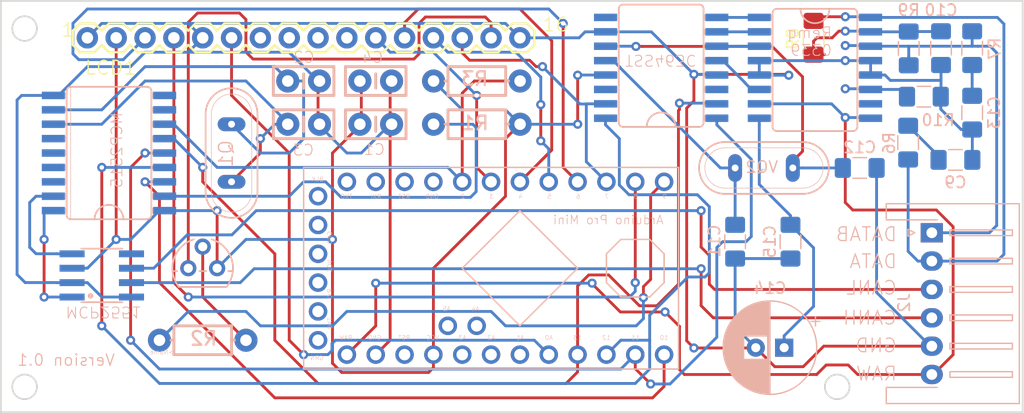
<source format=kicad_pcb>
(kicad_pcb (version 20171130) (host pcbnew "(5.0.0)")

  (general
    (thickness 1.6)
    (drawings 24)
    (tracks 494)
    (zones 0)
    (modules 29)
    (nets 63)
  )

  (page A4)
  (layers
    (0 Top signal)
    (31 Bottom signal)
    (32 B.Adhes user)
    (33 F.Adhes user)
    (34 B.Paste user)
    (35 F.Paste user)
    (36 B.SilkS user)
    (37 F.SilkS user)
    (38 B.Mask user)
    (39 F.Mask user)
    (40 Dwgs.User user)
    (41 Cmts.User user)
    (42 Eco1.User user)
    (43 Eco2.User user)
    (44 Edge.Cuts user)
    (45 Margin user)
    (46 B.CrtYd user)
    (47 F.CrtYd user)
    (48 B.Fab user hide)
    (49 F.Fab user)
  )

  (setup
    (last_trace_width 0.25)
    (trace_clearance 0.2)
    (zone_clearance 0.508)
    (zone_45_only no)
    (trace_min 0.2)
    (segment_width 0.2)
    (edge_width 0.15)
    (via_size 0.8)
    (via_drill 0.4)
    (via_min_size 0.4)
    (via_min_drill 0.3)
    (uvia_size 0.3)
    (uvia_drill 0.1)
    (uvias_allowed no)
    (uvia_min_size 0.2)
    (uvia_min_drill 0.1)
    (pcb_text_width 0.3)
    (pcb_text_size 1.5 1.5)
    (mod_edge_width 0.15)
    (mod_text_size 1 1)
    (mod_text_width 0.15)
    (pad_size 0.6604 2.032)
    (pad_drill 0)
    (pad_to_mask_clearance 0.2)
    (aux_axis_origin 0 0)
    (visible_elements 7FFFFFFF)
    (pcbplotparams
      (layerselection 0x010fc_ffffffff)
      (usegerberextensions true)
      (usegerberattributes false)
      (usegerberadvancedattributes false)
      (creategerberjobfile false)
      (excludeedgelayer true)
      (linewidth 0.100000)
      (plotframeref false)
      (viasonmask false)
      (mode 1)
      (useauxorigin false)
      (hpglpennumber 1)
      (hpglpenspeed 20)
      (hpglpendiameter 15.000000)
      (psnegative false)
      (psa4output false)
      (plotreference true)
      (plotvalue true)
      (plotinvisibletext false)
      (padsonsilk false)
      (subtractmaskfromsilk false)
      (outputformat 1)
      (mirror false)
      (drillshape 0)
      (scaleselection 1)
      (outputdirectory "01/"))
  )

  (net 0 "")
  (net 1 GND)
  (net 2 VCC)
  (net 3 "Net-(C2-Pad1)")
  (net 4 "Net-(C3-Pad1)")
  (net 5 "Net-(IC1-Pad10)")
  (net 6 "Net-(IC1-Pad17)")
  (net 7 "Net-(IC1-Pad16)")
  (net 8 "Net-(IC1-Pad12)")
  (net 9 "Net-(IC1-Pad11)")
  (net 10 "Net-(IC1-Pad6)")
  (net 11 "Net-(IC1-Pad5)")
  (net 12 "Net-(IC1-Pad4)")
  (net 13 "Net-(IC1-Pad3)")
  (net 14 "Net-(IC1-Pad2)")
  (net 15 "Net-(IC1-Pad1)")
  (net 16 /LED+)
  (net 17 /DB6)
  (net 18 /DB5)
  (net 19 /DB4)
  (net 20 /E)
  (net 21 /RS)
  (net 22 /VO)
  (net 23 "Net-(Q2-Pad2)")
  (net 24 "Net-(R2-PadP$1)")
  (net 25 /CANH)
  (net 26 /CANL)
  (net 27 "Net-(U1-Pad5)")
  (net 28 "Net-(U$2-PadRXI)")
  (net 29 "Net-(U$2-PadTXO)")
  (net 30 "Net-(U$2-PadGRN)")
  (net 31 "Net-(U$2-PadRST1)")
  (net 32 "Net-(U$2-PadA2)")
  (net 33 "Net-(U$2-PadA1)")
  (net 34 "Net-(LCD1-Pad10)")
  (net 35 "Net-(LCD1-Pad9)")
  (net 36 "Net-(LCD1-Pad8)")
  (net 37 "Net-(LCD1-Pad7)")
  (net 38 "Net-(U$2-PadA5)")
  (net 39 "Net-(U$2-PadA3)")
  (net 40 "Net-(U$2-PadA4)")
  (net 41 /MISO)
  (net 42 /MOSI)
  (net 43 /SCLK)
  (net 44 "Net-(C12-Pad2)")
  (net 45 "Net-(C11-Pad2)")
  (net 46 "Net-(C14-Pad1)")
  (net 47 "Net-(C13-Pad1)")
  (net 48 "Net-(C9-Pad2)")
  (net 49 "Net-(C10-Pad2)")
  (net 50 /CS_VAN)
  (net 51 /+12V)
  (net 52 /DATA)
  (net 53 /DATAB)
  (net 54 "Net-(MTC1-Pad6)")
  (net 55 "Net-(TSS1-Pad3)")
  (net 56 "Net-(TSS1-Pad8)")
  (net 57 /VAN-RX0)
  (net 58 /VAN-TX)
  (net 59 "Net-(TSS1-Pad14)")
  (net 60 "Net-(MTC1-Pad7)")
  (net 61 /VAN-RX2)
  (net 62 /VAN-RX1)

  (net_class Default "This is the default net class."
    (clearance 0.2)
    (trace_width 0.25)
    (via_dia 0.8)
    (via_drill 0.4)
    (uvia_dia 0.3)
    (uvia_drill 0.1)
    (add_net /+12V)
    (add_net /CANH)
    (add_net /CANL)
    (add_net /CS_VAN)
    (add_net /DATA)
    (add_net /DATAB)
    (add_net /DB4)
    (add_net /DB5)
    (add_net /DB6)
    (add_net /E)
    (add_net /LED+)
    (add_net /MISO)
    (add_net /MOSI)
    (add_net /RS)
    (add_net /SCLK)
    (add_net /VAN-RX0)
    (add_net /VAN-RX1)
    (add_net /VAN-RX2)
    (add_net /VAN-TX)
    (add_net /VO)
    (add_net GND)
    (add_net "Net-(C10-Pad2)")
    (add_net "Net-(C11-Pad2)")
    (add_net "Net-(C12-Pad2)")
    (add_net "Net-(C13-Pad1)")
    (add_net "Net-(C14-Pad1)")
    (add_net "Net-(C2-Pad1)")
    (add_net "Net-(C3-Pad1)")
    (add_net "Net-(C9-Pad2)")
    (add_net "Net-(IC1-Pad1)")
    (add_net "Net-(IC1-Pad10)")
    (add_net "Net-(IC1-Pad11)")
    (add_net "Net-(IC1-Pad12)")
    (add_net "Net-(IC1-Pad16)")
    (add_net "Net-(IC1-Pad17)")
    (add_net "Net-(IC1-Pad2)")
    (add_net "Net-(IC1-Pad3)")
    (add_net "Net-(IC1-Pad4)")
    (add_net "Net-(IC1-Pad5)")
    (add_net "Net-(IC1-Pad6)")
    (add_net "Net-(LCD1-Pad10)")
    (add_net "Net-(LCD1-Pad7)")
    (add_net "Net-(LCD1-Pad8)")
    (add_net "Net-(LCD1-Pad9)")
    (add_net "Net-(MTC1-Pad6)")
    (add_net "Net-(MTC1-Pad7)")
    (add_net "Net-(Q2-Pad2)")
    (add_net "Net-(R2-PadP$1)")
    (add_net "Net-(TSS1-Pad14)")
    (add_net "Net-(TSS1-Pad3)")
    (add_net "Net-(TSS1-Pad8)")
    (add_net "Net-(U$2-PadA1)")
    (add_net "Net-(U$2-PadA2)")
    (add_net "Net-(U$2-PadA3)")
    (add_net "Net-(U$2-PadA4)")
    (add_net "Net-(U$2-PadA5)")
    (add_net "Net-(U$2-PadGRN)")
    (add_net "Net-(U$2-PadRST1)")
    (add_net "Net-(U$2-PadRXI)")
    (add_net "Net-(U$2-PadTXO)")
    (add_net "Net-(U1-Pad5)")
    (add_net VCC)
  )

  (module PSAVanCanBridge_v10:QS (layer Bottom) (tedit 5BBCFE71) (tstamp 5BDA5497)
    (at 175.7172 101.6 180)
    (descr <B>CRYSTAL</B>)
    (path /5BCE1B09)
    (fp_text reference VQ2 (at -1.3208 -0.508 180) (layer B.SilkS)
      (effects (font (size 1.0065 1.0065) (thickness 0.12065)) (justify left bottom mirror))
    )
    (fp_text value 8Mhz (at -5.08 -3.937 180) (layer B.Fab)
      (effects (font (size 1.2065 1.2065) (thickness 0.12065)) (justify left bottom mirror))
    )
    (fp_line (start -3.429 -2.286) (end 3.429 -2.286) (layer B.SilkS) (width 0.1524))
    (fp_line (start 3.429 2.286) (end -3.429 2.286) (layer B.SilkS) (width 0.1524))
    (fp_line (start -3.429 -1.778) (end 3.429 -1.778) (layer B.SilkS) (width 0.0508))
    (fp_line (start 3.429 1.778) (end -3.429 1.778) (layer B.SilkS) (width 0.0508))
    (fp_arc (start 3.429 0) (end 3.429 1.778) (angle -180) (layer B.SilkS) (width 0.0508))
    (fp_arc (start 3.429 0) (end 3.429 2.286) (angle -180) (layer B.SilkS) (width 0.1524))
    (fp_arc (start -3.429 0) (end -3.429 2.286) (angle 180) (layer B.SilkS) (width 0.1524))
    (fp_arc (start -3.429 0) (end -3.429 1.778) (angle 180) (layer B.SilkS) (width 0.0508))
    (pad 1 thru_hole oval (at -2.54 0 90) (size 2.4384 1.2192) (drill 0.6096) (layers *.Cu *.Mask)
      (net 44 "Net-(C12-Pad2)") (solder_mask_margin 0.1016))
    (pad 2 thru_hole oval (at 2.54 0 90) (size 2.4384 1.2192) (drill 0.6096) (layers *.Cu *.Mask)
      (net 45 "Net-(C11-Pad2)") (solder_mask_margin 0.1016))
  )

  (module PSAVanCanBridge_v10:AXIAL-0.3-KIT (layer Bottom) (tedit 5BBD109C) (tstamp 5BD400FF)
    (at 150.4261 97.7436)
    (path /DE04AF3C)
    (fp_text reference R1 (at 0 0) (layer B.SilkS) hide
      (effects (font (size 0.9652 0.9652) (thickness 0.077216)) (justify right top mirror))
    )
    (fp_text value 10K (at 0 0) (layer B.SilkS) hide
      (effects (font (size 1.2065 1.2065) (thickness 0.180975)) (justify right top mirror))
    )
    (fp_poly (pts (xy -3.81 -0.4445) (xy -3.809998 -0.4445) (xy -3.976997 -0.415335) (xy -4.120118 -0.324474)
      (xy -4.217566 -0.185754) (xy -4.2545 -0.0203) (xy -4.224159 0.155033) (xy -4.129031 0.305409)
      (xy -3.81 0.447) (xy -3.638562 0.409875) (xy -3.494381 0.30997) (xy -3.3681 -0.0101)
      (xy -3.402874 -0.177495) (xy -3.499069 -0.318834)) (layer B.Mask) (width 0))
    (fp_poly (pts (xy -3.8075 -0.9525) (xy -3.807499 -0.9525) (xy -4.017497 -0.931679) (xy -4.217596 -0.86465)
      (xy -4.397763 -0.754776) (xy -4.548964 -0.607566) (xy -4.663616 -0.430401) (xy -4.7624 -0.0228)
      (xy -4.7624 -0.022801) (xy -4.74081 0.191984) (xy -4.671962 0.396577) (xy -4.559309 0.580717)
      (xy -4.4085 0.735168) (xy -4.2271 0.852183) (xy -4.024208 0.925893) (xy -3.81 0.9526)
      (xy -3.595841 0.925315) (xy -3.393123 0.85106) (xy -3.21201 0.733557) (xy -3.061586 0.578699)
      (xy -2.949392 0.39425) (xy -2.881054 0.189461) (xy -2.86 -0.0254) (xy -2.86 -0.025399)
      (xy -2.885734 -0.233729) (xy -2.957192 -0.431104) (xy -3.070789 -0.607624) (xy -3.220826 -0.754431)
      (xy -3.399776 -0.864159)) (layer F.Mask) (width 0))
    (fp_poly (pts (xy 3.8176 -0.4369) (xy 3.817601 -0.4369) (xy 3.650602 -0.407735) (xy 3.507481 -0.316874)
      (xy 3.410033 -0.178154) (xy 3.3731 -0.0127) (xy 3.403441 0.162633) (xy 3.498569 0.313009)
      (xy 3.8176 0.4546) (xy 3.817599 0.4546) (xy 3.989037 0.417476) (xy 4.133219 0.317571)
      (xy 4.2595 -0.0025) (xy 4.224726 -0.169895) (xy 4.128532 -0.311235)) (layer B.Mask) (width 0))
    (fp_poly (pts (xy 3.8201 -0.9449) (xy 3.820101 -0.9449) (xy 3.610103 -0.924079) (xy 3.410004 -0.85705)
      (xy 3.229837 -0.747176) (xy 3.078636 -0.599966) (xy 2.963984 -0.422801) (xy 2.8652 -0.0152)
      (xy 2.88679 0.199584) (xy 2.955638 0.404177) (xy 3.068292 0.588317) (xy 3.219101 0.742768)
      (xy 3.4005 0.859783) (xy 3.603392 0.933492) (xy 3.8176 0.9602) (xy 4.031759 0.932915)
      (xy 4.234477 0.85866) (xy 4.41559 0.741157) (xy 4.566014 0.586299) (xy 4.678208 0.40185)
      (xy 4.746546 0.197061) (xy 4.7676 -0.0178) (xy 4.7676 -0.017798) (xy 4.741867 -0.226128)
      (xy 4.670409 -0.423504) (xy 4.556812 -0.600024) (xy 4.406774 -0.746831) (xy 4.227825 -0.85656)) (layer F.Mask) (width 0))
    (fp_text user R1 (at 1.1611 0.6052) (layer B.SilkS)
      (effects (font (size 1.2065 1.2065) (thickness 0.1905)) (justify left bottom mirror))
    )
    (fp_text user "" (at -2.4965 1.9768) (layer B.SilkS)
      (effects (font (size 0.38608 0.38608) (thickness 0.032512)) (justify left bottom mirror))
    )
    (fp_line (start -2.54 0) (end -2.794 0) (layer B.SilkS) (width 0.254))
    (fp_line (start 2.54 0) (end 2.794 0) (layer B.SilkS) (width 0.254))
    (fp_line (start -2.54 0) (end -2.54 1.27) (layer B.SilkS) (width 0.254))
    (fp_line (start -2.54 -1.27) (end -2.54 0) (layer B.SilkS) (width 0.254))
    (fp_line (start 2.54 -1.27) (end -2.54 -1.27) (layer B.SilkS) (width 0.254))
    (fp_line (start 2.54 0) (end 2.54 -1.27) (layer B.SilkS) (width 0.254))
    (fp_line (start 2.54 1.27) (end 2.54 0) (layer B.SilkS) (width 0.254))
    (fp_line (start -2.54 1.27) (end 2.54 1.27) (layer B.SilkS) (width 0.254))
    (pad P$2 thru_hole circle (at 3.81 0) (size 2.032 2.032) (drill 1.016) (layers *.Cu *.Mask)
      (net 2 VCC) (solder_mask_margin 0.1016))
    (pad P$1 thru_hole circle (at -3.81 0) (size 2.032 2.032) (drill 1.016) (layers *.Cu *.Mask)
      (net 6 "Net-(IC1-Pad17)") (solder_mask_margin 0.1016))
  )

  (module PSAVanCanBridge_v10:AXIAL-0.3-KIT (layer Bottom) (tedit 5BBD10A4) (tstamp 5BD400EC)
    (at 150.4261 93.9336)
    (path /2A684572)
    (fp_text reference R3 (at 0 0) (layer B.SilkS) hide
      (effects (font (size 0.9652 0.9652) (thickness 0.077216)) (justify right top mirror))
    )
    (fp_text value 10K (at 0 0) (layer B.SilkS) hide
      (effects (font (size 1.2065 1.2065) (thickness 0.180975)) (justify right top mirror))
    )
    (fp_line (start -2.54 1.27) (end 2.54 1.27) (layer B.SilkS) (width 0.254))
    (fp_line (start 2.54 1.27) (end 2.54 0) (layer B.SilkS) (width 0.254))
    (fp_line (start 2.54 0) (end 2.54 -1.27) (layer B.SilkS) (width 0.254))
    (fp_line (start 2.54 -1.27) (end -2.54 -1.27) (layer B.SilkS) (width 0.254))
    (fp_line (start -2.54 -1.27) (end -2.54 0) (layer B.SilkS) (width 0.254))
    (fp_line (start -2.54 0) (end -2.54 1.27) (layer B.SilkS) (width 0.254))
    (fp_line (start 2.54 0) (end 2.794 0) (layer B.SilkS) (width 0.254))
    (fp_line (start -2.54 0) (end -2.794 0) (layer B.SilkS) (width 0.254))
    (fp_text user "" (at -2.54 1.27) (layer B.SilkS)
      (effects (font (size 0.38608 0.38608) (thickness 0.032512)) (justify left bottom mirror))
    )
    (fp_text user R3 (at 1.1103 0.5036) (layer B.SilkS)
      (effects (font (size 1.2065 1.2065) (thickness 0.1905)) (justify left bottom mirror))
    )
    (fp_poly (pts (xy 3.8201 -0.9449) (xy 3.820101 -0.9449) (xy 3.610103 -0.924079) (xy 3.410004 -0.85705)
      (xy 3.229837 -0.747176) (xy 3.078636 -0.599966) (xy 2.963984 -0.422801) (xy 2.8652 -0.0152)
      (xy 2.88679 0.199584) (xy 2.955638 0.404177) (xy 3.068292 0.588317) (xy 3.219101 0.742768)
      (xy 3.4005 0.859783) (xy 3.603392 0.933492) (xy 3.8176 0.9602) (xy 4.031759 0.932915)
      (xy 4.234477 0.85866) (xy 4.41559 0.741157) (xy 4.566014 0.586299) (xy 4.678208 0.40185)
      (xy 4.746546 0.197061) (xy 4.7676 -0.0178) (xy 4.7676 -0.017798) (xy 4.741867 -0.226128)
      (xy 4.670409 -0.423504) (xy 4.556812 -0.600024) (xy 4.406774 -0.746831) (xy 4.227825 -0.85656)) (layer F.Mask) (width 0))
    (fp_poly (pts (xy 3.8176 -0.4369) (xy 3.817601 -0.4369) (xy 3.650602 -0.407735) (xy 3.507481 -0.316874)
      (xy 3.410033 -0.178154) (xy 3.3731 -0.0127) (xy 3.403441 0.162633) (xy 3.498569 0.313009)
      (xy 3.8176 0.4546) (xy 3.817599 0.4546) (xy 3.989037 0.417476) (xy 4.133219 0.317571)
      (xy 4.2595 -0.0025) (xy 4.224726 -0.169895) (xy 4.128532 -0.311235)) (layer B.Mask) (width 0))
    (fp_poly (pts (xy -3.8075 -0.9525) (xy -3.807499 -0.9525) (xy -4.017497 -0.931679) (xy -4.217596 -0.86465)
      (xy -4.397763 -0.754776) (xy -4.548964 -0.607566) (xy -4.663616 -0.430401) (xy -4.7624 -0.0228)
      (xy -4.7624 -0.022801) (xy -4.74081 0.191984) (xy -4.671962 0.396577) (xy -4.559309 0.580717)
      (xy -4.4085 0.735168) (xy -4.2271 0.852183) (xy -4.024208 0.925893) (xy -3.81 0.9526)
      (xy -3.595841 0.925315) (xy -3.393123 0.85106) (xy -3.21201 0.733557) (xy -3.061586 0.578699)
      (xy -2.949392 0.39425) (xy -2.881054 0.189461) (xy -2.86 -0.0254) (xy -2.86 -0.025399)
      (xy -2.885734 -0.233729) (xy -2.957192 -0.431104) (xy -3.070789 -0.607624) (xy -3.220826 -0.754431)
      (xy -3.399776 -0.864159)) (layer F.Mask) (width 0))
    (fp_poly (pts (xy -3.81 -0.4445) (xy -3.809998 -0.4445) (xy -3.976997 -0.415335) (xy -4.120118 -0.324474)
      (xy -4.217566 -0.185754) (xy -4.2545 -0.0203) (xy -4.224159 0.155033) (xy -4.129031 0.305409)
      (xy -3.81 0.447) (xy -3.638562 0.409875) (xy -3.494381 0.30997) (xy -3.3681 -0.0101)
      (xy -3.402874 -0.177495) (xy -3.499069 -0.318834)) (layer B.Mask) (width 0))
    (pad P$1 thru_hole circle (at -3.81 0) (size 2.032 2.032) (drill 1.016) (layers *.Cu *.Mask)
      (net 2 VCC) (solder_mask_margin 0.1016))
    (pad P$2 thru_hole circle (at 3.81 0) (size 2.032 2.032) (drill 1.016) (layers *.Cu *.Mask)
      (net 8 "Net-(IC1-Pad12)") (solder_mask_margin 0.1016))
  )

  (module PSAVanCanBridge_v10:CAP-PTH-SMALL-KIT (layer Bottom) (tedit 0) (tstamp 5BB09D41)
    (at 141.5211 97.7436)
    (path /7FB0097F)
    (fp_text reference C1 (at 0 0) (layer B.SilkS) hide
      (effects (font (size 1.27 1.27) (thickness 0.15)) (justify mirror))
    )
    (fp_text value .1uF (at 0 0) (layer B.SilkS) hide
      (effects (font (size 1.27 1.27) (thickness 0.15)) (justify mirror))
    )
    (fp_poly (pts (xy 1.3945 -0.4395) (xy 1.394501 -0.4395) (xy 1.227502 -0.410335) (xy 1.084381 -0.319474)
      (xy 0.986933 -0.180754) (xy 0.95 -0.0153) (xy 0.980341 0.160033) (xy 1.075469 0.310409)
      (xy 1.3945 0.452) (xy 1.394499 0.452) (xy 1.565937 0.414876) (xy 1.710119 0.314971)
      (xy 1.8364 -0.0051) (xy 1.8364 -0.005099) (xy 1.801626 -0.172494) (xy 1.705432 -0.313834)) (layer B.Mask) (width 0))
    (fp_poly (pts (xy 1.397 -0.9475) (xy 1.397001 -0.9475) (xy 1.187003 -0.926679) (xy 0.986904 -0.85965)
      (xy 0.806737 -0.749776) (xy 0.655536 -0.602566) (xy 0.540884 -0.425401) (xy 0.4421 -0.0178)
      (xy 0.46369 0.196984) (xy 0.532538 0.401577) (xy 0.645192 0.585717) (xy 0.796001 0.740168)
      (xy 0.9774 0.857183) (xy 1.180292 0.930892) (xy 1.3945 0.9576) (xy 1.608659 0.930315)
      (xy 1.811377 0.85606) (xy 1.99249 0.738557) (xy 2.142914 0.583699) (xy 2.255108 0.39925)
      (xy 2.323446 0.194461) (xy 2.3445 -0.0204) (xy 2.3445 -0.020398) (xy 2.318767 -0.228728)
      (xy 2.247309 -0.426104) (xy 2.133712 -0.602624) (xy 1.983674 -0.749431) (xy 1.804725 -0.85916)) (layer F.Mask) (width 0))
    (fp_poly (pts (xy -1.4046 -0.4395) (xy -1.404598 -0.4395) (xy -1.571597 -0.410335) (xy -1.714718 -0.319474)
      (xy -1.812166 -0.180754) (xy -1.8491 -0.0153) (xy -1.818759 0.160033) (xy -1.723631 0.310409)
      (xy -1.4046 0.452) (xy -1.404601 0.452) (xy -1.233163 0.414876) (xy -1.088981 0.314971)
      (xy -0.9627 -0.0051) (xy -0.997474 -0.172495) (xy -1.093669 -0.313834)) (layer B.Mask) (width 0))
    (fp_poly (pts (xy -1.4021 -0.9475) (xy -1.402099 -0.9475) (xy -1.612097 -0.926679) (xy -1.812196 -0.85965)
      (xy -1.992363 -0.749776) (xy -2.143564 -0.602566) (xy -2.258216 -0.425401) (xy -2.357 -0.0178)
      (xy -2.357 -0.017801) (xy -2.33541 0.196984) (xy -2.266562 0.401577) (xy -2.153909 0.585717)
      (xy -2.0031 0.740168) (xy -1.8217 0.857183) (xy -1.618808 0.930893) (xy -1.4046 0.9576)
      (xy -1.190441 0.930315) (xy -0.987723 0.85606) (xy -0.80661 0.738557) (xy -0.656186 0.583699)
      (xy -0.543992 0.39925) (xy -0.475654 0.194461) (xy -0.4546 -0.0204) (xy -0.4546 -0.020399)
      (xy -0.480334 -0.228729) (xy -0.551792 -0.426104) (xy -0.665389 -0.602624) (xy -0.815426 -0.749431)
      (xy -0.994376 -0.859159)) (layer F.Mask) (width 0))
    (fp_line (start -2.667 -1.27) (end -2.667 1.27) (layer B.SilkS) (width 0.254))
    (fp_line (start 2.667 -1.27) (end -2.667 -1.27) (layer B.SilkS) (width 0.254))
    (fp_line (start 2.667 1.27) (end 2.667 -1.27) (layer B.SilkS) (width 0.254))
    (fp_line (start -2.667 1.27) (end 2.667 1.27) (layer B.SilkS) (width 0.254))
    (fp_line (start 0 0.635) (end 0 -0.635) (layer B.SilkS) (width 0.254))
    (pad 2 thru_hole circle (at 1.397 0) (size 2.032 2.032) (drill 1.016) (layers *.Cu *.Mask)
      (net 1 GND) (solder_mask_margin 0.1016))
    (pad 1 thru_hole circle (at -1.397 0) (size 2.032 2.032) (drill 1.016) (layers *.Cu *.Mask)
      (net 2 VCC) (solder_mask_margin 0.1016))
  )

  (module PSAVanCanBridge_v10:CAP-PTH-SMALL-KIT (layer Bottom) (tedit 0) (tstamp 5BD4009C)
    (at 135.1711 93.9336)
    (path /5D7E751B)
    (fp_text reference C2 (at 0 0) (layer B.SilkS) hide
      (effects (font (size 1.27 1.27) (thickness 0.15)) (justify mirror))
    )
    (fp_text value 22pf (at 0 0) (layer B.SilkS) hide
      (effects (font (size 1.27 1.27) (thickness 0.15)) (justify mirror))
    )
    (fp_line (start 0 0.635) (end 0 -0.635) (layer B.SilkS) (width 0.254))
    (fp_line (start -2.667 1.27) (end 2.667 1.27) (layer B.SilkS) (width 0.254))
    (fp_line (start 2.667 1.27) (end 2.667 -1.27) (layer B.SilkS) (width 0.254))
    (fp_line (start 2.667 -1.27) (end -2.667 -1.27) (layer B.SilkS) (width 0.254))
    (fp_line (start -2.667 -1.27) (end -2.667 1.27) (layer B.SilkS) (width 0.254))
    (fp_poly (pts (xy -1.4021 -0.9475) (xy -1.402099 -0.9475) (xy -1.612097 -0.926679) (xy -1.812196 -0.85965)
      (xy -1.992363 -0.749776) (xy -2.143564 -0.602566) (xy -2.258216 -0.425401) (xy -2.357 -0.0178)
      (xy -2.357 -0.017801) (xy -2.33541 0.196984) (xy -2.266562 0.401577) (xy -2.153909 0.585717)
      (xy -2.0031 0.740168) (xy -1.8217 0.857183) (xy -1.618808 0.930893) (xy -1.4046 0.9576)
      (xy -1.190441 0.930315) (xy -0.987723 0.85606) (xy -0.80661 0.738557) (xy -0.656186 0.583699)
      (xy -0.543992 0.39925) (xy -0.475654 0.194461) (xy -0.4546 -0.0204) (xy -0.4546 -0.020399)
      (xy -0.480334 -0.228729) (xy -0.551792 -0.426104) (xy -0.665389 -0.602624) (xy -0.815426 -0.749431)
      (xy -0.994376 -0.859159)) (layer F.Mask) (width 0))
    (fp_poly (pts (xy -1.4046 -0.4395) (xy -1.404598 -0.4395) (xy -1.571597 -0.410335) (xy -1.714718 -0.319474)
      (xy -1.812166 -0.180754) (xy -1.8491 -0.0153) (xy -1.818759 0.160033) (xy -1.723631 0.310409)
      (xy -1.4046 0.452) (xy -1.404601 0.452) (xy -1.233163 0.414876) (xy -1.088981 0.314971)
      (xy -0.9627 -0.0051) (xy -0.997474 -0.172495) (xy -1.093669 -0.313834)) (layer B.Mask) (width 0))
    (fp_poly (pts (xy 1.397 -0.9475) (xy 1.397001 -0.9475) (xy 1.187003 -0.926679) (xy 0.986904 -0.85965)
      (xy 0.806737 -0.749776) (xy 0.655536 -0.602566) (xy 0.540884 -0.425401) (xy 0.4421 -0.0178)
      (xy 0.46369 0.196984) (xy 0.532538 0.401577) (xy 0.645192 0.585717) (xy 0.796001 0.740168)
      (xy 0.9774 0.857183) (xy 1.180292 0.930892) (xy 1.3945 0.9576) (xy 1.608659 0.930315)
      (xy 1.811377 0.85606) (xy 1.99249 0.738557) (xy 2.142914 0.583699) (xy 2.255108 0.39925)
      (xy 2.323446 0.194461) (xy 2.3445 -0.0204) (xy 2.3445 -0.020398) (xy 2.318767 -0.228728)
      (xy 2.247309 -0.426104) (xy 2.133712 -0.602624) (xy 1.983674 -0.749431) (xy 1.804725 -0.85916)) (layer F.Mask) (width 0))
    (fp_poly (pts (xy 1.3945 -0.4395) (xy 1.394501 -0.4395) (xy 1.227502 -0.410335) (xy 1.084381 -0.319474)
      (xy 0.986933 -0.180754) (xy 0.95 -0.0153) (xy 0.980341 0.160033) (xy 1.075469 0.310409)
      (xy 1.3945 0.452) (xy 1.394499 0.452) (xy 1.565937 0.414876) (xy 1.710119 0.314971)
      (xy 1.8364 -0.0051) (xy 1.8364 -0.005099) (xy 1.801626 -0.172494) (xy 1.705432 -0.313834)) (layer B.Mask) (width 0))
    (pad 1 thru_hole circle (at -1.397 0) (size 2.032 2.032) (drill 1.016) (layers *.Cu *.Mask)
      (net 3 "Net-(C2-Pad1)") (solder_mask_margin 0.1016))
    (pad 2 thru_hole circle (at 1.397 0) (size 2.032 2.032) (drill 1.016) (layers *.Cu *.Mask)
      (net 1 GND) (solder_mask_margin 0.1016))
  )

  (module PSAVanCanBridge_v10:CAP-PTH-SMALL-KIT (layer Bottom) (tedit 0) (tstamp 5BD400AA)
    (at 135.1711 97.7436)
    (path /1DC4FC03)
    (fp_text reference C3 (at 0 0) (layer B.SilkS) hide
      (effects (font (size 1.27 1.27) (thickness 0.15)) (justify mirror))
    )
    (fp_text value 22pf (at 0 0) (layer B.SilkS) hide
      (effects (font (size 1.27 1.27) (thickness 0.15)) (justify mirror))
    )
    (fp_poly (pts (xy 1.3945 -0.4395) (xy 1.394501 -0.4395) (xy 1.227502 -0.410335) (xy 1.084381 -0.319474)
      (xy 0.986933 -0.180754) (xy 0.95 -0.0153) (xy 0.980341 0.160033) (xy 1.075469 0.310409)
      (xy 1.3945 0.452) (xy 1.394499 0.452) (xy 1.565937 0.414876) (xy 1.710119 0.314971)
      (xy 1.8364 -0.0051) (xy 1.8364 -0.005099) (xy 1.801626 -0.172494) (xy 1.705432 -0.313834)) (layer B.Mask) (width 0))
    (fp_poly (pts (xy 1.397 -0.9475) (xy 1.397001 -0.9475) (xy 1.187003 -0.926679) (xy 0.986904 -0.85965)
      (xy 0.806737 -0.749776) (xy 0.655536 -0.602566) (xy 0.540884 -0.425401) (xy 0.4421 -0.0178)
      (xy 0.46369 0.196984) (xy 0.532538 0.401577) (xy 0.645192 0.585717) (xy 0.796001 0.740168)
      (xy 0.9774 0.857183) (xy 1.180292 0.930892) (xy 1.3945 0.9576) (xy 1.608659 0.930315)
      (xy 1.811377 0.85606) (xy 1.99249 0.738557) (xy 2.142914 0.583699) (xy 2.255108 0.39925)
      (xy 2.323446 0.194461) (xy 2.3445 -0.0204) (xy 2.3445 -0.020398) (xy 2.318767 -0.228728)
      (xy 2.247309 -0.426104) (xy 2.133712 -0.602624) (xy 1.983674 -0.749431) (xy 1.804725 -0.85916)) (layer F.Mask) (width 0))
    (fp_poly (pts (xy -1.4046 -0.4395) (xy -1.404598 -0.4395) (xy -1.571597 -0.410335) (xy -1.714718 -0.319474)
      (xy -1.812166 -0.180754) (xy -1.8491 -0.0153) (xy -1.818759 0.160033) (xy -1.723631 0.310409)
      (xy -1.4046 0.452) (xy -1.404601 0.452) (xy -1.233163 0.414876) (xy -1.088981 0.314971)
      (xy -0.9627 -0.0051) (xy -0.997474 -0.172495) (xy -1.093669 -0.313834)) (layer B.Mask) (width 0))
    (fp_poly (pts (xy -1.4021 -0.9475) (xy -1.402099 -0.9475) (xy -1.612097 -0.926679) (xy -1.812196 -0.85965)
      (xy -1.992363 -0.749776) (xy -2.143564 -0.602566) (xy -2.258216 -0.425401) (xy -2.357 -0.0178)
      (xy -2.357 -0.017801) (xy -2.33541 0.196984) (xy -2.266562 0.401577) (xy -2.153909 0.585717)
      (xy -2.0031 0.740168) (xy -1.8217 0.857183) (xy -1.618808 0.930893) (xy -1.4046 0.9576)
      (xy -1.190441 0.930315) (xy -0.987723 0.85606) (xy -0.80661 0.738557) (xy -0.656186 0.583699)
      (xy -0.543992 0.39925) (xy -0.475654 0.194461) (xy -0.4546 -0.0204) (xy -0.4546 -0.020399)
      (xy -0.480334 -0.228729) (xy -0.551792 -0.426104) (xy -0.665389 -0.602624) (xy -0.815426 -0.749431)
      (xy -0.994376 -0.859159)) (layer F.Mask) (width 0))
    (fp_line (start -2.667 -1.27) (end -2.667 1.27) (layer B.SilkS) (width 0.254))
    (fp_line (start 2.667 -1.27) (end -2.667 -1.27) (layer B.SilkS) (width 0.254))
    (fp_line (start 2.667 1.27) (end 2.667 -1.27) (layer B.SilkS) (width 0.254))
    (fp_line (start -2.667 1.27) (end 2.667 1.27) (layer B.SilkS) (width 0.254))
    (fp_line (start 0 0.635) (end 0 -0.635) (layer B.SilkS) (width 0.254))
    (pad 2 thru_hole circle (at 1.397 0) (size 2.032 2.032) (drill 1.016) (layers *.Cu *.Mask)
      (net 1 GND) (solder_mask_margin 0.1016))
    (pad 1 thru_hole circle (at -1.397 0) (size 2.032 2.032) (drill 1.016) (layers *.Cu *.Mask)
      (net 4 "Net-(C3-Pad1)") (solder_mask_margin 0.1016))
  )

  (module PSAVanCanBridge_v10:CAP-PTH-SMALL-KIT (layer Bottom) (tedit 0) (tstamp 5BD400B8)
    (at 141.5211 93.9336)
    (path /D01FBD6C)
    (fp_text reference C4 (at 0 0) (layer B.SilkS) hide
      (effects (font (size 1.27 1.27) (thickness 0.15)) (justify mirror))
    )
    (fp_text value .1uF (at 0 0) (layer B.SilkS) hide
      (effects (font (size 1.27 1.27) (thickness 0.15)) (justify mirror))
    )
    (fp_line (start 0 0.635) (end 0 -0.635) (layer B.SilkS) (width 0.254))
    (fp_line (start -2.667 1.27) (end 2.667 1.27) (layer B.SilkS) (width 0.254))
    (fp_line (start 2.667 1.27) (end 2.667 -1.27) (layer B.SilkS) (width 0.254))
    (fp_line (start 2.667 -1.27) (end -2.667 -1.27) (layer B.SilkS) (width 0.254))
    (fp_line (start -2.667 -1.27) (end -2.667 1.27) (layer B.SilkS) (width 0.254))
    (fp_poly (pts (xy -1.4021 -0.9475) (xy -1.402099 -0.9475) (xy -1.612097 -0.926679) (xy -1.812196 -0.85965)
      (xy -1.992363 -0.749776) (xy -2.143564 -0.602566) (xy -2.258216 -0.425401) (xy -2.357 -0.0178)
      (xy -2.357 -0.017801) (xy -2.33541 0.196984) (xy -2.266562 0.401577) (xy -2.153909 0.585717)
      (xy -2.0031 0.740168) (xy -1.8217 0.857183) (xy -1.618808 0.930893) (xy -1.4046 0.9576)
      (xy -1.190441 0.930315) (xy -0.987723 0.85606) (xy -0.80661 0.738557) (xy -0.656186 0.583699)
      (xy -0.543992 0.39925) (xy -0.475654 0.194461) (xy -0.4546 -0.0204) (xy -0.4546 -0.020399)
      (xy -0.480334 -0.228729) (xy -0.551792 -0.426104) (xy -0.665389 -0.602624) (xy -0.815426 -0.749431)
      (xy -0.994376 -0.859159)) (layer F.Mask) (width 0))
    (fp_poly (pts (xy -1.4046 -0.4395) (xy -1.404598 -0.4395) (xy -1.571597 -0.410335) (xy -1.714718 -0.319474)
      (xy -1.812166 -0.180754) (xy -1.8491 -0.0153) (xy -1.818759 0.160033) (xy -1.723631 0.310409)
      (xy -1.4046 0.452) (xy -1.404601 0.452) (xy -1.233163 0.414876) (xy -1.088981 0.314971)
      (xy -0.9627 -0.0051) (xy -0.997474 -0.172495) (xy -1.093669 -0.313834)) (layer B.Mask) (width 0))
    (fp_poly (pts (xy 1.397 -0.9475) (xy 1.397001 -0.9475) (xy 1.187003 -0.926679) (xy 0.986904 -0.85965)
      (xy 0.806737 -0.749776) (xy 0.655536 -0.602566) (xy 0.540884 -0.425401) (xy 0.4421 -0.0178)
      (xy 0.46369 0.196984) (xy 0.532538 0.401577) (xy 0.645192 0.585717) (xy 0.796001 0.740168)
      (xy 0.9774 0.857183) (xy 1.180292 0.930892) (xy 1.3945 0.9576) (xy 1.608659 0.930315)
      (xy 1.811377 0.85606) (xy 1.99249 0.738557) (xy 2.142914 0.583699) (xy 2.255108 0.39925)
      (xy 2.323446 0.194461) (xy 2.3445 -0.0204) (xy 2.3445 -0.020398) (xy 2.318767 -0.228728)
      (xy 2.247309 -0.426104) (xy 2.133712 -0.602624) (xy 1.983674 -0.749431) (xy 1.804725 -0.85916)) (layer F.Mask) (width 0))
    (fp_poly (pts (xy 1.3945 -0.4395) (xy 1.394501 -0.4395) (xy 1.227502 -0.410335) (xy 1.084381 -0.319474)
      (xy 0.986933 -0.180754) (xy 0.95 -0.0153) (xy 0.980341 0.160033) (xy 1.075469 0.310409)
      (xy 1.3945 0.452) (xy 1.394499 0.452) (xy 1.565937 0.414876) (xy 1.710119 0.314971)
      (xy 1.8364 -0.0051) (xy 1.8364 -0.005099) (xy 1.801626 -0.172494) (xy 1.705432 -0.313834)) (layer B.Mask) (width 0))
    (pad 1 thru_hole circle (at -1.397 0) (size 2.032 2.032) (drill 1.016) (layers *.Cu *.Mask)
      (net 2 VCC) (solder_mask_margin 0.1016))
    (pad 2 thru_hole circle (at 1.397 0) (size 2.032 2.032) (drill 1.016) (layers *.Cu *.Mask)
      (net 1 GND) (solder_mask_margin 0.1016))
  )

  (module PSAVanCanBridge_v10:ARDUINO_PRO_MINI (layer Bottom) (tedit 0) (tstamp 5BB09DDC)
    (at 150.4111 110.4436 180)
    (descr "SparkFun Arduino Pro Mini outline")
    (path /87B7DF34)
    (fp_text reference U$2 (at 0 0 180) (layer B.SilkS) hide
      (effects (font (size 1.27 1.27) (thickness 0.15)) (justify mirror))
    )
    (fp_text value ARDUINO_PRO_MINI (at 0 0 180) (layer B.SilkS) hide
      (effects (font (size 1.27 1.27) (thickness 0.15)) (justify mirror))
    )
    (fp_line (start -17.78 -8.89) (end 15.24 -8.89) (layer B.SilkS) (width 0.127))
    (fp_line (start 15.24 -8.89) (end 15.24 8.89) (layer B.SilkS) (width 0.127))
    (fp_line (start 15.24 8.89) (end -17.78 8.89) (layer B.SilkS) (width 0.127))
    (fp_line (start -17.78 8.89) (end -17.78 -8.89) (layer B.SilkS) (width 0.127))
    (fp_line (start -16.51 1.27) (end -16.51 -1.27) (layer B.SilkS) (width 0.127))
    (fp_line (start -16.51 -1.27) (end -15.24 -2.54) (layer B.SilkS) (width 0.127))
    (fp_line (start -15.24 -2.54) (end -12.7 -2.54) (layer B.SilkS) (width 0.127))
    (fp_line (start -12.7 -2.54) (end -11.43 -1.27) (layer B.SilkS) (width 0.127))
    (fp_line (start -11.43 -1.27) (end -11.43 1.27) (layer B.SilkS) (width 0.127))
    (fp_line (start -11.43 1.27) (end -12.7 2.54) (layer B.SilkS) (width 0.127))
    (fp_line (start -12.7 2.54) (end -15.24 2.54) (layer B.SilkS) (width 0.127))
    (fp_line (start -15.24 2.54) (end -16.51 1.27) (layer B.SilkS) (width 0.127))
    (fp_line (start -8.89 0) (end -3.81 5.08) (layer B.SilkS) (width 0.127))
    (fp_line (start -3.81 5.08) (end 1.27 0) (layer B.SilkS) (width 0.127))
    (fp_line (start 1.27 0) (end -3.81 -5.08) (layer B.SilkS) (width 0.127))
    (fp_line (start -3.81 -5.08) (end -8.89 0) (layer B.SilkS) (width 0.127))
    (fp_text user 10 (at -16.891 -6.35 180) (layer B.SilkS)
      (effects (font (size 0.38608 0.38608) (thickness 0.032512)) (justify left bottom mirror))
    )
    (fp_text user 11 (at -14.351 -6.35 180) (layer B.SilkS)
      (effects (font (size 0.38608 0.38608) (thickness 0.032512)) (justify left bottom mirror))
    )
    (fp_text user 12 (at -11.811 -6.35 180) (layer B.SilkS)
      (effects (font (size 0.38608 0.38608) (thickness 0.032512)) (justify left bottom mirror))
    )
    (fp_text user 13 (at -9.271 -6.35 180) (layer B.SilkS)
      (effects (font (size 0.38608 0.38608) (thickness 0.032512)) (justify left bottom mirror))
    )
    (fp_text user A0 (at -6.731 -6.35 180) (layer B.SilkS)
      (effects (font (size 0.38608 0.38608) (thickness 0.032512)) (justify left bottom mirror))
    )
    (fp_text user A1 (at -4.191 -6.35 180) (layer B.SilkS)
      (effects (font (size 0.38608 0.38608) (thickness 0.032512)) (justify left bottom mirror))
    )
    (fp_text user A2 (at -1.651 -6.35 180) (layer B.SilkS)
      (effects (font (size 0.38608 0.38608) (thickness 0.032512)) (justify left bottom mirror))
    )
    (fp_text user A3 (at 0.889 -6.35 180) (layer B.SilkS)
      (effects (font (size 0.38608 0.38608) (thickness 0.032512)) (justify left bottom mirror))
    )
    (fp_text user VCC (at 3.302 -6.35 180) (layer B.SilkS)
      (effects (font (size 0.38608 0.38608) (thickness 0.032512)) (justify left bottom mirror))
    )
    (fp_text user A5 (at 2.286 -3.81 180) (layer B.SilkS)
      (effects (font (size 0.38608 0.38608) (thickness 0.032512)) (justify left bottom mirror))
    )
    (fp_text user A4 (at -0.254 -3.81 180) (layer B.SilkS)
      (effects (font (size 0.38608 0.38608) (thickness 0.032512)) (justify left bottom mirror))
    )
    (fp_text user RST (at 5.842 -6.35 180) (layer B.SilkS)
      (effects (font (size 0.38608 0.38608) (thickness 0.032512)) (justify left bottom mirror))
    )
    (fp_text user GND (at 8.382 -6.35 180) (layer B.SilkS)
      (effects (font (size 0.38608 0.38608) (thickness 0.032512)) (justify left bottom mirror))
    )
    (fp_text user RAW (at 10.922 -6.35 180) (layer B.SilkS)
      (effects (font (size 0.38608 0.38608) (thickness 0.032512)) (justify left bottom mirror))
    )
    (fp_text user GRN (at 13.462 -8.128 180) (layer B.SilkS)
      (effects (font (size 0.38608 0.38608) (thickness 0.032512)) (justify left bottom mirror))
    )
    (fp_text user BLK (at 13.462 7.62 180) (layer B.SilkS)
      (effects (font (size 0.38608 0.38608) (thickness 0.032512)) (justify left bottom mirror))
    )
    (fp_text user GND (at 3.302 6.096 180) (layer B.SilkS)
      (effects (font (size 0.38608 0.38608) (thickness 0.032512)) (justify left bottom mirror))
    )
    (fp_text user TXO (at 10.922 6.096 180) (layer B.SilkS)
      (effects (font (size 0.38608 0.38608) (thickness 0.032512)) (justify left bottom mirror))
    )
    (fp_text user RXI (at 8.382 6.096 180) (layer B.SilkS)
      (effects (font (size 0.38608 0.38608) (thickness 0.032512)) (justify left bottom mirror))
    )
    (fp_text user RST (at 5.842 6.096 180) (layer B.SilkS)
      (effects (font (size 0.38608 0.38608) (thickness 0.032512)) (justify left bottom mirror))
    )
    (fp_text user 2 (at 1.016 6.096 180) (layer B.SilkS)
      (effects (font (size 0.38608 0.38608) (thickness 0.032512)) (justify left bottom mirror))
    )
    (fp_text user 3 (at -1.524 6.096 180) (layer B.SilkS)
      (effects (font (size 0.38608 0.38608) (thickness 0.032512)) (justify left bottom mirror))
    )
    (fp_text user 4 (at -4.064 6.096 180) (layer B.SilkS)
      (effects (font (size 0.38608 0.38608) (thickness 0.032512)) (justify left bottom mirror))
    )
    (fp_text user 5 (at -6.604 6.096 180) (layer B.SilkS)
      (effects (font (size 0.38608 0.38608) (thickness 0.032512)) (justify left bottom mirror))
    )
    (fp_text user 6 (at -9.144 6.096 180) (layer B.SilkS)
      (effects (font (size 0.38608 0.38608) (thickness 0.032512)) (justify left bottom mirror))
    )
    (fp_text user 7 (at -11.684 6.096 180) (layer B.SilkS)
      (effects (font (size 0.38608 0.38608) (thickness 0.032512)) (justify left bottom mirror))
    )
    (fp_text user 8 (at -14.224 6.096 180) (layer B.SilkS)
      (effects (font (size 0.38608 0.38608) (thickness 0.032512)) (justify left bottom mirror))
    )
    (fp_text user 9 (at -16.764 6.096 180) (layer B.SilkS)
      (effects (font (size 0.38608 0.38608) (thickness 0.032512)) (justify left bottom mirror))
    )
    (fp_text user TXO (at 12.7 -4.318 90) (layer B.SilkS)
      (effects (font (size 0.38608 0.38608) (thickness 0.032512)) (justify left bottom mirror))
    )
    (fp_text user RXI (at 12.7 -1.778 90) (layer B.SilkS)
      (effects (font (size 0.38608 0.38608) (thickness 0.032512)) (justify left bottom mirror))
    )
    (fp_text user VCC (at 12.7 0.762 90) (layer B.SilkS)
      (effects (font (size 0.38608 0.38608) (thickness 0.032512)) (justify left bottom mirror))
    )
    (fp_text user GND (at 12.7 3.302 90) (layer B.SilkS)
      (effects (font (size 0.38608 0.38608) (thickness 0.032512)) (justify left bottom mirror))
    )
    (fp_text user "Arduino Pro Mini" (at -16.51 3.81 180) (layer B.SilkS)
      (effects (font (size 0.77216 0.77216) (thickness 0.065024)) (justify left bottom mirror))
    )
    (pad D10 thru_hole circle (at -16.51 -7.62 180) (size 1.6256 1.6256) (drill 1.016) (layers *.Cu *.Mask)
      (net 7 "Net-(IC1-Pad16)") (solder_mask_margin 0.1016))
    (pad D11 thru_hole circle (at -13.97 -7.62 180) (size 1.6256 1.6256) (drill 1.016) (layers *.Cu *.Mask)
      (net 42 /MOSI) (solder_mask_margin 0.1016))
    (pad D12 thru_hole circle (at -11.43 -7.62 180) (size 1.6256 1.6256) (drill 1.016) (layers *.Cu *.Mask)
      (net 41 /MISO) (solder_mask_margin 0.1016))
    (pad D13 thru_hole circle (at -8.89 -7.62 180) (size 1.6256 1.6256) (drill 1.016) (layers *.Cu *.Mask)
      (net 43 /SCLK) (solder_mask_margin 0.1016))
    (pad A0 thru_hole circle (at -6.35 -7.62 180) (size 1.6256 1.6256) (drill 1.016) (layers *.Cu *.Mask)
      (net 20 /E) (solder_mask_margin 0.1016))
    (pad A1 thru_hole circle (at -3.81 -7.62 180) (size 1.6256 1.6256) (drill 1.016) (layers *.Cu *.Mask)
      (net 33 "Net-(U$2-PadA1)") (solder_mask_margin 0.1016))
    (pad A2 thru_hole circle (at -1.27 -7.62 180) (size 1.6256 1.6256) (drill 1.016) (layers *.Cu *.Mask)
      (net 32 "Net-(U$2-PadA2)") (solder_mask_margin 0.1016))
    (pad A4 thru_hole circle (at 0 -5.08 180) (size 1.6256 1.6256) (drill 1.016) (layers *.Cu *.Mask)
      (net 40 "Net-(U$2-PadA4)") (solder_mask_margin 0.1016))
    (pad A3 thru_hole circle (at 1.27 -7.62 180) (size 1.6256 1.6256) (drill 1.016) (layers *.Cu *.Mask)
      (net 39 "Net-(U$2-PadA3)") (solder_mask_margin 0.1016))
    (pad A5 thru_hole circle (at 2.54 -5.08 180) (size 1.6256 1.6256) (drill 1.016) (layers *.Cu *.Mask)
      (net 38 "Net-(U$2-PadA5)") (solder_mask_margin 0.1016))
    (pad VCC1 thru_hole circle (at 3.81 -7.62 180) (size 1.6256 1.6256) (drill 1.016) (layers *.Cu *.Mask)
      (net 2 VCC) (solder_mask_margin 0.1016))
    (pad RST1 thru_hole circle (at 6.35 -7.62 180) (size 1.6256 1.6256) (drill 1.016) (layers *.Cu *.Mask)
      (net 31 "Net-(U$2-PadRST1)") (solder_mask_margin 0.1016))
    (pad GND1 thru_hole circle (at 8.89 -7.62 180) (size 1.6256 1.6256) (drill 1.016) (layers *.Cu *.Mask)
      (net 1 GND) (solder_mask_margin 0.1016))
    (pad RAW thru_hole circle (at 11.43 -7.62 180) (size 1.6256 1.6256) (drill 1.016) (layers *.Cu *.Mask)
      (net 51 /+12V) (solder_mask_margin 0.1016))
    (pad GRN thru_hole circle (at 13.97 -6.35 180) (size 1.6256 1.6256) (drill 1.016) (layers *.Cu *.Mask)
      (net 30 "Net-(U$2-PadGRN)") (solder_mask_margin 0.1016))
    (pad TXO2 thru_hole circle (at 13.97 -3.81 180) (size 1.6256 1.6256) (drill 1.016) (layers *.Cu *.Mask)
      (solder_mask_margin 0.1016))
    (pad RXI2 thru_hole circle (at 13.97 -1.27 180) (size 1.6256 1.6256) (drill 1.016) (layers *.Cu *.Mask)
      (solder_mask_margin 0.1016))
    (pad VCC2 thru_hole circle (at 13.97 1.27 180) (size 1.6256 1.6256) (drill 1.016) (layers *.Cu *.Mask)
      (solder_mask_margin 0.1016))
    (pad GND3 thru_hole circle (at 13.97 3.81 180) (size 1.6256 1.6256) (drill 1.016) (layers *.Cu *.Mask)
      (solder_mask_margin 0.1016))
    (pad BLK thru_hole circle (at 13.97 6.35 180) (size 1.6256 1.6256) (drill 1.016) (layers *.Cu *.Mask)
      (solder_mask_margin 0.1016))
    (pad TXO thru_hole circle (at 11.43 7.62 180) (size 1.6256 1.6256) (drill 1.016) (layers *.Cu *.Mask)
      (net 29 "Net-(U$2-PadTXO)") (solder_mask_margin 0.1016))
    (pad RXI thru_hole circle (at 8.89 7.62 180) (size 1.6256 1.6256) (drill 1.016) (layers *.Cu *.Mask)
      (net 28 "Net-(U$2-PadRXI)") (solder_mask_margin 0.1016))
    (pad RST2 thru_hole circle (at 6.35 7.62 180) (size 1.6256 1.6256) (drill 1.016) (layers *.Cu *.Mask)
      (solder_mask_margin 0.1016))
    (pad GND2 thru_hole circle (at 3.81 7.62 180) (size 1.6256 1.6256) (drill 1.016) (layers *.Cu *.Mask)
      (solder_mask_margin 0.1016))
    (pad D2 thru_hole circle (at 1.27 7.62 180) (size 1.6256 1.6256) (drill 1.016) (layers *.Cu *.Mask)
      (net 8 "Net-(IC1-Pad12)") (solder_mask_margin 0.1016))
    (pad D3 thru_hole circle (at -1.27 7.62 180) (size 1.6256 1.6256) (drill 1.016) (layers *.Cu *.Mask)
      (net 19 /DB4) (solder_mask_margin 0.1016))
    (pad D4 thru_hole circle (at -3.81 7.62 180) (size 1.6256 1.6256) (drill 1.016) (layers *.Cu *.Mask)
      (net 18 /DB5) (solder_mask_margin 0.1016))
    (pad D5 thru_hole circle (at -6.35 7.62 180) (size 1.6256 1.6256) (drill 1.016) (layers *.Cu *.Mask)
      (net 17 /DB6) (solder_mask_margin 0.1016))
    (pad D6 thru_hole circle (at -8.89 7.62 180) (size 1.6256 1.6256) (drill 1.016) (layers *.Cu *.Mask)
      (net 22 /VO) (solder_mask_margin 0.1016))
    (pad D7 thru_hole circle (at -11.43 7.62 180) (size 1.6256 1.6256) (drill 1.016) (layers *.Cu *.Mask)
      (net 50 /CS_VAN) (solder_mask_margin 0.1016))
    (pad D8 thru_hole circle (at -13.97 7.62 180) (size 1.6256 1.6256) (drill 1.016) (layers *.Cu *.Mask)
      (net 21 /RS) (solder_mask_margin 0.1016))
    (pad D9 thru_hole circle (at -16.51 7.62 180) (size 1.6256 1.6256) (drill 1.016) (layers *.Cu *.Mask)
      (net 24 "Net-(R2-PadP$1)") (solder_mask_margin 0.1016))
  )

  (module Capacitor_SMD:C_1206_3216Metric_Pad1.42x1.75mm_HandSolder (layer Bottom) (tedit 5B301BBE) (tstamp 5BD45C78)
    (at 178.054 108.1024 270)
    (descr "Capacitor SMD 1206 (3216 Metric), square (rectangular) end terminal, IPC_7351 nominal with elongated pad for handsoldering. (Body size source: http://www.tortai-tech.com/upload/download/2011102023233369053.pdf), generated with kicad-footprint-generator")
    (tags "capacitor handsolder")
    (path /5BF9C330)
    (attr smd)
    (fp_text reference C15 (at 0 1.82 270) (layer B.SilkS)
      (effects (font (size 1 1) (thickness 0.15)) (justify mirror))
    )
    (fp_text value 100nF (at 0 -1.82 270) (layer B.Fab)
      (effects (font (size 1 1) (thickness 0.15)) (justify mirror))
    )
    (fp_text user %R (at 0 0 270) (layer B.Fab)
      (effects (font (size 0.8 0.8) (thickness 0.12)) (justify mirror))
    )
    (fp_line (start 2.45 -1.12) (end -2.45 -1.12) (layer B.CrtYd) (width 0.05))
    (fp_line (start 2.45 1.12) (end 2.45 -1.12) (layer B.CrtYd) (width 0.05))
    (fp_line (start -2.45 1.12) (end 2.45 1.12) (layer B.CrtYd) (width 0.05))
    (fp_line (start -2.45 -1.12) (end -2.45 1.12) (layer B.CrtYd) (width 0.05))
    (fp_line (start -0.602064 -0.91) (end 0.602064 -0.91) (layer B.SilkS) (width 0.12))
    (fp_line (start -0.602064 0.91) (end 0.602064 0.91) (layer B.SilkS) (width 0.12))
    (fp_line (start 1.6 -0.8) (end -1.6 -0.8) (layer B.Fab) (width 0.1))
    (fp_line (start 1.6 0.8) (end 1.6 -0.8) (layer B.Fab) (width 0.1))
    (fp_line (start -1.6 0.8) (end 1.6 0.8) (layer B.Fab) (width 0.1))
    (fp_line (start -1.6 -0.8) (end -1.6 0.8) (layer B.Fab) (width 0.1))
    (pad 2 smd roundrect (at 1.4875 0 270) (size 1.425 1.75) (layers Bottom B.Paste B.Mask) (roundrect_rratio 0.175439)
      (net 1 GND))
    (pad 1 smd roundrect (at -1.4875 0 270) (size 1.425 1.75) (layers Bottom B.Paste B.Mask) (roundrect_rratio 0.175439)
      (net 46 "Net-(C14-Pad1)"))
    (model ${KISYS3DMOD}/Capacitor_SMD.3dshapes/C_1206_3216Metric.wrl
      (at (xyz 0 0 0))
      (scale (xyz 1 1 1))
      (rotate (xyz 0 0 0))
    )
  )

  (module Connector_JST:JST_XH_S06B-XH-A-1_1x06_P2.50mm_Horizontal (layer Bottom) (tedit 5A0F0EAA) (tstamp 5BD390C3)
    (at 190.5 107.315 270)
    (descr "JST XH series connector, S06B-XH-A-1 (http://www.jst-mfg.com/product/pdf/eng/eXH.pdf), generated with kicad-footprint-generator")
    (tags "connector JST XH top entry")
    (path /5BB5FF14)
    (fp_text reference J2 (at 6.1722 2.4384 270) (layer B.SilkS)
      (effects (font (size 1 1) (thickness 0.15)) (justify mirror))
    )
    (fp_text value Conn_01x06_Female (at 6.25 -8.8 270) (layer B.Fab)
      (effects (font (size 1 1) (thickness 0.15)) (justify mirror))
    )
    (fp_text user %R (at 6.25 -1.85 270) (layer B.Fab)
      (effects (font (size 1 1) (thickness 0.15)) (justify mirror))
    )
    (fp_line (start 0 0.4) (end 0.625 -0.6) (layer B.Fab) (width 0.1))
    (fp_line (start -0.625 -0.6) (end 0 0.4) (layer B.Fab) (width 0.1))
    (fp_line (start 0.3 2.1) (end 0 1.5) (layer B.SilkS) (width 0.12))
    (fp_line (start -0.3 2.1) (end 0.3 2.1) (layer B.SilkS) (width 0.12))
    (fp_line (start 0 1.5) (end -0.3 2.1) (layer B.SilkS) (width 0.12))
    (fp_line (start 12.75 -1.6) (end 12.25 -1.6) (layer B.SilkS) (width 0.12))
    (fp_line (start 12.75 -7.1) (end 12.75 -1.6) (layer B.SilkS) (width 0.12))
    (fp_line (start 12.25 -7.1) (end 12.75 -7.1) (layer B.SilkS) (width 0.12))
    (fp_line (start 12.25 -1.6) (end 12.25 -7.1) (layer B.SilkS) (width 0.12))
    (fp_line (start 10.25 -1.6) (end 9.75 -1.6) (layer B.SilkS) (width 0.12))
    (fp_line (start 10.25 -7.1) (end 10.25 -1.6) (layer B.SilkS) (width 0.12))
    (fp_line (start 9.75 -7.1) (end 10.25 -7.1) (layer B.SilkS) (width 0.12))
    (fp_line (start 9.75 -1.6) (end 9.75 -7.1) (layer B.SilkS) (width 0.12))
    (fp_line (start 7.75 -1.6) (end 7.25 -1.6) (layer B.SilkS) (width 0.12))
    (fp_line (start 7.75 -7.1) (end 7.75 -1.6) (layer B.SilkS) (width 0.12))
    (fp_line (start 7.25 -7.1) (end 7.75 -7.1) (layer B.SilkS) (width 0.12))
    (fp_line (start 7.25 -1.6) (end 7.25 -7.1) (layer B.SilkS) (width 0.12))
    (fp_line (start 5.25 -1.6) (end 4.75 -1.6) (layer B.SilkS) (width 0.12))
    (fp_line (start 5.25 -7.1) (end 5.25 -1.6) (layer B.SilkS) (width 0.12))
    (fp_line (start 4.75 -7.1) (end 5.25 -7.1) (layer B.SilkS) (width 0.12))
    (fp_line (start 4.75 -1.6) (end 4.75 -7.1) (layer B.SilkS) (width 0.12))
    (fp_line (start 2.75 -1.6) (end 2.25 -1.6) (layer B.SilkS) (width 0.12))
    (fp_line (start 2.75 -7.1) (end 2.75 -1.6) (layer B.SilkS) (width 0.12))
    (fp_line (start 2.25 -7.1) (end 2.75 -7.1) (layer B.SilkS) (width 0.12))
    (fp_line (start 2.25 -1.6) (end 2.25 -7.1) (layer B.SilkS) (width 0.12))
    (fp_line (start 0.25 -1.6) (end -0.25 -1.6) (layer B.SilkS) (width 0.12))
    (fp_line (start 0.25 -7.1) (end 0.25 -1.6) (layer B.SilkS) (width 0.12))
    (fp_line (start -0.25 -7.1) (end 0.25 -7.1) (layer B.SilkS) (width 0.12))
    (fp_line (start -0.25 -1.6) (end -0.25 -7.1) (layer B.SilkS) (width 0.12))
    (fp_line (start 13.75 -0.6) (end 6.25 -0.6) (layer B.Fab) (width 0.1))
    (fp_line (start 13.75 3.9) (end 13.75 -0.6) (layer B.Fab) (width 0.1))
    (fp_line (start 14.95 3.9) (end 13.75 3.9) (layer B.Fab) (width 0.1))
    (fp_line (start 14.95 -7.6) (end 14.95 3.9) (layer B.Fab) (width 0.1))
    (fp_line (start 6.25 -7.6) (end 14.95 -7.6) (layer B.Fab) (width 0.1))
    (fp_line (start -1.25 -0.6) (end 6.25 -0.6) (layer B.Fab) (width 0.1))
    (fp_line (start -1.25 3.9) (end -1.25 -0.6) (layer B.Fab) (width 0.1))
    (fp_line (start -2.45 3.9) (end -1.25 3.9) (layer B.Fab) (width 0.1))
    (fp_line (start -2.45 -7.6) (end -2.45 3.9) (layer B.Fab) (width 0.1))
    (fp_line (start 6.25 -7.6) (end -2.45 -7.6) (layer B.Fab) (width 0.1))
    (fp_line (start 13.64 4.01) (end 13.64 -0.49) (layer B.SilkS) (width 0.12))
    (fp_line (start 15.06 4.01) (end 13.64 4.01) (layer B.SilkS) (width 0.12))
    (fp_line (start 15.06 -7.71) (end 15.06 4.01) (layer B.SilkS) (width 0.12))
    (fp_line (start 6.25 -7.71) (end 15.06 -7.71) (layer B.SilkS) (width 0.12))
    (fp_line (start -1.14 4.01) (end -1.14 -0.49) (layer B.SilkS) (width 0.12))
    (fp_line (start -2.56 4.01) (end -1.14 4.01) (layer B.SilkS) (width 0.12))
    (fp_line (start -2.56 -7.71) (end -2.56 4.01) (layer B.SilkS) (width 0.12))
    (fp_line (start 6.25 -7.71) (end -2.56 -7.71) (layer B.SilkS) (width 0.12))
    (fp_line (start 15.45 4.4) (end -2.95 4.4) (layer B.CrtYd) (width 0.05))
    (fp_line (start 15.45 -8.1) (end 15.45 4.4) (layer B.CrtYd) (width 0.05))
    (fp_line (start -2.95 -8.1) (end 15.45 -8.1) (layer B.CrtYd) (width 0.05))
    (fp_line (start -2.95 4.4) (end -2.95 -8.1) (layer B.CrtYd) (width 0.05))
    (pad 6 thru_hole oval (at 12.5 0 270) (size 1.7 1.95) (drill 0.95) (layers *.Cu *.Mask)
      (net 51 /+12V))
    (pad 5 thru_hole oval (at 10 0 270) (size 1.7 1.95) (drill 0.95) (layers *.Cu *.Mask)
      (net 1 GND))
    (pad 4 thru_hole oval (at 7.5 0 270) (size 1.7 1.95) (drill 0.95) (layers *.Cu *.Mask)
      (net 25 /CANH))
    (pad 3 thru_hole oval (at 5 0 270) (size 1.7 1.95) (drill 0.95) (layers *.Cu *.Mask)
      (net 26 /CANL))
    (pad 2 thru_hole oval (at 2.5 0 270) (size 1.7 1.95) (drill 0.95) (layers *.Cu *.Mask)
      (net 52 /DATA))
    (pad 1 thru_hole rect (at 0 0 270) (size 1.7 1.95) (drill 0.95) (layers *.Cu *.Mask)
      (net 53 /DATAB))
    (model ${KISYS3DMOD}/Connector_JST.3dshapes/JST_XH_S06B-XH-A-1_1x06_P2.50mm_Horizontal.wrl
      (at (xyz 0 0 0))
      (scale (xyz 1 1 1))
      (rotate (xyz 0 0 0))
    )
  )

  (module Capacitor_THT:CP_Radial_D8.0mm_P2.50mm (layer Bottom) (tedit 5AE50EF0) (tstamp 5BD2EDC0)
    (at 177.4952 117.4496 180)
    (descr "CP, Radial series, Radial, pin pitch=2.50mm, , diameter=8mm, Electrolytic Capacitor")
    (tags "CP Radial series Radial pin pitch 2.50mm  diameter 8mm Electrolytic Capacitor")
    (path /5BDB46D1)
    (fp_text reference C14 (at 1.25 5.25 180) (layer B.SilkS)
      (effects (font (size 1 1) (thickness 0.15)) (justify mirror))
    )
    (fp_text value 15uF (at 1.25 -5.25 180) (layer B.Fab)
      (effects (font (size 1 1) (thickness 0.15)) (justify mirror))
    )
    (fp_circle (center 1.25 0) (end 5.25 0) (layer B.Fab) (width 0.1))
    (fp_circle (center 1.25 0) (end 5.37 0) (layer B.SilkS) (width 0.12))
    (fp_circle (center 1.25 0) (end 5.5 0) (layer B.CrtYd) (width 0.05))
    (fp_line (start -2.176759 1.7475) (end -1.376759 1.7475) (layer B.Fab) (width 0.1))
    (fp_line (start -1.776759 2.1475) (end -1.776759 1.3475) (layer B.Fab) (width 0.1))
    (fp_line (start 1.25 4.08) (end 1.25 -4.08) (layer B.SilkS) (width 0.12))
    (fp_line (start 1.29 4.08) (end 1.29 -4.08) (layer B.SilkS) (width 0.12))
    (fp_line (start 1.33 4.08) (end 1.33 -4.08) (layer B.SilkS) (width 0.12))
    (fp_line (start 1.37 4.079) (end 1.37 -4.079) (layer B.SilkS) (width 0.12))
    (fp_line (start 1.41 4.077) (end 1.41 -4.077) (layer B.SilkS) (width 0.12))
    (fp_line (start 1.45 4.076) (end 1.45 -4.076) (layer B.SilkS) (width 0.12))
    (fp_line (start 1.49 4.074) (end 1.49 1.04) (layer B.SilkS) (width 0.12))
    (fp_line (start 1.49 -1.04) (end 1.49 -4.074) (layer B.SilkS) (width 0.12))
    (fp_line (start 1.53 4.071) (end 1.53 1.04) (layer B.SilkS) (width 0.12))
    (fp_line (start 1.53 -1.04) (end 1.53 -4.071) (layer B.SilkS) (width 0.12))
    (fp_line (start 1.57 4.068) (end 1.57 1.04) (layer B.SilkS) (width 0.12))
    (fp_line (start 1.57 -1.04) (end 1.57 -4.068) (layer B.SilkS) (width 0.12))
    (fp_line (start 1.61 4.065) (end 1.61 1.04) (layer B.SilkS) (width 0.12))
    (fp_line (start 1.61 -1.04) (end 1.61 -4.065) (layer B.SilkS) (width 0.12))
    (fp_line (start 1.65 4.061) (end 1.65 1.04) (layer B.SilkS) (width 0.12))
    (fp_line (start 1.65 -1.04) (end 1.65 -4.061) (layer B.SilkS) (width 0.12))
    (fp_line (start 1.69 4.057) (end 1.69 1.04) (layer B.SilkS) (width 0.12))
    (fp_line (start 1.69 -1.04) (end 1.69 -4.057) (layer B.SilkS) (width 0.12))
    (fp_line (start 1.73 4.052) (end 1.73 1.04) (layer B.SilkS) (width 0.12))
    (fp_line (start 1.73 -1.04) (end 1.73 -4.052) (layer B.SilkS) (width 0.12))
    (fp_line (start 1.77 4.048) (end 1.77 1.04) (layer B.SilkS) (width 0.12))
    (fp_line (start 1.77 -1.04) (end 1.77 -4.048) (layer B.SilkS) (width 0.12))
    (fp_line (start 1.81 4.042) (end 1.81 1.04) (layer B.SilkS) (width 0.12))
    (fp_line (start 1.81 -1.04) (end 1.81 -4.042) (layer B.SilkS) (width 0.12))
    (fp_line (start 1.85 4.037) (end 1.85 1.04) (layer B.SilkS) (width 0.12))
    (fp_line (start 1.85 -1.04) (end 1.85 -4.037) (layer B.SilkS) (width 0.12))
    (fp_line (start 1.89 4.03) (end 1.89 1.04) (layer B.SilkS) (width 0.12))
    (fp_line (start 1.89 -1.04) (end 1.89 -4.03) (layer B.SilkS) (width 0.12))
    (fp_line (start 1.93 4.024) (end 1.93 1.04) (layer B.SilkS) (width 0.12))
    (fp_line (start 1.93 -1.04) (end 1.93 -4.024) (layer B.SilkS) (width 0.12))
    (fp_line (start 1.971 4.017) (end 1.971 1.04) (layer B.SilkS) (width 0.12))
    (fp_line (start 1.971 -1.04) (end 1.971 -4.017) (layer B.SilkS) (width 0.12))
    (fp_line (start 2.011 4.01) (end 2.011 1.04) (layer B.SilkS) (width 0.12))
    (fp_line (start 2.011 -1.04) (end 2.011 -4.01) (layer B.SilkS) (width 0.12))
    (fp_line (start 2.051 4.002) (end 2.051 1.04) (layer B.SilkS) (width 0.12))
    (fp_line (start 2.051 -1.04) (end 2.051 -4.002) (layer B.SilkS) (width 0.12))
    (fp_line (start 2.091 3.994) (end 2.091 1.04) (layer B.SilkS) (width 0.12))
    (fp_line (start 2.091 -1.04) (end 2.091 -3.994) (layer B.SilkS) (width 0.12))
    (fp_line (start 2.131 3.985) (end 2.131 1.04) (layer B.SilkS) (width 0.12))
    (fp_line (start 2.131 -1.04) (end 2.131 -3.985) (layer B.SilkS) (width 0.12))
    (fp_line (start 2.171 3.976) (end 2.171 1.04) (layer B.SilkS) (width 0.12))
    (fp_line (start 2.171 -1.04) (end 2.171 -3.976) (layer B.SilkS) (width 0.12))
    (fp_line (start 2.211 3.967) (end 2.211 1.04) (layer B.SilkS) (width 0.12))
    (fp_line (start 2.211 -1.04) (end 2.211 -3.967) (layer B.SilkS) (width 0.12))
    (fp_line (start 2.251 3.957) (end 2.251 1.04) (layer B.SilkS) (width 0.12))
    (fp_line (start 2.251 -1.04) (end 2.251 -3.957) (layer B.SilkS) (width 0.12))
    (fp_line (start 2.291 3.947) (end 2.291 1.04) (layer B.SilkS) (width 0.12))
    (fp_line (start 2.291 -1.04) (end 2.291 -3.947) (layer B.SilkS) (width 0.12))
    (fp_line (start 2.331 3.936) (end 2.331 1.04) (layer B.SilkS) (width 0.12))
    (fp_line (start 2.331 -1.04) (end 2.331 -3.936) (layer B.SilkS) (width 0.12))
    (fp_line (start 2.371 3.925) (end 2.371 1.04) (layer B.SilkS) (width 0.12))
    (fp_line (start 2.371 -1.04) (end 2.371 -3.925) (layer B.SilkS) (width 0.12))
    (fp_line (start 2.411 3.914) (end 2.411 1.04) (layer B.SilkS) (width 0.12))
    (fp_line (start 2.411 -1.04) (end 2.411 -3.914) (layer B.SilkS) (width 0.12))
    (fp_line (start 2.451 3.902) (end 2.451 1.04) (layer B.SilkS) (width 0.12))
    (fp_line (start 2.451 -1.04) (end 2.451 -3.902) (layer B.SilkS) (width 0.12))
    (fp_line (start 2.491 3.889) (end 2.491 1.04) (layer B.SilkS) (width 0.12))
    (fp_line (start 2.491 -1.04) (end 2.491 -3.889) (layer B.SilkS) (width 0.12))
    (fp_line (start 2.531 3.877) (end 2.531 1.04) (layer B.SilkS) (width 0.12))
    (fp_line (start 2.531 -1.04) (end 2.531 -3.877) (layer B.SilkS) (width 0.12))
    (fp_line (start 2.571 3.863) (end 2.571 1.04) (layer B.SilkS) (width 0.12))
    (fp_line (start 2.571 -1.04) (end 2.571 -3.863) (layer B.SilkS) (width 0.12))
    (fp_line (start 2.611 3.85) (end 2.611 1.04) (layer B.SilkS) (width 0.12))
    (fp_line (start 2.611 -1.04) (end 2.611 -3.85) (layer B.SilkS) (width 0.12))
    (fp_line (start 2.651 3.835) (end 2.651 1.04) (layer B.SilkS) (width 0.12))
    (fp_line (start 2.651 -1.04) (end 2.651 -3.835) (layer B.SilkS) (width 0.12))
    (fp_line (start 2.691 3.821) (end 2.691 1.04) (layer B.SilkS) (width 0.12))
    (fp_line (start 2.691 -1.04) (end 2.691 -3.821) (layer B.SilkS) (width 0.12))
    (fp_line (start 2.731 3.805) (end 2.731 1.04) (layer B.SilkS) (width 0.12))
    (fp_line (start 2.731 -1.04) (end 2.731 -3.805) (layer B.SilkS) (width 0.12))
    (fp_line (start 2.771 3.79) (end 2.771 1.04) (layer B.SilkS) (width 0.12))
    (fp_line (start 2.771 -1.04) (end 2.771 -3.79) (layer B.SilkS) (width 0.12))
    (fp_line (start 2.811 3.774) (end 2.811 1.04) (layer B.SilkS) (width 0.12))
    (fp_line (start 2.811 -1.04) (end 2.811 -3.774) (layer B.SilkS) (width 0.12))
    (fp_line (start 2.851 3.757) (end 2.851 1.04) (layer B.SilkS) (width 0.12))
    (fp_line (start 2.851 -1.04) (end 2.851 -3.757) (layer B.SilkS) (width 0.12))
    (fp_line (start 2.891 3.74) (end 2.891 1.04) (layer B.SilkS) (width 0.12))
    (fp_line (start 2.891 -1.04) (end 2.891 -3.74) (layer B.SilkS) (width 0.12))
    (fp_line (start 2.931 3.722) (end 2.931 1.04) (layer B.SilkS) (width 0.12))
    (fp_line (start 2.931 -1.04) (end 2.931 -3.722) (layer B.SilkS) (width 0.12))
    (fp_line (start 2.971 3.704) (end 2.971 1.04) (layer B.SilkS) (width 0.12))
    (fp_line (start 2.971 -1.04) (end 2.971 -3.704) (layer B.SilkS) (width 0.12))
    (fp_line (start 3.011 3.686) (end 3.011 1.04) (layer B.SilkS) (width 0.12))
    (fp_line (start 3.011 -1.04) (end 3.011 -3.686) (layer B.SilkS) (width 0.12))
    (fp_line (start 3.051 3.666) (end 3.051 1.04) (layer B.SilkS) (width 0.12))
    (fp_line (start 3.051 -1.04) (end 3.051 -3.666) (layer B.SilkS) (width 0.12))
    (fp_line (start 3.091 3.647) (end 3.091 1.04) (layer B.SilkS) (width 0.12))
    (fp_line (start 3.091 -1.04) (end 3.091 -3.647) (layer B.SilkS) (width 0.12))
    (fp_line (start 3.131 3.627) (end 3.131 1.04) (layer B.SilkS) (width 0.12))
    (fp_line (start 3.131 -1.04) (end 3.131 -3.627) (layer B.SilkS) (width 0.12))
    (fp_line (start 3.171 3.606) (end 3.171 1.04) (layer B.SilkS) (width 0.12))
    (fp_line (start 3.171 -1.04) (end 3.171 -3.606) (layer B.SilkS) (width 0.12))
    (fp_line (start 3.211 3.584) (end 3.211 1.04) (layer B.SilkS) (width 0.12))
    (fp_line (start 3.211 -1.04) (end 3.211 -3.584) (layer B.SilkS) (width 0.12))
    (fp_line (start 3.251 3.562) (end 3.251 1.04) (layer B.SilkS) (width 0.12))
    (fp_line (start 3.251 -1.04) (end 3.251 -3.562) (layer B.SilkS) (width 0.12))
    (fp_line (start 3.291 3.54) (end 3.291 1.04) (layer B.SilkS) (width 0.12))
    (fp_line (start 3.291 -1.04) (end 3.291 -3.54) (layer B.SilkS) (width 0.12))
    (fp_line (start 3.331 3.517) (end 3.331 1.04) (layer B.SilkS) (width 0.12))
    (fp_line (start 3.331 -1.04) (end 3.331 -3.517) (layer B.SilkS) (width 0.12))
    (fp_line (start 3.371 3.493) (end 3.371 1.04) (layer B.SilkS) (width 0.12))
    (fp_line (start 3.371 -1.04) (end 3.371 -3.493) (layer B.SilkS) (width 0.12))
    (fp_line (start 3.411 3.469) (end 3.411 1.04) (layer B.SilkS) (width 0.12))
    (fp_line (start 3.411 -1.04) (end 3.411 -3.469) (layer B.SilkS) (width 0.12))
    (fp_line (start 3.451 3.444) (end 3.451 1.04) (layer B.SilkS) (width 0.12))
    (fp_line (start 3.451 -1.04) (end 3.451 -3.444) (layer B.SilkS) (width 0.12))
    (fp_line (start 3.491 3.418) (end 3.491 1.04) (layer B.SilkS) (width 0.12))
    (fp_line (start 3.491 -1.04) (end 3.491 -3.418) (layer B.SilkS) (width 0.12))
    (fp_line (start 3.531 3.392) (end 3.531 1.04) (layer B.SilkS) (width 0.12))
    (fp_line (start 3.531 -1.04) (end 3.531 -3.392) (layer B.SilkS) (width 0.12))
    (fp_line (start 3.571 3.365) (end 3.571 -3.365) (layer B.SilkS) (width 0.12))
    (fp_line (start 3.611 3.338) (end 3.611 -3.338) (layer B.SilkS) (width 0.12))
    (fp_line (start 3.651 3.309) (end 3.651 -3.309) (layer B.SilkS) (width 0.12))
    (fp_line (start 3.691 3.28) (end 3.691 -3.28) (layer B.SilkS) (width 0.12))
    (fp_line (start 3.731 3.25) (end 3.731 -3.25) (layer B.SilkS) (width 0.12))
    (fp_line (start 3.771 3.22) (end 3.771 -3.22) (layer B.SilkS) (width 0.12))
    (fp_line (start 3.811 3.189) (end 3.811 -3.189) (layer B.SilkS) (width 0.12))
    (fp_line (start 3.851 3.156) (end 3.851 -3.156) (layer B.SilkS) (width 0.12))
    (fp_line (start 3.891 3.124) (end 3.891 -3.124) (layer B.SilkS) (width 0.12))
    (fp_line (start 3.931 3.09) (end 3.931 -3.09) (layer B.SilkS) (width 0.12))
    (fp_line (start 3.971 3.055) (end 3.971 -3.055) (layer B.SilkS) (width 0.12))
    (fp_line (start 4.011 3.019) (end 4.011 -3.019) (layer B.SilkS) (width 0.12))
    (fp_line (start 4.051 2.983) (end 4.051 -2.983) (layer B.SilkS) (width 0.12))
    (fp_line (start 4.091 2.945) (end 4.091 -2.945) (layer B.SilkS) (width 0.12))
    (fp_line (start 4.131 2.907) (end 4.131 -2.907) (layer B.SilkS) (width 0.12))
    (fp_line (start 4.171 2.867) (end 4.171 -2.867) (layer B.SilkS) (width 0.12))
    (fp_line (start 4.211 2.826) (end 4.211 -2.826) (layer B.SilkS) (width 0.12))
    (fp_line (start 4.251 2.784) (end 4.251 -2.784) (layer B.SilkS) (width 0.12))
    (fp_line (start 4.291 2.741) (end 4.291 -2.741) (layer B.SilkS) (width 0.12))
    (fp_line (start 4.331 2.697) (end 4.331 -2.697) (layer B.SilkS) (width 0.12))
    (fp_line (start 4.371 2.651) (end 4.371 -2.651) (layer B.SilkS) (width 0.12))
    (fp_line (start 4.411 2.604) (end 4.411 -2.604) (layer B.SilkS) (width 0.12))
    (fp_line (start 4.451 2.556) (end 4.451 -2.556) (layer B.SilkS) (width 0.12))
    (fp_line (start 4.491 2.505) (end 4.491 -2.505) (layer B.SilkS) (width 0.12))
    (fp_line (start 4.531 2.454) (end 4.531 -2.454) (layer B.SilkS) (width 0.12))
    (fp_line (start 4.571 2.4) (end 4.571 -2.4) (layer B.SilkS) (width 0.12))
    (fp_line (start 4.611 2.345) (end 4.611 -2.345) (layer B.SilkS) (width 0.12))
    (fp_line (start 4.651 2.287) (end 4.651 -2.287) (layer B.SilkS) (width 0.12))
    (fp_line (start 4.691 2.228) (end 4.691 -2.228) (layer B.SilkS) (width 0.12))
    (fp_line (start 4.731 2.166) (end 4.731 -2.166) (layer B.SilkS) (width 0.12))
    (fp_line (start 4.771 2.102) (end 4.771 -2.102) (layer B.SilkS) (width 0.12))
    (fp_line (start 4.811 2.034) (end 4.811 -2.034) (layer B.SilkS) (width 0.12))
    (fp_line (start 4.851 1.964) (end 4.851 -1.964) (layer B.SilkS) (width 0.12))
    (fp_line (start 4.891 1.89) (end 4.891 -1.89) (layer B.SilkS) (width 0.12))
    (fp_line (start 4.931 1.813) (end 4.931 -1.813) (layer B.SilkS) (width 0.12))
    (fp_line (start 4.971 1.731) (end 4.971 -1.731) (layer B.SilkS) (width 0.12))
    (fp_line (start 5.011 1.645) (end 5.011 -1.645) (layer B.SilkS) (width 0.12))
    (fp_line (start 5.051 1.552) (end 5.051 -1.552) (layer B.SilkS) (width 0.12))
    (fp_line (start 5.091 1.453) (end 5.091 -1.453) (layer B.SilkS) (width 0.12))
    (fp_line (start 5.131 1.346) (end 5.131 -1.346) (layer B.SilkS) (width 0.12))
    (fp_line (start 5.171 1.229) (end 5.171 -1.229) (layer B.SilkS) (width 0.12))
    (fp_line (start 5.211 1.098) (end 5.211 -1.098) (layer B.SilkS) (width 0.12))
    (fp_line (start 5.251 0.948) (end 5.251 -0.948) (layer B.SilkS) (width 0.12))
    (fp_line (start 5.291 0.768) (end 5.291 -0.768) (layer B.SilkS) (width 0.12))
    (fp_line (start 5.331 0.533) (end 5.331 -0.533) (layer B.SilkS) (width 0.12))
    (fp_line (start -3.159698 2.315) (end -2.359698 2.315) (layer B.SilkS) (width 0.12))
    (fp_line (start -2.759698 2.715) (end -2.759698 1.915) (layer B.SilkS) (width 0.12))
    (fp_text user %R (at 1.25 0 180) (layer B.Fab)
      (effects (font (size 1 1) (thickness 0.15)) (justify mirror))
    )
    (pad 1 thru_hole rect (at 0 0 180) (size 1.6 1.6) (drill 0.8) (layers *.Cu *.Mask)
      (net 46 "Net-(C14-Pad1)"))
    (pad 2 thru_hole circle (at 2.5 0 180) (size 1.6 1.6) (drill 0.8) (layers *.Cu *.Mask)
      (net 1 GND))
    (model ${KISYS3DMOD}/Capacitor_THT.3dshapes/CP_Radial_D8.0mm_P2.50mm.wrl
      (at (xyz 0 0 0))
      (scale (xyz 1 1 1))
      (rotate (xyz 0 0 0))
    )
  )

  (module Capacitor_SMD:C_1206_3216Metric_Pad1.42x1.75mm_HandSolder (layer Bottom) (tedit 5B301BBE) (tstamp 5BD25CA7)
    (at 194.056 96.7232 270)
    (descr "Capacitor SMD 1206 (3216 Metric), square (rectangular) end terminal, IPC_7351 nominal with elongated pad for handsoldering. (Body size source: http://www.tortai-tech.com/upload/download/2011102023233369053.pdf), generated with kicad-footprint-generator")
    (tags "capacitor handsolder")
    (path /5BDF85A3)
    (attr smd)
    (fp_text reference C13 (at 0 -1.9304 270) (layer B.SilkS)
      (effects (font (size 1 1) (thickness 0.15)) (justify mirror))
    )
    (fp_text value 330pF (at 0 -1.82 270) (layer B.Fab)
      (effects (font (size 1 1) (thickness 0.15)) (justify mirror))
    )
    (fp_line (start -1.6 -0.8) (end -1.6 0.8) (layer B.Fab) (width 0.1))
    (fp_line (start -1.6 0.8) (end 1.6 0.8) (layer B.Fab) (width 0.1))
    (fp_line (start 1.6 0.8) (end 1.6 -0.8) (layer B.Fab) (width 0.1))
    (fp_line (start 1.6 -0.8) (end -1.6 -0.8) (layer B.Fab) (width 0.1))
    (fp_line (start -0.602064 0.91) (end 0.602064 0.91) (layer B.SilkS) (width 0.12))
    (fp_line (start -0.602064 -0.91) (end 0.602064 -0.91) (layer B.SilkS) (width 0.12))
    (fp_line (start -2.45 -1.12) (end -2.45 1.12) (layer B.CrtYd) (width 0.05))
    (fp_line (start -2.45 1.12) (end 2.45 1.12) (layer B.CrtYd) (width 0.05))
    (fp_line (start 2.45 1.12) (end 2.45 -1.12) (layer B.CrtYd) (width 0.05))
    (fp_line (start 2.45 -1.12) (end -2.45 -1.12) (layer B.CrtYd) (width 0.05))
    (fp_text user %R (at 0 0 270) (layer B.Fab)
      (effects (font (size 0.8 0.8) (thickness 0.12)) (justify mirror))
    )
    (pad 1 smd roundrect (at -1.4875 0 270) (size 1.425 1.75) (layers Bottom B.Paste B.Mask) (roundrect_rratio 0.175439)
      (net 47 "Net-(C13-Pad1)"))
    (pad 2 smd roundrect (at 1.4875 0 270) (size 1.425 1.75) (layers Bottom B.Paste B.Mask) (roundrect_rratio 0.175439)
      (net 1 GND))
    (model ${KISYS3DMOD}/Capacitor_SMD.3dshapes/C_1206_3216Metric.wrl
      (at (xyz 0 0 0))
      (scale (xyz 1 1 1))
      (rotate (xyz 0 0 0))
    )
  )

  (module Capacitor_SMD:C_1206_3216Metric_Pad1.42x1.75mm_HandSolder (layer Bottom) (tedit 5B301BBE) (tstamp 5BD25C77)
    (at 173.1772 108.1024 90)
    (descr "Capacitor SMD 1206 (3216 Metric), square (rectangular) end terminal, IPC_7351 nominal with elongated pad for handsoldering. (Body size source: http://www.tortai-tech.com/upload/download/2011102023233369053.pdf), generated with kicad-footprint-generator")
    (tags "capacitor handsolder")
    (path /5BCDC9F8)
    (attr smd)
    (fp_text reference C11 (at 0.0508 -1.8288 90) (layer B.SilkS)
      (effects (font (size 1 1) (thickness 0.15)) (justify mirror))
    )
    (fp_text value 22pf (at 0 -1.82 90) (layer B.Fab)
      (effects (font (size 1 1) (thickness 0.15)) (justify mirror))
    )
    (fp_text user %R (at 0 0 90) (layer B.Fab)
      (effects (font (size 0.8 0.8) (thickness 0.12)) (justify mirror))
    )
    (fp_line (start 2.45 -1.12) (end -2.45 -1.12) (layer B.CrtYd) (width 0.05))
    (fp_line (start 2.45 1.12) (end 2.45 -1.12) (layer B.CrtYd) (width 0.05))
    (fp_line (start -2.45 1.12) (end 2.45 1.12) (layer B.CrtYd) (width 0.05))
    (fp_line (start -2.45 -1.12) (end -2.45 1.12) (layer B.CrtYd) (width 0.05))
    (fp_line (start -0.602064 -0.91) (end 0.602064 -0.91) (layer B.SilkS) (width 0.12))
    (fp_line (start -0.602064 0.91) (end 0.602064 0.91) (layer B.SilkS) (width 0.12))
    (fp_line (start 1.6 -0.8) (end -1.6 -0.8) (layer B.Fab) (width 0.1))
    (fp_line (start 1.6 0.8) (end 1.6 -0.8) (layer B.Fab) (width 0.1))
    (fp_line (start -1.6 0.8) (end 1.6 0.8) (layer B.Fab) (width 0.1))
    (fp_line (start -1.6 -0.8) (end -1.6 0.8) (layer B.Fab) (width 0.1))
    (pad 2 smd roundrect (at 1.4875 0 90) (size 1.425 1.75) (layers Bottom B.Paste B.Mask) (roundrect_rratio 0.175439)
      (net 45 "Net-(C11-Pad2)"))
    (pad 1 smd roundrect (at -1.4875 0 90) (size 1.425 1.75) (layers Bottom B.Paste B.Mask) (roundrect_rratio 0.175439)
      (net 1 GND))
    (model ${KISYS3DMOD}/Capacitor_SMD.3dshapes/C_1206_3216Metric.wrl
      (at (xyz 0 0 0))
      (scale (xyz 1 1 1))
      (rotate (xyz 0 0 0))
    )
  )

  (module Capacitor_SMD:C_1206_3216Metric_Pad1.42x1.75mm_HandSolder (layer Bottom) (tedit 5B301BBE) (tstamp 5BD25C67)
    (at 184.15 101.6 180)
    (descr "Capacitor SMD 1206 (3216 Metric), square (rectangular) end terminal, IPC_7351 nominal with elongated pad for handsoldering. (Body size source: http://www.tortai-tech.com/upload/download/2011102023233369053.pdf), generated with kicad-footprint-generator")
    (tags "capacitor handsolder")
    (path /5BCDCAAC)
    (attr smd)
    (fp_text reference C12 (at 0 1.82 180) (layer B.SilkS)
      (effects (font (size 1 1) (thickness 0.15)) (justify mirror))
    )
    (fp_text value 22pf (at 0 -1.82 180) (layer B.Fab)
      (effects (font (size 1 1) (thickness 0.15)) (justify mirror))
    )
    (fp_line (start -1.6 -0.8) (end -1.6 0.8) (layer B.Fab) (width 0.1))
    (fp_line (start -1.6 0.8) (end 1.6 0.8) (layer B.Fab) (width 0.1))
    (fp_line (start 1.6 0.8) (end 1.6 -0.8) (layer B.Fab) (width 0.1))
    (fp_line (start 1.6 -0.8) (end -1.6 -0.8) (layer B.Fab) (width 0.1))
    (fp_line (start -0.602064 0.91) (end 0.602064 0.91) (layer B.SilkS) (width 0.12))
    (fp_line (start -0.602064 -0.91) (end 0.602064 -0.91) (layer B.SilkS) (width 0.12))
    (fp_line (start -2.45 -1.12) (end -2.45 1.12) (layer B.CrtYd) (width 0.05))
    (fp_line (start -2.45 1.12) (end 2.45 1.12) (layer B.CrtYd) (width 0.05))
    (fp_line (start 2.45 1.12) (end 2.45 -1.12) (layer B.CrtYd) (width 0.05))
    (fp_line (start 2.45 -1.12) (end -2.45 -1.12) (layer B.CrtYd) (width 0.05))
    (fp_text user %R (at 0 0 180) (layer B.Fab)
      (effects (font (size 0.8 0.8) (thickness 0.12)) (justify mirror))
    )
    (pad 1 smd roundrect (at -1.4875 0 180) (size 1.425 1.75) (layers Bottom B.Paste B.Mask) (roundrect_rratio 0.175439)
      (net 1 GND))
    (pad 2 smd roundrect (at 1.4875 0 180) (size 1.425 1.75) (layers Bottom B.Paste B.Mask) (roundrect_rratio 0.175439)
      (net 44 "Net-(C12-Pad2)"))
    (model ${KISYS3DMOD}/Capacitor_SMD.3dshapes/C_1206_3216Metric.wrl
      (at (xyz 0 0 0))
      (scale (xyz 1 1 1))
      (rotate (xyz 0 0 0))
    )
  )

  (module Capacitor_SMD:C_1206_3216Metric_Pad1.42x1.75mm_HandSolder (layer Bottom) (tedit 5B301BBE) (tstamp 5BD25C57)
    (at 192.5828 100.8888 180)
    (descr "Capacitor SMD 1206 (3216 Metric), square (rectangular) end terminal, IPC_7351 nominal with elongated pad for handsoldering. (Body size source: http://www.tortai-tech.com/upload/download/2011102023233369053.pdf), generated with kicad-footprint-generator")
    (tags "capacitor handsolder")
    (path /5BE57556)
    (attr smd)
    (fp_text reference C9 (at 0 -1.9812 180) (layer B.SilkS)
      (effects (font (size 1 1) (thickness 0.15)) (justify mirror))
    )
    (fp_text value 330pF (at 0 -1.82 180) (layer B.Fab)
      (effects (font (size 1 1) (thickness 0.15)) (justify mirror))
    )
    (fp_text user %R (at 0 0 180) (layer B.Fab)
      (effects (font (size 0.8 0.8) (thickness 0.12)) (justify mirror))
    )
    (fp_line (start 2.45 -1.12) (end -2.45 -1.12) (layer B.CrtYd) (width 0.05))
    (fp_line (start 2.45 1.12) (end 2.45 -1.12) (layer B.CrtYd) (width 0.05))
    (fp_line (start -2.45 1.12) (end 2.45 1.12) (layer B.CrtYd) (width 0.05))
    (fp_line (start -2.45 -1.12) (end -2.45 1.12) (layer B.CrtYd) (width 0.05))
    (fp_line (start -0.602064 -0.91) (end 0.602064 -0.91) (layer B.SilkS) (width 0.12))
    (fp_line (start -0.602064 0.91) (end 0.602064 0.91) (layer B.SilkS) (width 0.12))
    (fp_line (start 1.6 -0.8) (end -1.6 -0.8) (layer B.Fab) (width 0.1))
    (fp_line (start 1.6 0.8) (end 1.6 -0.8) (layer B.Fab) (width 0.1))
    (fp_line (start -1.6 0.8) (end 1.6 0.8) (layer B.Fab) (width 0.1))
    (fp_line (start -1.6 -0.8) (end -1.6 0.8) (layer B.Fab) (width 0.1))
    (pad 2 smd roundrect (at 1.4875 0 180) (size 1.425 1.75) (layers Bottom B.Paste B.Mask) (roundrect_rratio 0.175439)
      (net 48 "Net-(C9-Pad2)"))
    (pad 1 smd roundrect (at -1.4875 0 180) (size 1.425 1.75) (layers Bottom B.Paste B.Mask) (roundrect_rratio 0.175439)
      (net 1 GND))
    (model ${KISYS3DMOD}/Capacitor_SMD.3dshapes/C_1206_3216Metric.wrl
      (at (xyz 0 0 0))
      (scale (xyz 1 1 1))
      (rotate (xyz 0 0 0))
    )
  )

  (module Capacitor_SMD:C_1206_3216Metric_Pad1.42x1.75mm_HandSolder (layer Bottom) (tedit 5B301BBE) (tstamp 5BD25C47)
    (at 191.3128 91.0336 90)
    (descr "Capacitor SMD 1206 (3216 Metric), square (rectangular) end terminal, IPC_7351 nominal with elongated pad for handsoldering. (Body size source: http://www.tortai-tech.com/upload/download/2011102023233369053.pdf), generated with kicad-footprint-generator")
    (tags "capacitor handsolder")
    (path /5BD7398B)
    (attr smd)
    (fp_text reference C10 (at 3.3528 0 180) (layer B.SilkS)
      (effects (font (size 1 1) (thickness 0.15)) (justify mirror))
    )
    (fp_text value 10nF (at 0 -1.82 90) (layer B.Fab)
      (effects (font (size 1 1) (thickness 0.15)) (justify mirror))
    )
    (fp_text user %R (at 0 0 90) (layer B.Fab)
      (effects (font (size 0.8 0.8) (thickness 0.12)) (justify mirror))
    )
    (fp_line (start 2.45 -1.12) (end -2.45 -1.12) (layer B.CrtYd) (width 0.05))
    (fp_line (start 2.45 1.12) (end 2.45 -1.12) (layer B.CrtYd) (width 0.05))
    (fp_line (start -2.45 1.12) (end 2.45 1.12) (layer B.CrtYd) (width 0.05))
    (fp_line (start -2.45 -1.12) (end -2.45 1.12) (layer B.CrtYd) (width 0.05))
    (fp_line (start -0.602064 -0.91) (end 0.602064 -0.91) (layer B.SilkS) (width 0.12))
    (fp_line (start -0.602064 0.91) (end 0.602064 0.91) (layer B.SilkS) (width 0.12))
    (fp_line (start 1.6 -0.8) (end -1.6 -0.8) (layer B.Fab) (width 0.1))
    (fp_line (start 1.6 0.8) (end 1.6 -0.8) (layer B.Fab) (width 0.1))
    (fp_line (start -1.6 0.8) (end 1.6 0.8) (layer B.Fab) (width 0.1))
    (fp_line (start -1.6 -0.8) (end -1.6 0.8) (layer B.Fab) (width 0.1))
    (pad 2 smd roundrect (at 1.4875 0 90) (size 1.425 1.75) (layers Bottom B.Paste B.Mask) (roundrect_rratio 0.175439)
      (net 49 "Net-(C10-Pad2)"))
    (pad 1 smd roundrect (at -1.4875 0 90) (size 1.425 1.75) (layers Bottom B.Paste B.Mask) (roundrect_rratio 0.175439)
      (net 1 GND))
    (model ${KISYS3DMOD}/Capacitor_SMD.3dshapes/C_1206_3216Metric.wrl
      (at (xyz 0 0 0))
      (scale (xyz 1 1 1))
      (rotate (xyz 0 0 0))
    )
  )

  (module PSAVanCanBridge_v10:QS (layer Bottom) (tedit 0) (tstamp 5BB09C6A)
    (at 128.8211 100.2836 90)
    (descr <B>CRYSTAL</B>)
    (path /0FD44669)
    (fp_text reference Q1 (at 1.2236 0.2109 90) (layer B.SilkS)
      (effects (font (size 1.2065 1.2065) (thickness 0.12065)) (justify left bottom mirror))
    )
    (fp_text value 20Mhz (at -5.08 -3.937 90) (layer B.Fab)
      (effects (font (size 1.2065 1.2065) (thickness 0.12065)) (justify left bottom mirror))
    )
    (fp_arc (start -3.429 0) (end -3.429 1.778) (angle 180) (layer B.SilkS) (width 0.0508))
    (fp_arc (start -3.429 0) (end -3.429 2.286) (angle 180) (layer B.SilkS) (width 0.1524))
    (fp_arc (start 3.429 0) (end 3.429 2.286) (angle -180) (layer B.SilkS) (width 0.1524))
    (fp_arc (start 3.429 0) (end 3.429 1.778) (angle -180) (layer B.SilkS) (width 0.0508))
    (fp_line (start 3.429 1.778) (end -3.429 1.778) (layer B.SilkS) (width 0.0508))
    (fp_line (start -3.429 -1.778) (end 3.429 -1.778) (layer B.SilkS) (width 0.0508))
    (fp_line (start 3.429 2.286) (end -3.429 2.286) (layer B.SilkS) (width 0.1524))
    (fp_line (start -3.429 -2.286) (end 3.429 -2.286) (layer B.SilkS) (width 0.1524))
    (pad 2 thru_hole oval (at 2.54 0) (size 2.4384 1.2192) (drill 0.6096) (layers *.Cu *.Mask)
      (net 3 "Net-(C2-Pad1)") (solder_mask_margin 0.1016))
    (pad 1 thru_hole oval (at -2.54 0) (size 2.4384 1.2192) (drill 0.6096) (layers *.Cu *.Mask)
      (net 4 "Net-(C3-Pad1)") (solder_mask_margin 0.1016))
  )

  (module PSAVanCanBridge_v10:SO18L (layer Bottom) (tedit 0) (tstamp 5BB09C77)
    (at 118.0261 100.2836 90)
    (path /22F7723E)
    (fp_text reference IC1 (at -6.096 -3.683) (layer B.SilkS) hide
      (effects (font (size 1.2065 1.2065) (thickness 0.127)) (justify left bottom mirror))
    )
    (fp_text value MCP2515-E_SO (at -4.191 -0.508 90) (layer B.Fab)
      (effects (font (size 0.9652 0.9652) (thickness 0.09652)) (justify left bottom mirror))
    )
    (fp_poly (pts (xy 4.826 -5.334) (xy 5.334 -5.334) (xy 5.334 -3.8608) (xy 4.826 -3.8608)) (layer B.Fab) (width 0))
    (fp_poly (pts (xy 4.826 3.8608) (xy 5.334 3.8608) (xy 5.334 5.334) (xy 4.826 5.334)) (layer B.Fab) (width 0))
    (fp_poly (pts (xy 4.826 -3.8608) (xy 5.334 -3.8608) (xy 5.334 -3.7338) (xy 4.826 -3.7338)) (layer B.SilkS) (width 0))
    (fp_poly (pts (xy 4.826 3.7338) (xy 5.334 3.7338) (xy 5.334 3.8608) (xy 4.826 3.8608)) (layer B.SilkS) (width 0))
    (fp_poly (pts (xy 3.556 3.8608) (xy 4.064 3.8608) (xy 4.064 5.334) (xy 3.556 5.334)) (layer B.Fab) (width 0))
    (fp_poly (pts (xy 3.556 3.7338) (xy 4.064 3.7338) (xy 4.064 3.8608) (xy 3.556 3.8608)) (layer B.SilkS) (width 0))
    (fp_poly (pts (xy 2.286 3.8608) (xy 2.794 3.8608) (xy 2.794 5.334) (xy 2.286 5.334)) (layer B.Fab) (width 0))
    (fp_poly (pts (xy 2.286 3.7338) (xy 2.794 3.7338) (xy 2.794 3.8608) (xy 2.286 3.8608)) (layer B.SilkS) (width 0))
    (fp_poly (pts (xy 1.016 3.8608) (xy 1.524 3.8608) (xy 1.524 5.334) (xy 1.016 5.334)) (layer B.Fab) (width 0))
    (fp_poly (pts (xy 1.016 3.7338) (xy 1.524 3.7338) (xy 1.524 3.8608) (xy 1.016 3.8608)) (layer B.SilkS) (width 0))
    (fp_poly (pts (xy -0.254 3.8608) (xy 0.254 3.8608) (xy 0.254 5.334) (xy -0.254 5.334)) (layer B.Fab) (width 0))
    (fp_poly (pts (xy -0.254 3.7338) (xy 0.254 3.7338) (xy 0.254 3.8608) (xy -0.254 3.8608)) (layer B.SilkS) (width 0))
    (fp_poly (pts (xy -1.524 3.8608) (xy -1.016 3.8608) (xy -1.016 5.334) (xy -1.524 5.334)) (layer B.Fab) (width 0))
    (fp_poly (pts (xy -1.524 3.7338) (xy -1.016 3.7338) (xy -1.016 3.8608) (xy -1.524 3.8608)) (layer B.SilkS) (width 0))
    (fp_poly (pts (xy -2.794 3.8608) (xy -2.286 3.8608) (xy -2.286 5.334) (xy -2.794 5.334)) (layer B.Fab) (width 0))
    (fp_poly (pts (xy -2.794 3.7338) (xy -2.286 3.7338) (xy -2.286 3.8608) (xy -2.794 3.8608)) (layer B.SilkS) (width 0))
    (fp_poly (pts (xy -4.064 3.8608) (xy -3.556 3.8608) (xy -3.556 5.334) (xy -4.064 5.334)) (layer B.Fab) (width 0))
    (fp_poly (pts (xy -4.064 3.7338) (xy -3.556 3.7338) (xy -3.556 3.8608) (xy -4.064 3.8608)) (layer B.SilkS) (width 0))
    (fp_poly (pts (xy -5.334 3.7338) (xy -4.826 3.7338) (xy -4.826 3.8608) (xy -5.334 3.8608)) (layer B.SilkS) (width 0))
    (fp_poly (pts (xy -5.334 3.8608) (xy -4.826 3.8608) (xy -4.826 5.334) (xy -5.334 5.334)) (layer B.Fab) (width 0))
    (fp_poly (pts (xy 3.556 -5.334) (xy 4.064 -5.334) (xy 4.064 -3.8608) (xy 3.556 -3.8608)) (layer B.Fab) (width 0))
    (fp_poly (pts (xy 3.556 -3.8608) (xy 4.064 -3.8608) (xy 4.064 -3.7338) (xy 3.556 -3.7338)) (layer B.SilkS) (width 0))
    (fp_poly (pts (xy 2.286 -5.334) (xy 2.794 -5.334) (xy 2.794 -3.8608) (xy 2.286 -3.8608)) (layer B.Fab) (width 0))
    (fp_poly (pts (xy 2.286 -3.8608) (xy 2.794 -3.8608) (xy 2.794 -3.7338) (xy 2.286 -3.7338)) (layer B.SilkS) (width 0))
    (fp_poly (pts (xy 1.016 -5.334) (xy 1.524 -5.334) (xy 1.524 -3.8608) (xy 1.016 -3.8608)) (layer B.Fab) (width 0))
    (fp_poly (pts (xy 1.016 -3.8608) (xy 1.524 -3.8608) (xy 1.524 -3.7338) (xy 1.016 -3.7338)) (layer B.SilkS) (width 0))
    (fp_poly (pts (xy -0.254 -3.8608) (xy 0.254 -3.8608) (xy 0.254 -3.7338) (xy -0.254 -3.7338)) (layer B.SilkS) (width 0))
    (fp_poly (pts (xy -0.254 -5.334) (xy 0.254 -5.334) (xy 0.254 -3.8608) (xy -0.254 -3.8608)) (layer B.Fab) (width 0))
    (fp_poly (pts (xy -1.524 -5.334) (xy -1.016 -5.334) (xy -1.016 -3.8608) (xy -1.524 -3.8608)) (layer B.Fab) (width 0))
    (fp_poly (pts (xy -1.524 -3.8608) (xy -1.016 -3.8608) (xy -1.016 -3.7338) (xy -1.524 -3.7338)) (layer B.SilkS) (width 0))
    (fp_poly (pts (xy -2.794 -5.334) (xy -2.286 -5.334) (xy -2.286 -3.8608) (xy -2.794 -3.8608)) (layer B.Fab) (width 0))
    (fp_poly (pts (xy -2.794 -3.8608) (xy -2.286 -3.8608) (xy -2.286 -3.7338) (xy -2.794 -3.7338)) (layer B.SilkS) (width 0))
    (fp_poly (pts (xy -4.064 -5.334) (xy -3.556 -5.334) (xy -3.556 -3.8608) (xy -4.064 -3.8608)) (layer B.Fab) (width 0))
    (fp_poly (pts (xy -4.064 -3.8608) (xy -3.556 -3.8608) (xy -3.556 -3.7338) (xy -4.064 -3.7338)) (layer B.SilkS) (width 0))
    (fp_poly (pts (xy -5.334 -5.334) (xy -4.826 -5.334) (xy -4.826 -3.8608) (xy -5.334 -3.8608)) (layer B.Fab) (width 0))
    (fp_poly (pts (xy -5.334 -3.8608) (xy -4.826 -3.8608) (xy -4.826 -3.7338) (xy -5.334 -3.7338)) (layer B.SilkS) (width 0))
    (fp_arc (start -5.842 0) (end -5.842 1.27) (angle -180) (layer B.SilkS) (width 0.1524))
    (fp_line (start -5.842 -3.3782) (end 5.842 -3.3782) (layer B.SilkS) (width 0.0508))
    (fp_line (start -5.842 3.3528) (end -5.842 -3.3528) (layer B.SilkS) (width 0.1524))
    (fp_line (start 5.842 -3.3528) (end 5.842 3.3528) (layer B.SilkS) (width 0.1524))
    (fp_line (start -5.461 -3.7338) (end 5.461 -3.7338) (layer B.SilkS) (width 0.1524))
    (fp_arc (start -5.461 -3.3528) (end -5.842 -3.3528) (angle 90) (layer B.SilkS) (width 0.1524))
    (fp_arc (start 5.461 3.3528) (end 5.461 3.7338) (angle -90) (layer B.SilkS) (width 0.1524))
    (fp_arc (start -5.461 3.3528) (end -5.842 3.3528) (angle -90) (layer B.SilkS) (width 0.1524))
    (fp_arc (start 5.461 -3.3528) (end 5.461 -3.7338) (angle 90) (layer B.SilkS) (width 0.1524))
    (fp_line (start 5.461 3.7338) (end -5.461 3.7338) (layer B.SilkS) (width 0.1524))
    (pad 9 smd rect (at 5.08 -4.9022 90) (size 0.6604 2.032) (layers Bottom B.Paste B.Mask)
      (net 1 GND) (solder_mask_margin 0.1016))
    (pad 10 smd rect (at 5.08 4.9022 90) (size 0.6604 2.032) (layers Bottom B.Paste B.Mask)
      (net 5 "Net-(IC1-Pad10)") (solder_mask_margin 0.1016))
    (pad 18 smd rect (at -5.08 4.9022 90) (size 0.6604 2.032) (layers Bottom B.Paste B.Mask)
      (net 2 VCC) (solder_mask_margin 0.1016))
    (pad 17 smd rect (at -3.81 4.9022 90) (size 0.6604 2.032) (layers Bottom B.Paste B.Mask)
      (net 6 "Net-(IC1-Pad17)") (solder_mask_margin 0.1016))
    (pad 16 smd rect (at -2.54 4.9022 90) (size 0.6604 2.032) (layers Bottom B.Paste B.Mask)
      (net 7 "Net-(IC1-Pad16)") (solder_mask_margin 0.1016))
    (pad 15 smd rect (at -1.27 4.9022 90) (size 0.6604 2.032) (layers Bottom B.Paste B.Mask)
      (net 41 /MISO) (solder_mask_margin 0.1016))
    (pad 14 smd rect (at 0 4.9022 90) (size 0.6604 2.032) (layers Bottom B.Paste B.Mask)
      (net 42 /MOSI) (solder_mask_margin 0.1016))
    (pad 13 smd rect (at 1.27 4.9022 90) (size 0.6604 2.032) (layers Bottom B.Paste B.Mask)
      (net 43 /SCLK) (solder_mask_margin 0.1016))
    (pad 12 smd rect (at 2.54 4.9022 90) (size 0.6604 2.032) (layers Bottom B.Paste B.Mask)
      (net 8 "Net-(IC1-Pad12)") (solder_mask_margin 0.1016))
    (pad 11 smd rect (at 3.81 4.9022 90) (size 0.6604 2.032) (layers Bottom B.Paste B.Mask)
      (net 9 "Net-(IC1-Pad11)") (solder_mask_margin 0.1016))
    (pad 8 smd rect (at 3.81 -4.9022 90) (size 0.6604 2.032) (layers Bottom B.Paste B.Mask)
      (net 3 "Net-(C2-Pad1)") (solder_mask_margin 0.1016))
    (pad 7 smd rect (at 2.54 -4.9022 90) (size 0.6604 2.032) (layers Bottom B.Paste B.Mask)
      (net 4 "Net-(C3-Pad1)") (solder_mask_margin 0.1016))
    (pad 6 smd rect (at 1.27 -4.9022 90) (size 0.6604 2.032) (layers Bottom B.Paste B.Mask)
      (net 10 "Net-(IC1-Pad6)") (solder_mask_margin 0.1016))
    (pad 5 smd rect (at 0 -4.9022 90) (size 0.6604 2.032) (layers Bottom B.Paste B.Mask)
      (net 11 "Net-(IC1-Pad5)") (solder_mask_margin 0.1016))
    (pad 4 smd rect (at -1.27 -4.9022 90) (size 0.6604 2.032) (layers Bottom B.Paste B.Mask)
      (net 12 "Net-(IC1-Pad4)") (solder_mask_margin 0.1016))
    (pad 3 smd rect (at -2.54 -4.9022 90) (size 0.6604 2.032) (layers Bottom B.Paste B.Mask)
      (net 13 "Net-(IC1-Pad3)") (solder_mask_margin 0.1016))
    (pad 2 smd rect (at -3.81 -4.9022 90) (size 0.6604 2.032) (layers Bottom B.Paste B.Mask)
      (net 14 "Net-(IC1-Pad2)") (solder_mask_margin 0.1016))
    (pad 1 smd rect (at -5.08 -4.9022 90) (size 0.6604 2.032) (layers Bottom B.Paste B.Mask)
      (net 15 "Net-(IC1-Pad1)") (solder_mask_margin 0.1016))
  )

  (module PSAVanCanBridge_v10:1X16 (layer Top) (tedit 0) (tstamp 5BB09CBA)
    (at 116.1211 90.1236)
    (path /4A66F212)
    (fp_text reference LCD1 (at -0.2971 3.3484) (layer F.SilkS)
      (effects (font (size 1.2065 1.2065) (thickness 0.12065)) (justify left bottom))
    )
    (fp_text value M16PTH (at -1.27 3.175) (layer F.Fab) hide
      (effects (font (size 1.2065 1.2065) (thickness 0.1016)) (justify left bottom))
    )
    (fp_line (start -1.27 -0.635) (end -1.27 0.635) (layer F.SilkS) (width 0.2032))
    (fp_line (start 39.37 -0.635) (end 39.37 0.635) (layer F.SilkS) (width 0.2032))
    (fp_line (start 14.605 -1.27) (end 15.875 -1.27) (layer F.SilkS) (width 0.2032))
    (fp_line (start 15.875 -1.27) (end 16.51 -0.635) (layer F.SilkS) (width 0.2032))
    (fp_line (start 16.51 0.635) (end 15.875 1.27) (layer F.SilkS) (width 0.2032))
    (fp_line (start 11.43 -0.635) (end 12.065 -1.27) (layer F.SilkS) (width 0.2032))
    (fp_line (start 12.065 -1.27) (end 13.335 -1.27) (layer F.SilkS) (width 0.2032))
    (fp_line (start 13.335 -1.27) (end 13.97 -0.635) (layer F.SilkS) (width 0.2032))
    (fp_line (start 13.97 0.635) (end 13.335 1.27) (layer F.SilkS) (width 0.2032))
    (fp_line (start 13.335 1.27) (end 12.065 1.27) (layer F.SilkS) (width 0.2032))
    (fp_line (start 12.065 1.27) (end 11.43 0.635) (layer F.SilkS) (width 0.2032))
    (fp_line (start 14.605 -1.27) (end 13.97 -0.635) (layer F.SilkS) (width 0.2032))
    (fp_line (start 13.97 0.635) (end 14.605 1.27) (layer F.SilkS) (width 0.2032))
    (fp_line (start 15.875 1.27) (end 14.605 1.27) (layer F.SilkS) (width 0.2032))
    (fp_line (start 6.985 -1.27) (end 8.255 -1.27) (layer F.SilkS) (width 0.2032))
    (fp_line (start 8.255 -1.27) (end 8.89 -0.635) (layer F.SilkS) (width 0.2032))
    (fp_line (start 8.89 0.635) (end 8.255 1.27) (layer F.SilkS) (width 0.2032))
    (fp_line (start 8.89 -0.635) (end 9.525 -1.27) (layer F.SilkS) (width 0.2032))
    (fp_line (start 9.525 -1.27) (end 10.795 -1.27) (layer F.SilkS) (width 0.2032))
    (fp_line (start 10.795 -1.27) (end 11.43 -0.635) (layer F.SilkS) (width 0.2032))
    (fp_line (start 11.43 0.635) (end 10.795 1.27) (layer F.SilkS) (width 0.2032))
    (fp_line (start 10.795 1.27) (end 9.525 1.27) (layer F.SilkS) (width 0.2032))
    (fp_line (start 9.525 1.27) (end 8.89 0.635) (layer F.SilkS) (width 0.2032))
    (fp_line (start 3.81 -0.635) (end 4.445 -1.27) (layer F.SilkS) (width 0.2032))
    (fp_line (start 4.445 -1.27) (end 5.715 -1.27) (layer F.SilkS) (width 0.2032))
    (fp_line (start 5.715 -1.27) (end 6.35 -0.635) (layer F.SilkS) (width 0.2032))
    (fp_line (start 6.35 0.635) (end 5.715 1.27) (layer F.SilkS) (width 0.2032))
    (fp_line (start 5.715 1.27) (end 4.445 1.27) (layer F.SilkS) (width 0.2032))
    (fp_line (start 4.445 1.27) (end 3.81 0.635) (layer F.SilkS) (width 0.2032))
    (fp_line (start 6.985 -1.27) (end 6.35 -0.635) (layer F.SilkS) (width 0.2032))
    (fp_line (start 6.35 0.635) (end 6.985 1.27) (layer F.SilkS) (width 0.2032))
    (fp_line (start 8.255 1.27) (end 6.985 1.27) (layer F.SilkS) (width 0.2032))
    (fp_line (start -0.635 -1.27) (end 0.635 -1.27) (layer F.SilkS) (width 0.2032))
    (fp_line (start 0.635 -1.27) (end 1.27 -0.635) (layer F.SilkS) (width 0.2032))
    (fp_line (start 1.27 0.635) (end 0.635 1.27) (layer F.SilkS) (width 0.2032))
    (fp_line (start 1.27 -0.635) (end 1.905 -1.27) (layer F.SilkS) (width 0.2032))
    (fp_line (start 1.905 -1.27) (end 3.175 -1.27) (layer F.SilkS) (width 0.2032))
    (fp_line (start 3.175 -1.27) (end 3.81 -0.635) (layer F.SilkS) (width 0.2032))
    (fp_line (start 3.81 0.635) (end 3.175 1.27) (layer F.SilkS) (width 0.2032))
    (fp_line (start 3.175 1.27) (end 1.905 1.27) (layer F.SilkS) (width 0.2032))
    (fp_line (start 1.905 1.27) (end 1.27 0.635) (layer F.SilkS) (width 0.2032))
    (fp_line (start -1.27 -0.635) (end -1.27 0.635) (layer F.SilkS) (width 0.2032))
    (fp_line (start -0.635 -1.27) (end -1.27 -0.635) (layer F.SilkS) (width 0.2032))
    (fp_line (start -1.27 0.635) (end -0.635 1.27) (layer F.SilkS) (width 0.2032))
    (fp_line (start 0.635 1.27) (end -0.635 1.27) (layer F.SilkS) (width 0.2032))
    (fp_line (start 32.385 -1.27) (end 33.655 -1.27) (layer F.SilkS) (width 0.2032))
    (fp_line (start 33.655 -1.27) (end 34.29 -0.635) (layer F.SilkS) (width 0.2032))
    (fp_line (start 34.29 0.635) (end 33.655 1.27) (layer F.SilkS) (width 0.2032))
    (fp_line (start 29.21 -0.635) (end 29.845 -1.27) (layer F.SilkS) (width 0.2032))
    (fp_line (start 29.845 -1.27) (end 31.115 -1.27) (layer F.SilkS) (width 0.2032))
    (fp_line (start 31.115 -1.27) (end 31.75 -0.635) (layer F.SilkS) (width 0.2032))
    (fp_line (start 31.75 0.635) (end 31.115 1.27) (layer F.SilkS) (width 0.2032))
    (fp_line (start 31.115 1.27) (end 29.845 1.27) (layer F.SilkS) (width 0.2032))
    (fp_line (start 29.845 1.27) (end 29.21 0.635) (layer F.SilkS) (width 0.2032))
    (fp_line (start 32.385 -1.27) (end 31.75 -0.635) (layer F.SilkS) (width 0.2032))
    (fp_line (start 31.75 0.635) (end 32.385 1.27) (layer F.SilkS) (width 0.2032))
    (fp_line (start 33.655 1.27) (end 32.385 1.27) (layer F.SilkS) (width 0.2032))
    (fp_line (start 24.765 -1.27) (end 26.035 -1.27) (layer F.SilkS) (width 0.2032))
    (fp_line (start 26.035 -1.27) (end 26.67 -0.635) (layer F.SilkS) (width 0.2032))
    (fp_line (start 26.67 0.635) (end 26.035 1.27) (layer F.SilkS) (width 0.2032))
    (fp_line (start 26.67 -0.635) (end 27.305 -1.27) (layer F.SilkS) (width 0.2032))
    (fp_line (start 27.305 -1.27) (end 28.575 -1.27) (layer F.SilkS) (width 0.2032))
    (fp_line (start 28.575 -1.27) (end 29.21 -0.635) (layer F.SilkS) (width 0.2032))
    (fp_line (start 29.21 0.635) (end 28.575 1.27) (layer F.SilkS) (width 0.2032))
    (fp_line (start 28.575 1.27) (end 27.305 1.27) (layer F.SilkS) (width 0.2032))
    (fp_line (start 27.305 1.27) (end 26.67 0.635) (layer F.SilkS) (width 0.2032))
    (fp_line (start 21.59 -0.635) (end 22.225 -1.27) (layer F.SilkS) (width 0.2032))
    (fp_line (start 22.225 -1.27) (end 23.495 -1.27) (layer F.SilkS) (width 0.2032))
    (fp_line (start 23.495 -1.27) (end 24.13 -0.635) (layer F.SilkS) (width 0.2032))
    (fp_line (start 24.13 0.635) (end 23.495 1.27) (layer F.SilkS) (width 0.2032))
    (fp_line (start 23.495 1.27) (end 22.225 1.27) (layer F.SilkS) (width 0.2032))
    (fp_line (start 22.225 1.27) (end 21.59 0.635) (layer F.SilkS) (width 0.2032))
    (fp_line (start 24.765 -1.27) (end 24.13 -0.635) (layer F.SilkS) (width 0.2032))
    (fp_line (start 24.13 0.635) (end 24.765 1.27) (layer F.SilkS) (width 0.2032))
    (fp_line (start 26.035 1.27) (end 24.765 1.27) (layer F.SilkS) (width 0.2032))
    (fp_line (start 17.145 -1.27) (end 18.415 -1.27) (layer F.SilkS) (width 0.2032))
    (fp_line (start 18.415 -1.27) (end 19.05 -0.635) (layer F.SilkS) (width 0.2032))
    (fp_line (start 19.05 0.635) (end 18.415 1.27) (layer F.SilkS) (width 0.2032))
    (fp_line (start 19.05 -0.635) (end 19.685 -1.27) (layer F.SilkS) (width 0.2032))
    (fp_line (start 19.685 -1.27) (end 20.955 -1.27) (layer F.SilkS) (width 0.2032))
    (fp_line (start 20.955 -1.27) (end 21.59 -0.635) (layer F.SilkS) (width 0.2032))
    (fp_line (start 21.59 0.635) (end 20.955 1.27) (layer F.SilkS) (width 0.2032))
    (fp_line (start 20.955 1.27) (end 19.685 1.27) (layer F.SilkS) (width 0.2032))
    (fp_line (start 19.685 1.27) (end 19.05 0.635) (layer F.SilkS) (width 0.2032))
    (fp_line (start 17.145 -1.27) (end 16.51 -0.635) (layer F.SilkS) (width 0.2032))
    (fp_line (start 16.51 0.635) (end 17.145 1.27) (layer F.SilkS) (width 0.2032))
    (fp_line (start 18.415 1.27) (end 17.145 1.27) (layer F.SilkS) (width 0.2032))
    (fp_line (start 34.925 -1.27) (end 34.29 -0.635) (layer F.SilkS) (width 0.2032))
    (fp_line (start 34.925 -1.27) (end 36.195 -1.27) (layer F.SilkS) (width 0.2032))
    (fp_line (start 36.195 -1.27) (end 36.83 -0.635) (layer F.SilkS) (width 0.2032))
    (fp_line (start 36.83 0.635) (end 36.195 1.27) (layer F.SilkS) (width 0.2032))
    (fp_line (start 36.195 1.27) (end 34.925 1.27) (layer F.SilkS) (width 0.2032))
    (fp_line (start 34.29 0.635) (end 34.925 1.27) (layer F.SilkS) (width 0.2032))
    (fp_line (start 37.465 -1.27) (end 36.83 -0.635) (layer F.SilkS) (width 0.2032))
    (fp_line (start 37.465 -1.27) (end 38.735 -1.27) (layer F.SilkS) (width 0.2032))
    (fp_line (start 38.735 -1.27) (end 39.37 -0.635) (layer F.SilkS) (width 0.2032))
    (fp_line (start 39.37 -0.635) (end 39.37 0.635) (layer F.SilkS) (width 0.2032))
    (fp_line (start 39.37 0.635) (end 38.735 1.27) (layer F.SilkS) (width 0.2032))
    (fp_line (start 38.735 1.27) (end 37.465 1.27) (layer F.SilkS) (width 0.2032))
    (fp_line (start 36.83 0.635) (end 37.465 1.27) (layer F.SilkS) (width 0.2032))
    (fp_poly (pts (xy 14.986 0.254) (xy 15.494 0.254) (xy 15.494 -0.254) (xy 14.986 -0.254)) (layer F.Fab) (width 0))
    (fp_poly (pts (xy 12.446 0.254) (xy 12.954 0.254) (xy 12.954 -0.254) (xy 12.446 -0.254)) (layer F.Fab) (width 0))
    (fp_poly (pts (xy 9.906 0.254) (xy 10.414 0.254) (xy 10.414 -0.254) (xy 9.906 -0.254)) (layer F.Fab) (width 0))
    (fp_poly (pts (xy 7.366 0.254) (xy 7.874 0.254) (xy 7.874 -0.254) (xy 7.366 -0.254)) (layer F.Fab) (width 0))
    (fp_poly (pts (xy 4.826 0.254) (xy 5.334 0.254) (xy 5.334 -0.254) (xy 4.826 -0.254)) (layer F.Fab) (width 0))
    (fp_poly (pts (xy 2.286 0.254) (xy 2.794 0.254) (xy 2.794 -0.254) (xy 2.286 -0.254)) (layer F.Fab) (width 0))
    (fp_poly (pts (xy -0.254 0.254) (xy 0.254 0.254) (xy 0.254 -0.254) (xy -0.254 -0.254)) (layer F.Fab) (width 0))
    (fp_poly (pts (xy 32.766 0.254) (xy 33.274 0.254) (xy 33.274 -0.254) (xy 32.766 -0.254)) (layer F.Fab) (width 0))
    (fp_poly (pts (xy 30.226 0.254) (xy 30.734 0.254) (xy 30.734 -0.254) (xy 30.226 -0.254)) (layer F.Fab) (width 0))
    (fp_poly (pts (xy 27.686 0.254) (xy 28.194 0.254) (xy 28.194 -0.254) (xy 27.686 -0.254)) (layer F.Fab) (width 0))
    (fp_poly (pts (xy 25.146 0.254) (xy 25.654 0.254) (xy 25.654 -0.254) (xy 25.146 -0.254)) (layer F.Fab) (width 0))
    (fp_poly (pts (xy 22.606 0.254) (xy 23.114 0.254) (xy 23.114 -0.254) (xy 22.606 -0.254)) (layer F.Fab) (width 0))
    (fp_poly (pts (xy 20.066 0.254) (xy 20.574 0.254) (xy 20.574 -0.254) (xy 20.066 -0.254)) (layer F.Fab) (width 0))
    (fp_poly (pts (xy 17.526 0.254) (xy 18.034 0.254) (xy 18.034 -0.254) (xy 17.526 -0.254)) (layer F.Fab) (width 0))
    (fp_poly (pts (xy 35.306 0.254) (xy 35.814 0.254) (xy 35.814 -0.254) (xy 35.306 -0.254)) (layer F.Fab) (width 0))
    (fp_poly (pts (xy 37.846 0.254) (xy 38.354 0.254) (xy 38.354 -0.254) (xy 37.846 -0.254)) (layer F.Fab) (width 0))
    (pad 1 thru_hole circle (at 0 0 90) (size 1.8796 1.8796) (drill 1.016) (layers *.Cu *.Mask)
      (net 1 GND) (solder_mask_margin 0.1016))
    (pad 2 thru_hole circle (at 2.54 0 90) (size 1.8796 1.8796) (drill 1.016) (layers *.Cu *.Mask)
      (net 2 VCC) (solder_mask_margin 0.1016))
    (pad 3 thru_hole circle (at 5.08 0 90) (size 1.8796 1.8796) (drill 1.016) (layers *.Cu *.Mask)
      (net 22 /VO) (solder_mask_margin 0.1016))
    (pad 4 thru_hole circle (at 7.62 0 90) (size 1.8796 1.8796) (drill 1.016) (layers *.Cu *.Mask)
      (net 21 /RS) (solder_mask_margin 0.1016))
    (pad 5 thru_hole circle (at 10.16 0 90) (size 1.8796 1.8796) (drill 1.016) (layers *.Cu *.Mask)
      (net 1 GND) (solder_mask_margin 0.1016))
    (pad 6 thru_hole circle (at 12.7 0 90) (size 1.8796 1.8796) (drill 1.016) (layers *.Cu *.Mask)
      (net 20 /E) (solder_mask_margin 0.1016))
    (pad 7 thru_hole circle (at 15.24 0 90) (size 1.8796 1.8796) (drill 1.016) (layers *.Cu *.Mask)
      (net 37 "Net-(LCD1-Pad7)") (solder_mask_margin 0.1016))
    (pad 8 thru_hole circle (at 17.78 0 90) (size 1.8796 1.8796) (drill 1.016) (layers *.Cu *.Mask)
      (net 36 "Net-(LCD1-Pad8)") (solder_mask_margin 0.1016))
    (pad 9 thru_hole circle (at 20.32 0 90) (size 1.8796 1.8796) (drill 1.016) (layers *.Cu *.Mask)
      (net 35 "Net-(LCD1-Pad9)") (solder_mask_margin 0.1016))
    (pad 10 thru_hole circle (at 22.86 0 90) (size 1.8796 1.8796) (drill 1.016) (layers *.Cu *.Mask)
      (net 34 "Net-(LCD1-Pad10)") (solder_mask_margin 0.1016))
    (pad 11 thru_hole circle (at 25.4 0 90) (size 1.8796 1.8796) (drill 1.016) (layers *.Cu *.Mask)
      (net 19 /DB4) (solder_mask_margin 0.1016))
    (pad 12 thru_hole circle (at 27.94 0 90) (size 1.8796 1.8796) (drill 1.016) (layers *.Cu *.Mask)
      (net 18 /DB5) (solder_mask_margin 0.1016))
    (pad 13 thru_hole circle (at 30.48 0 90) (size 1.8796 1.8796) (drill 1.016) (layers *.Cu *.Mask)
      (net 17 /DB6) (solder_mask_margin 0.1016))
    (pad 14 thru_hole circle (at 33.02 0 90) (size 1.8796 1.8796) (drill 1.016) (layers *.Cu *.Mask)
      (net 50 /CS_VAN) (solder_mask_margin 0.1016))
    (pad 15 thru_hole circle (at 35.56 0 90) (size 1.8796 1.8796) (drill 1.016) (layers *.Cu *.Mask)
      (net 16 /LED+) (solder_mask_margin 0.1016))
    (pad 16 thru_hole circle (at 38.1 0 90) (size 1.8796 1.8796) (drill 1.016) (layers *.Cu *.Mask)
      (net 1 GND) (solder_mask_margin 0.1016))
  )

  (module PSAVanCanBridge_v10:AXIAL-0.3-KIT (layer Bottom) (tedit 5BBCF38B) (tstamp 5BB09D8C)
    (at 126.2811 116.7936)
    (path /759C9AAF)
    (fp_text reference R2 (at 0 0) (layer B.SilkS) hide
      (effects (font (size 0.9652 0.9652) (thickness 0.077216)) (justify right top mirror))
    )
    (fp_text value 220 (at 0 0) (layer B.SilkS) hide
      (effects (font (size 1.2065 1.2065) (thickness 0.180975)) (justify right top mirror))
    )
    (fp_poly (pts (xy -3.81 -0.4445) (xy -3.809998 -0.4445) (xy -3.976997 -0.415335) (xy -4.120118 -0.324474)
      (xy -4.217566 -0.185754) (xy -4.2545 -0.0203) (xy -4.224159 0.155033) (xy -4.129031 0.305409)
      (xy -3.81 0.447) (xy -3.638562 0.409875) (xy -3.494381 0.30997) (xy -3.3681 -0.0101)
      (xy -3.402874 -0.177495) (xy -3.499069 -0.318834)) (layer B.Mask) (width 0))
    (fp_poly (pts (xy -3.8075 -0.9525) (xy -3.807499 -0.9525) (xy -4.017497 -0.931679) (xy -4.217596 -0.86465)
      (xy -4.397763 -0.754776) (xy -4.548964 -0.607566) (xy -4.663616 -0.430401) (xy -4.7624 -0.0228)
      (xy -4.7624 -0.022801) (xy -4.74081 0.191984) (xy -4.671962 0.396577) (xy -4.559309 0.580717)
      (xy -4.4085 0.735168) (xy -4.2271 0.852183) (xy -4.024208 0.925893) (xy -3.81 0.9526)
      (xy -3.595841 0.925315) (xy -3.393123 0.85106) (xy -3.21201 0.733557) (xy -3.061586 0.578699)
      (xy -2.949392 0.39425) (xy -2.881054 0.189461) (xy -2.86 -0.0254) (xy -2.86 -0.025399)
      (xy -2.885734 -0.233729) (xy -2.957192 -0.431104) (xy -3.070789 -0.607624) (xy -3.220826 -0.754431)
      (xy -3.399776 -0.864159)) (layer F.Mask) (width 0))
    (fp_poly (pts (xy 3.8176 -0.4369) (xy 3.817601 -0.4369) (xy 3.650602 -0.407735) (xy 3.507481 -0.316874)
      (xy 3.410033 -0.178154) (xy 3.3731 -0.0127) (xy 3.403441 0.162633) (xy 3.498569 0.313009)
      (xy 3.8176 0.4546) (xy 3.817599 0.4546) (xy 3.989037 0.417476) (xy 4.133219 0.317571)
      (xy 4.2595 -0.0025) (xy 4.224726 -0.169895) (xy 4.128532 -0.311235)) (layer B.Mask) (width 0))
    (fp_poly (pts (xy 3.8201 -0.9449) (xy 3.820101 -0.9449) (xy 3.610103 -0.924079) (xy 3.410004 -0.85705)
      (xy 3.229837 -0.747176) (xy 3.078636 -0.599966) (xy 2.963984 -0.422801) (xy 2.8652 -0.0152)
      (xy 2.88679 0.199584) (xy 2.955638 0.404177) (xy 3.068292 0.588317) (xy 3.219101 0.742768)
      (xy 3.4005 0.859783) (xy 3.603392 0.933492) (xy 3.8176 0.9602) (xy 4.031759 0.932915)
      (xy 4.234477 0.85866) (xy 4.41559 0.741157) (xy 4.566014 0.586299) (xy 4.678208 0.40185)
      (xy 4.746546 0.197061) (xy 4.7676 -0.0178) (xy 4.7676 -0.017798) (xy 4.741867 -0.226128)
      (xy 4.670409 -0.423504) (xy 4.556812 -0.600024) (xy 4.406774 -0.746831) (xy 4.227825 -0.85656)) (layer F.Mask) (width 0))
    (fp_text user R2 (at 1.3793 0.5544) (layer B.SilkS)
      (effects (font (size 1.2065 1.2065) (thickness 0.1905)) (justify left bottom mirror))
    )
    (fp_text user >Name (at -2.54 1.27) (layer B.SilkS)
      (effects (font (size 0.38608 0.38608) (thickness 0.032512)) (justify left bottom mirror))
    )
    (fp_line (start -2.54 0) (end -2.794 0) (layer B.SilkS) (width 0.254))
    (fp_line (start 2.54 0) (end 2.794 0) (layer B.SilkS) (width 0.254))
    (fp_line (start -2.54 0) (end -2.54 1.27) (layer B.SilkS) (width 0.254))
    (fp_line (start -2.54 -1.27) (end -2.54 0) (layer B.SilkS) (width 0.254))
    (fp_line (start 2.54 -1.27) (end -2.54 -1.27) (layer B.SilkS) (width 0.254))
    (fp_line (start 2.54 0) (end 2.54 -1.27) (layer B.SilkS) (width 0.254))
    (fp_line (start 2.54 1.27) (end 2.54 0) (layer B.SilkS) (width 0.254))
    (fp_line (start -2.54 1.27) (end 2.54 1.27) (layer B.SilkS) (width 0.254))
    (pad P$2 thru_hole circle (at 3.81 0) (size 2.032 2.032) (drill 1.016) (layers *.Cu *.Mask)
      (net 23 "Net-(Q2-Pad2)") (solder_mask_margin 0.1016))
    (pad P$1 thru_hole circle (at -3.81 0) (size 2.032 2.032) (drill 1.016) (layers *.Cu *.Mask)
      (net 24 "Net-(R2-PadP$1)") (solder_mask_margin 0.1016))
  )

  (module PSAVanCanBridge_v10:TO92 (layer Bottom) (tedit 0) (tstamp 5BB09D9F)
    (at 126.2811 110.4436 180)
    (descr <b>TO-92</b>)
    (path /FC4D4FCD)
    (fp_text reference Q2 (at 3.175 0.635 180) (layer B.SilkS) hide
      (effects (font (size 1.2065 1.2065) (thickness 0.127)) (justify left bottom mirror))
    )
    (fp_text value 2N3906 (at 3.175 -1.27) (layer B.Fab)
      (effects (font (size 1.2065 1.2065) (thickness 0.12065)) (justify left bottom mirror))
    )
    (fp_text user 3 (at -2.159 0 180) (layer B.Fab)
      (effects (font (size 1.2065 1.2065) (thickness 0.127)) (justify left bottom mirror))
    )
    (fp_text user 2 (at -0.635 0.635 180) (layer B.Fab)
      (effects (font (size 1.2065 1.2065) (thickness 0.127)) (justify left bottom mirror))
    )
    (fp_text user 1 (at 1.143 0 180) (layer B.Fab)
      (effects (font (size 1.2065 1.2065) (thickness 0.127)) (justify left bottom mirror))
    )
    (fp_arc (start 0 0) (end -0.7863 2.5485) (angle -34.293591) (layer B.Fab) (width 0.1524))
    (fp_line (start 0.286 -0.254) (end 2.254 -0.254) (layer B.Fab) (width 0.1524))
    (fp_line (start 2.254 -0.254) (end 2.655 -0.254) (layer B.SilkS) (width 0.1524))
    (fp_line (start -0.286 -0.254) (end 0.286 -0.254) (layer B.SilkS) (width 0.1524))
    (fp_line (start -2.655 -0.254) (end -2.254 -0.254) (layer B.SilkS) (width 0.1524))
    (fp_line (start -2.254 -0.254) (end -0.286 -0.254) (layer B.Fab) (width 0.1524))
    (fp_line (start -2.095 -1.651) (end 2.095 -1.651) (layer B.SilkS) (width 0.1524))
    (fp_arc (start 0.0005 -0.000014) (end 0.7868 2.5484) (angle -111.09954) (layer B.SilkS) (width 0.1524))
    (fp_arc (start 0 -0.000003) (end -2.0946 -1.651) (angle -111.098957) (layer B.SilkS) (width 0.1524))
    (pad 3 thru_hole circle (at -1.27 0 180) (size 1.4224 1.4224) (drill 0.8128) (layers *.Cu *.Mask)
      (net 2 VCC) (solder_mask_margin 0.1016))
    (pad 2 thru_hole circle (at 0 1.905 180) (size 1.4224 1.4224) (drill 0.8128) (layers *.Cu *.Mask)
      (net 23 "Net-(Q2-Pad2)") (solder_mask_margin 0.1016))
    (pad 1 thru_hole circle (at 1.27 0 180) (size 1.4224 1.4224) (drill 0.8128) (layers *.Cu *.Mask)
      (net 16 /LED+) (solder_mask_margin 0.1016))
  )

  (module PSAVanCanBridge_v10:SO08 (layer Bottom) (tedit 0) (tstamp 5BB09DB1)
    (at 117.3911 111.0786 90)
    (descr "<b>Small Outline Package</b> Fits JEDEC packages (narrow SOIC-8)")
    (path /94FABF20)
    (fp_text reference U1 (at -1.27 0 90) (layer B.SilkS) hide
      (effects (font (size 0.38608 0.38608) (thickness 0.032512)) (justify left bottom mirror))
    )
    (fp_text value MCP2551 (at -1.27 -0.635 90) (layer B.Fab)
      (effects (font (size 0.57912 0.57912) (thickness 0.046329)) (justify left bottom mirror))
    )
    (fp_poly (pts (xy 1.7272 1.8542) (xy 2.0828 1.8542) (xy 2.0828 2.8702) (xy 1.7272 2.8702)) (layer B.Fab) (width 0))
    (fp_poly (pts (xy 0.4572 1.8542) (xy 0.8128 1.8542) (xy 0.8128 2.8702) (xy 0.4572 2.8702)) (layer B.Fab) (width 0))
    (fp_poly (pts (xy -0.8128 1.8542) (xy -0.4572 1.8542) (xy -0.4572 2.8702) (xy -0.8128 2.8702)) (layer B.Fab) (width 0))
    (fp_poly (pts (xy -2.0828 1.8542) (xy -1.7272 1.8542) (xy -1.7272 2.8702) (xy -2.0828 2.8702)) (layer B.Fab) (width 0))
    (fp_poly (pts (xy 1.7272 -2.8702) (xy 2.0828 -2.8702) (xy 2.0828 -1.8542) (xy 1.7272 -1.8542)) (layer B.Fab) (width 0))
    (fp_poly (pts (xy 0.4572 -2.8702) (xy 0.8128 -2.8702) (xy 0.8128 -1.8542) (xy 0.4572 -1.8542)) (layer B.Fab) (width 0))
    (fp_poly (pts (xy -0.8128 -2.8702) (xy -0.4572 -2.8702) (xy -0.4572 -1.8542) (xy -0.8128 -1.8542)) (layer B.Fab) (width 0))
    (fp_poly (pts (xy -2.0828 -2.8702) (xy -1.7272 -2.8702) (xy -1.7272 -1.8542) (xy -2.0828 -1.8542)) (layer B.Fab) (width 0))
    (fp_circle (center -1.8034 -0.9906) (end -1.6598 -0.9906) (layer B.SilkS) (width 0.2032))
    (fp_line (start -2.362 1.803) (end -2.362 -1.803) (layer B.SilkS) (width 0.1524))
    (fp_line (start 2.362 1.803) (end -2.362 1.803) (layer B.Fab) (width 0.1524))
    (fp_line (start 2.362 -1.803) (end 2.362 1.803) (layer B.SilkS) (width 0.1524))
    (fp_line (start -2.362 -1.803) (end 2.362 -1.803) (layer B.Fab) (width 0.1524))
    (pad 8 smd rect (at -1.905 2.6162 90) (size 0.6096 2.2098) (layers Bottom B.Paste B.Mask)
      (net 1 GND) (solder_mask_margin 0.1016))
    (pad 7 smd rect (at -0.635 2.6162 90) (size 0.6096 2.2098) (layers Bottom B.Paste B.Mask)
      (net 25 /CANH) (solder_mask_margin 0.1016))
    (pad 6 smd rect (at 0.635 2.6162 90) (size 0.6096 2.2098) (layers Bottom B.Paste B.Mask)
      (net 26 /CANL) (solder_mask_margin 0.1016))
    (pad 5 smd rect (at 1.905 2.6162 90) (size 0.6096 2.2098) (layers Bottom B.Paste B.Mask)
      (net 27 "Net-(U1-Pad5)") (solder_mask_margin 0.1016))
    (pad 4 smd rect (at 1.905 -2.6162 90) (size 0.6096 2.2098) (layers Bottom B.Paste B.Mask)
      (net 14 "Net-(IC1-Pad2)") (solder_mask_margin 0.1016))
    (pad 3 smd rect (at 0.635 -2.6162 90) (size 0.6096 2.2098) (layers Bottom B.Paste B.Mask)
      (net 2 VCC) (solder_mask_margin 0.1016))
    (pad 2 smd rect (at -0.635 -2.6162 90) (size 0.6096 2.2098) (layers Bottom B.Paste B.Mask)
      (net 1 GND) (solder_mask_margin 0.1016))
    (pad 1 smd rect (at -1.905 -2.6162 90) (size 0.6096 2.2098) (layers Bottom B.Paste B.Mask)
      (net 15 "Net-(IC1-Pad1)") (solder_mask_margin 0.1016))
  )

  (module Resistor_SMD:R_1206_3216Metric_Pad1.42x1.75mm_HandSolder (layer Bottom) (tedit 5BB10FE3) (tstamp 5BCD11A8)
    (at 188.4172 99.3648 90)
    (descr "Resistor SMD 1206 (3216 Metric), square (rectangular) end terminal, IPC_7351 nominal with elongated pad for handsoldering. (Body size source: http://www.tortai-tech.com/upload/download/2011102023233369053.pdf), generated with kicad-footprint-generator")
    (tags "resistor handsolder")
    (path /5BE574E4)
    (attr smd)
    (fp_text reference R6 (at -0.0508 -1.6764 90) (layer B.SilkS)
      (effects (font (size 1 1) (thickness 0.15)) (justify mirror))
    )
    (fp_text value 51 (at 0 -1.82 90) (layer B.Fab)
      (effects (font (size 1 1) (thickness 0.15)) (justify mirror))
    )
    (fp_text user %R (at 0 0 90) (layer B.Fab)
      (effects (font (size 0.8 0.8) (thickness 0.12)) (justify mirror))
    )
    (fp_line (start 2.45 -1.12) (end -2.45 -1.12) (layer B.CrtYd) (width 0.05))
    (fp_line (start 2.45 1.12) (end 2.45 -1.12) (layer B.CrtYd) (width 0.05))
    (fp_line (start -2.45 1.12) (end 2.45 1.12) (layer B.CrtYd) (width 0.05))
    (fp_line (start -2.45 -1.12) (end -2.45 1.12) (layer B.CrtYd) (width 0.05))
    (fp_line (start -0.602064 -0.91) (end 0.602064 -0.91) (layer B.SilkS) (width 0.12))
    (fp_line (start -0.602064 0.91) (end 0.602064 0.91) (layer B.SilkS) (width 0.12))
    (fp_line (start 1.6 -0.8) (end -1.6 -0.8) (layer B.Fab) (width 0.1))
    (fp_line (start 1.6 0.8) (end 1.6 -0.8) (layer B.Fab) (width 0.1))
    (fp_line (start -1.6 0.8) (end 1.6 0.8) (layer B.Fab) (width 0.1))
    (fp_line (start -1.6 -0.8) (end -1.6 0.8) (layer B.Fab) (width 0.1))
    (pad 2 smd roundrect (at 1.4875 0 90) (size 1.425 1.75) (layers Bottom B.Paste B.Mask) (roundrect_rratio 0.175439)
      (net 48 "Net-(C9-Pad2)"))
    (pad 1 smd roundrect (at -1.4875 0 90) (size 1.425 1.75) (layers Bottom B.Paste B.Mask) (roundrect_rratio 0.175439)
      (net 52 /DATA))
    (model ${KISYS3DMOD}/Resistor_SMD.3dshapes/R_1206_3216Metric.wrl
      (at (xyz 0 0 0))
      (scale (xyz 1 1 1))
      (rotate (xyz 0 0 0))
    )
  )

  (module Resistor_SMD:R_1206_3216Metric_Pad1.42x1.75mm_HandSolder (layer Bottom) (tedit 5BB11083) (tstamp 5BCD4687)
    (at 194.056 91.0336 270)
    (descr "Resistor SMD 1206 (3216 Metric), square (rectangular) end terminal, IPC_7351 nominal with elongated pad for handsoldering. (Body size source: http://www.tortai-tech.com/upload/download/2011102023233369053.pdf), generated with kicad-footprint-generator")
    (tags "resistor handsolder")
    (path /5BD12AC1)
    (attr smd)
    (fp_text reference R7 (at 0.0508 -1.9812 270) (layer B.SilkS)
      (effects (font (size 1 1) (thickness 0.15)) (justify mirror))
    )
    (fp_text value 51 (at 0 -1.82 270) (layer B.Fab)
      (effects (font (size 1 1) (thickness 0.15)) (justify mirror))
    )
    (fp_text user %R (at 0 0 270) (layer B.Fab)
      (effects (font (size 0.8 0.8) (thickness 0.12)) (justify mirror))
    )
    (fp_line (start 2.45 -1.12) (end -2.45 -1.12) (layer B.CrtYd) (width 0.05))
    (fp_line (start 2.45 1.12) (end 2.45 -1.12) (layer B.CrtYd) (width 0.05))
    (fp_line (start -2.45 1.12) (end 2.45 1.12) (layer B.CrtYd) (width 0.05))
    (fp_line (start -2.45 -1.12) (end -2.45 1.12) (layer B.CrtYd) (width 0.05))
    (fp_line (start -0.602064 -0.91) (end 0.602064 -0.91) (layer B.SilkS) (width 0.12))
    (fp_line (start -0.602064 0.91) (end 0.602064 0.91) (layer B.SilkS) (width 0.12))
    (fp_line (start 1.6 -0.8) (end -1.6 -0.8) (layer B.Fab) (width 0.1))
    (fp_line (start 1.6 0.8) (end 1.6 -0.8) (layer B.Fab) (width 0.1))
    (fp_line (start -1.6 0.8) (end 1.6 0.8) (layer B.Fab) (width 0.1))
    (fp_line (start -1.6 -0.8) (end -1.6 0.8) (layer B.Fab) (width 0.1))
    (pad 2 smd roundrect (at 1.4875 0 270) (size 1.425 1.75) (layers Bottom B.Paste B.Mask) (roundrect_rratio 0.175439)
      (net 47 "Net-(C13-Pad1)"))
    (pad 1 smd roundrect (at -1.4875 0 270) (size 1.425 1.75) (layers Bottom B.Paste B.Mask) (roundrect_rratio 0.175439)
      (net 53 /DATAB))
    (model ${KISYS3DMOD}/Resistor_SMD.3dshapes/R_1206_3216Metric.wrl
      (at (xyz 0 0 0))
      (scale (xyz 1 1 1))
      (rotate (xyz 0 0 0))
    )
  )

  (module Resistor_SMD:R_1206_3216Metric_Pad1.42x1.75mm_HandSolder (layer Top) (tedit 5BB110CA) (tstamp 5BCD5CBC)
    (at 180.086 90.1192 270)
    (descr "Resistor SMD 1206 (3216 Metric), square (rectangular) end terminal, IPC_7351 nominal with elongated pad for handsoldering. (Body size source: http://www.tortai-tech.com/upload/download/2011102023233369053.pdf), generated with kicad-footprint-generator")
    (tags "resistor handsolder")
    (path /5BD1299C)
    (attr smd)
    (fp_text reference R8 (at 0.1016 1.8288 270) (layer F.SilkS)
      (effects (font (size 1 1) (thickness 0.15)))
    )
    (fp_text value 4.3K (at 0 1.82 270) (layer F.Fab)
      (effects (font (size 1 1) (thickness 0.15)))
    )
    (fp_text user %R (at 0 0 270) (layer F.Fab)
      (effects (font (size 0.8 0.8) (thickness 0.12)))
    )
    (fp_line (start 2.45 1.12) (end -2.45 1.12) (layer F.CrtYd) (width 0.05))
    (fp_line (start 2.45 -1.12) (end 2.45 1.12) (layer F.CrtYd) (width 0.05))
    (fp_line (start -2.45 -1.12) (end 2.45 -1.12) (layer F.CrtYd) (width 0.05))
    (fp_line (start -2.45 1.12) (end -2.45 -1.12) (layer F.CrtYd) (width 0.05))
    (fp_line (start -0.602064 0.91) (end 0.602064 0.91) (layer F.SilkS) (width 0.12))
    (fp_line (start -0.602064 -0.91) (end 0.602064 -0.91) (layer F.SilkS) (width 0.12))
    (fp_line (start 1.6 0.8) (end -1.6 0.8) (layer F.Fab) (width 0.1))
    (fp_line (start 1.6 -0.8) (end 1.6 0.8) (layer F.Fab) (width 0.1))
    (fp_line (start -1.6 -0.8) (end 1.6 -0.8) (layer F.Fab) (width 0.1))
    (fp_line (start -1.6 0.8) (end -1.6 -0.8) (layer F.Fab) (width 0.1))
    (pad 2 smd roundrect (at 1.4875 0 270) (size 1.425 1.75) (layers Top F.Paste F.Mask) (roundrect_rratio 0.175439)
      (net 49 "Net-(C10-Pad2)"))
    (pad 1 smd roundrect (at -1.4875 0 270) (size 1.425 1.75) (layers Top F.Paste F.Mask) (roundrect_rratio 0.175439)
      (net 52 /DATA))
    (model ${KISYS3DMOD}/Resistor_SMD.3dshapes/R_1206_3216Metric.wrl
      (at (xyz 0 0 0))
      (scale (xyz 1 1 1))
      (rotate (xyz 0 0 0))
    )
  )

  (module Resistor_SMD:R_1206_3216Metric_Pad1.42x1.75mm_HandSolder (layer Bottom) (tedit 5BB110DE) (tstamp 5BCD611B)
    (at 189.8015 95.3135)
    (descr "Resistor SMD 1206 (3216 Metric), square (rectangular) end terminal, IPC_7351 nominal with elongated pad for handsoldering. (Body size source: http://www.tortai-tech.com/upload/download/2011102023233369053.pdf), generated with kicad-footprint-generator")
    (tags "resistor handsolder")
    (path /5BD128CE)
    (attr smd)
    (fp_text reference R10 (at 1.2573 2.0701) (layer B.SilkS)
      (effects (font (size 1 1) (thickness 0.15)) (justify mirror))
    )
    (fp_text value 10K (at 0 -1.82) (layer B.Fab)
      (effects (font (size 1 1) (thickness 0.15)) (justify mirror))
    )
    (fp_text user %R (at 0 0) (layer B.Fab)
      (effects (font (size 0.8 0.8) (thickness 0.12)) (justify mirror))
    )
    (fp_line (start 2.45 -1.12) (end -2.45 -1.12) (layer B.CrtYd) (width 0.05))
    (fp_line (start 2.45 1.12) (end 2.45 -1.12) (layer B.CrtYd) (width 0.05))
    (fp_line (start -2.45 1.12) (end 2.45 1.12) (layer B.CrtYd) (width 0.05))
    (fp_line (start -2.45 -1.12) (end -2.45 1.12) (layer B.CrtYd) (width 0.05))
    (fp_line (start -0.602064 -0.91) (end 0.602064 -0.91) (layer B.SilkS) (width 0.12))
    (fp_line (start -0.602064 0.91) (end 0.602064 0.91) (layer B.SilkS) (width 0.12))
    (fp_line (start 1.6 -0.8) (end -1.6 -0.8) (layer B.Fab) (width 0.1))
    (fp_line (start 1.6 0.8) (end 1.6 -0.8) (layer B.Fab) (width 0.1))
    (fp_line (start -1.6 0.8) (end 1.6 0.8) (layer B.Fab) (width 0.1))
    (fp_line (start -1.6 -0.8) (end -1.6 0.8) (layer B.Fab) (width 0.1))
    (pad 2 smd roundrect (at 1.4875 0) (size 1.425 1.75) (layers Bottom B.Paste B.Mask) (roundrect_rratio 0.175439)
      (net 1 GND))
    (pad 1 smd roundrect (at -1.4875 0) (size 1.425 1.75) (layers Bottom B.Paste B.Mask) (roundrect_rratio 0.175439)
      (net 54 "Net-(MTC1-Pad6)"))
    (model ${KISYS3DMOD}/Resistor_SMD.3dshapes/R_1206_3216Metric.wrl
      (at (xyz 0 0 0))
      (scale (xyz 1 1 1))
      (rotate (xyz 0 0 0))
    )
  )

  (module Resistor_SMD:R_1206_3216Metric_Pad1.42x1.75mm_HandSolder (layer Bottom) (tedit 5BB110D7) (tstamp 5BCD6586)
    (at 188.468 91.059 90)
    (descr "Resistor SMD 1206 (3216 Metric), square (rectangular) end terminal, IPC_7351 nominal with elongated pad for handsoldering. (Body size source: http://www.tortai-tech.com/upload/download/2011102023233369053.pdf), generated with kicad-footprint-generator")
    (tags "resistor handsolder")
    (path /5BD73947)
    (attr smd)
    (fp_text reference R9 (at 3.3782 0 180) (layer B.SilkS)
      (effects (font (size 1 1) (thickness 0.15)) (justify mirror))
    )
    (fp_text value 4.3K (at 0 -1.82 90) (layer B.Fab)
      (effects (font (size 1 1) (thickness 0.15)) (justify mirror))
    )
    (fp_line (start -1.6 -0.8) (end -1.6 0.8) (layer B.Fab) (width 0.1))
    (fp_line (start -1.6 0.8) (end 1.6 0.8) (layer B.Fab) (width 0.1))
    (fp_line (start 1.6 0.8) (end 1.6 -0.8) (layer B.Fab) (width 0.1))
    (fp_line (start 1.6 -0.8) (end -1.6 -0.8) (layer B.Fab) (width 0.1))
    (fp_line (start -0.602064 0.91) (end 0.602064 0.91) (layer B.SilkS) (width 0.12))
    (fp_line (start -0.602064 -0.91) (end 0.602064 -0.91) (layer B.SilkS) (width 0.12))
    (fp_line (start -2.45 -1.12) (end -2.45 1.12) (layer B.CrtYd) (width 0.05))
    (fp_line (start -2.45 1.12) (end 2.45 1.12) (layer B.CrtYd) (width 0.05))
    (fp_line (start 2.45 1.12) (end 2.45 -1.12) (layer B.CrtYd) (width 0.05))
    (fp_line (start 2.45 -1.12) (end -2.45 -1.12) (layer B.CrtYd) (width 0.05))
    (fp_text user %R (at 0 0 90) (layer B.Fab)
      (effects (font (size 0.8 0.8) (thickness 0.12)) (justify mirror))
    )
    (pad 1 smd roundrect (at -1.4875 0 90) (size 1.425 1.75) (layers Bottom B.Paste B.Mask) (roundrect_rratio 0.175439)
      (net 53 /DATAB))
    (pad 2 smd roundrect (at 1.4875 0 90) (size 1.425 1.75) (layers Bottom B.Paste B.Mask) (roundrect_rratio 0.175439)
      (net 49 "Net-(C10-Pad2)"))
    (model ${KISYS3DMOD}/Resistor_SMD.3dshapes/R_1206_3216Metric.wrl
      (at (xyz 0 0 0))
      (scale (xyz 1 1 1))
      (rotate (xyz 0 0 0))
    )
  )

  (module PSAVanCanBridge_v10:SO16L (layer Bottom) (tedit 5BB116F0) (tstamp 5BCFA0B3)
    (at 180.207878 93.405204 270)
    (path /5BBA2E5A)
    (fp_text reference MTC1 (at 0.777996 -2.519722 180) (layer B.SilkS) hide
      (effects (font (size 1.2065 1.2065) (thickness 0.127)) (justify left bottom mirror))
    )
    (fp_text value MTC-30521 (at -4.191 -0.508 270) (layer B.Fab)
      (effects (font (size 0.9652 0.9652) (thickness 0.09652)) (justify left bottom mirror))
    )
    (fp_line (start -5.461 3.7338) (end 4.610313 3.7338) (layer B.SilkS) (width 0.1524))
    (fp_arc (start 4.561 -3.3528) (end 4.561 -3.7338) (angle 90) (layer B.SilkS) (width 0.1524))
    (fp_arc (start -5.461 3.3528) (end -5.842 3.3528) (angle -90) (layer B.SilkS) (width 0.1524))
    (fp_arc (start 4.561 3.3528) (end 4.561 3.7338) (angle -90) (layer B.SilkS) (width 0.1524))
    (fp_arc (start -5.461 -3.3528) (end -5.842 -3.3528) (angle 90) (layer B.SilkS) (width 0.1524))
    (fp_line (start -5.461 -3.7338) (end 4.610313 -3.7338) (layer B.SilkS) (width 0.1524))
    (fp_line (start 4.942 -3.3528) (end 4.942 3.3528) (layer B.SilkS) (width 0.1524))
    (fp_line (start -5.842 3.3528) (end -5.842 -3.3528) (layer B.SilkS) (width 0.1524))
    (fp_arc (start -5.842 0) (end -5.842 1.27) (angle -180) (layer B.SilkS) (width 0.1524))
    (fp_poly (pts (xy -5.334 -3.8608) (xy -4.826 -3.8608) (xy -4.826 -3.7338) (xy -5.334 -3.7338)) (layer B.SilkS) (width 0))
    (fp_poly (pts (xy -5.334 -5.334) (xy -4.826 -5.334) (xy -4.826 -3.8608) (xy -5.334 -3.8608)) (layer B.Fab) (width 0))
    (fp_poly (pts (xy -4.064 -3.8608) (xy -3.556 -3.8608) (xy -3.556 -3.7338) (xy -4.064 -3.7338)) (layer B.SilkS) (width 0))
    (fp_poly (pts (xy -4.064 -5.334) (xy -3.556 -5.334) (xy -3.556 -3.8608) (xy -4.064 -3.8608)) (layer B.Fab) (width 0))
    (fp_poly (pts (xy -2.794 -3.8608) (xy -2.286 -3.8608) (xy -2.286 -3.7338) (xy -2.794 -3.7338)) (layer B.SilkS) (width 0))
    (fp_poly (pts (xy -2.794 -5.334) (xy -2.286 -5.334) (xy -2.286 -3.8608) (xy -2.794 -3.8608)) (layer B.Fab) (width 0))
    (fp_poly (pts (xy -1.524 -3.8608) (xy -1.016 -3.8608) (xy -1.016 -3.7338) (xy -1.524 -3.7338)) (layer B.SilkS) (width 0))
    (fp_poly (pts (xy -1.524 -5.334) (xy -1.016 -5.334) (xy -1.016 -3.8608) (xy -1.524 -3.8608)) (layer B.Fab) (width 0))
    (fp_poly (pts (xy -0.254 -5.334) (xy 0.254 -5.334) (xy 0.254 -3.8608) (xy -0.254 -3.8608)) (layer B.Fab) (width 0))
    (fp_poly (pts (xy -0.254 -3.8608) (xy 0.254 -3.8608) (xy 0.254 -3.7338) (xy -0.254 -3.7338)) (layer B.SilkS) (width 0))
    (fp_poly (pts (xy 1.016 -3.8608) (xy 1.524 -3.8608) (xy 1.524 -3.7338) (xy 1.016 -3.7338)) (layer B.SilkS) (width 0))
    (fp_poly (pts (xy 1.016 -5.334) (xy 1.524 -5.334) (xy 1.524 -3.8608) (xy 1.016 -3.8608)) (layer B.Fab) (width 0))
    (fp_poly (pts (xy 2.286 -3.8608) (xy 2.794 -3.8608) (xy 2.794 -3.7338) (xy 2.286 -3.7338)) (layer B.SilkS) (width 0))
    (fp_poly (pts (xy 2.286 -5.334) (xy 2.794 -5.334) (xy 2.794 -3.8608) (xy 2.286 -3.8608)) (layer B.Fab) (width 0))
    (fp_poly (pts (xy 3.556 -3.8608) (xy 4.064 -3.8608) (xy 4.064 -3.7338) (xy 3.556 -3.7338)) (layer B.SilkS) (width 0))
    (fp_poly (pts (xy 3.556 -5.334) (xy 4.064 -5.334) (xy 4.064 -3.8608) (xy 3.556 -3.8608)) (layer B.Fab) (width 0))
    (fp_poly (pts (xy -5.334 3.8608) (xy -4.826 3.8608) (xy -4.826 5.334) (xy -5.334 5.334)) (layer B.Fab) (width 0))
    (fp_poly (pts (xy -5.334 3.7338) (xy -4.826 3.7338) (xy -4.826 3.8608) (xy -5.334 3.8608)) (layer B.SilkS) (width 0))
    (fp_poly (pts (xy -4.064 3.7338) (xy -3.556 3.7338) (xy -3.556 3.8608) (xy -4.064 3.8608)) (layer B.SilkS) (width 0))
    (fp_poly (pts (xy -4.064 3.8608) (xy -3.556 3.8608) (xy -3.556 5.334) (xy -4.064 5.334)) (layer B.Fab) (width 0))
    (fp_poly (pts (xy -2.794 3.7338) (xy -2.286 3.7338) (xy -2.286 3.8608) (xy -2.794 3.8608)) (layer B.SilkS) (width 0))
    (fp_poly (pts (xy -2.794 3.8608) (xy -2.286 3.8608) (xy -2.286 5.334) (xy -2.794 5.334)) (layer B.Fab) (width 0))
    (fp_poly (pts (xy -1.524 3.7338) (xy -1.016 3.7338) (xy -1.016 3.8608) (xy -1.524 3.8608)) (layer B.SilkS) (width 0))
    (fp_poly (pts (xy -1.524 3.8608) (xy -1.016 3.8608) (xy -1.016 5.334) (xy -1.524 5.334)) (layer B.Fab) (width 0))
    (fp_poly (pts (xy -0.254 3.7338) (xy 0.254 3.7338) (xy 0.254 3.8608) (xy -0.254 3.8608)) (layer B.SilkS) (width 0))
    (fp_poly (pts (xy -0.254 3.8608) (xy 0.254 3.8608) (xy 0.254 5.334) (xy -0.254 5.334)) (layer B.Fab) (width 0))
    (fp_poly (pts (xy 1.016 3.7338) (xy 1.524 3.7338) (xy 1.524 3.8608) (xy 1.016 3.8608)) (layer B.SilkS) (width 0))
    (fp_poly (pts (xy 1.016 3.8608) (xy 1.524 3.8608) (xy 1.524 5.334) (xy 1.016 5.334)) (layer B.Fab) (width 0))
    (fp_poly (pts (xy 2.286 3.7338) (xy 2.794 3.7338) (xy 2.794 3.8608) (xy 2.286 3.8608)) (layer B.SilkS) (width 0))
    (fp_poly (pts (xy 2.286 3.8608) (xy 2.794 3.8608) (xy 2.794 5.334) (xy 2.286 5.334)) (layer B.Fab) (width 0))
    (fp_poly (pts (xy 3.556 3.7338) (xy 4.064 3.7338) (xy 4.064 3.8608) (xy 3.556 3.8608)) (layer B.SilkS) (width 0))
    (fp_poly (pts (xy 3.556 3.8608) (xy 4.064 3.8608) (xy 4.064 5.334) (xy 3.556 5.334)) (layer B.Fab) (width 0))
    (pad 1 smd rect (at -5.08 -4.9022 270) (size 0.6604 2.032) (layers Bottom B.Paste B.Mask)
      (net 52 /DATA) (solder_mask_margin 0.1016))
    (pad 2 smd rect (at -3.81 -4.9022 270) (size 0.6604 2.032) (layers Bottom B.Paste B.Mask)
      (net 49 "Net-(C10-Pad2)") (solder_mask_margin 0.1016))
    (pad 3 smd rect (at -2.54 -4.9022 270) (size 0.6604 2.032) (layers Bottom B.Paste B.Mask)
      (net 53 /DATAB) (solder_mask_margin 0.1016))
    (pad 4 smd rect (at -1.27 -4.9022 270) (size 0.6604 2.032) (layers Bottom B.Paste B.Mask)
      (net 1 GND) (solder_mask_margin 0.1016))
    (pad 5 smd rect (at 0 -4.9022 270) (size 0.6604 2.032) (layers Bottom B.Paste B.Mask)
      (net 1 GND) (solder_mask_margin 0.1016))
    (pad 6 smd rect (at 1.27 -4.9022 270) (size 0.6604 2.032) (layers Bottom B.Paste B.Mask)
      (net 54 "Net-(MTC1-Pad6)") (solder_mask_margin 0.1016))
    (pad 7 smd rect (at 2.54 -4.9022 270) (size 0.6604 2.032) (layers Bottom B.Paste B.Mask)
      (net 60 "Net-(MTC1-Pad7)") (solder_mask_margin 0.1016))
    (pad 8 smd rect (at 3.81 -4.9022 270) (size 0.6604 2.032) (layers Bottom B.Paste B.Mask)
      (net 51 /+12V) (solder_mask_margin 0.1016))
    (pad 9 smd rect (at 3.81 4.9022 270) (size 0.6604 2.032) (layers Bottom B.Paste B.Mask)
      (net 46 "Net-(C14-Pad1)") (solder_mask_margin 0.1016))
    (pad 10 smd rect (at 2.54 4.9022 270) (size 0.6604 2.032) (layers Bottom B.Paste B.Mask)
      (net 51 /+12V) (solder_mask_margin 0.1016))
    (pad 11 smd rect (at 1.27 4.9022 270) (size 0.6604 2.032) (layers Bottom B.Paste B.Mask)
      (net 58 /VAN-TX) (solder_mask_margin 0.1016))
    (pad 12 smd rect (at 0 4.9022 270) (size 0.6604 2.032) (layers Bottom B.Paste B.Mask)
      (net 1 GND) (solder_mask_margin 0.1016))
    (pad 13 smd rect (at -1.27 4.9022 270) (size 0.6604 2.032) (layers Bottom B.Paste B.Mask)
      (net 1 GND) (solder_mask_margin 0.1016))
    (pad 14 smd rect (at -2.54 4.9022 270) (size 0.6604 2.032) (layers Bottom B.Paste B.Mask)
      (net 57 /VAN-RX0) (solder_mask_margin 0.1016))
    (pad 15 smd rect (at -3.81 4.9022 270) (size 0.6604 2.032) (layers Bottom B.Paste B.Mask)
      (net 61 /VAN-RX2) (solder_mask_margin 0.1016))
    (pad 16 smd rect (at -5.08 4.9022 270) (size 0.6604 2.032) (layers Bottom B.Paste B.Mask)
      (net 62 /VAN-RX1) (solder_mask_margin 0.1016))
  )

  (module PSAVanCanBridge_v10:SO16L (layer Bottom) (tedit 5BB116B3) (tstamp 5BCFA590)
    (at 166.66129 92.135204 90)
    (path /5BBA2DC5)
    (fp_text reference TSS1 (at -6.096 -3.683) (layer B.SilkS) hide
      (effects (font (size 1.2065 1.2065) (thickness 0.127)) (justify left bottom mirror))
    )
    (fp_text value TSS463C (at -4.191 -0.508 90) (layer B.Fab)
      (effects (font (size 0.9652 0.9652) (thickness 0.09652)) (justify left bottom mirror))
    )
    (fp_line (start -5.461 3.7338) (end 4.610313 3.7338) (layer B.SilkS) (width 0.1524))
    (fp_arc (start 4.561 -3.3528) (end 4.561 -3.7338) (angle 90) (layer B.SilkS) (width 0.1524))
    (fp_arc (start -5.461 3.3528) (end -5.842 3.3528) (angle -90) (layer B.SilkS) (width 0.1524))
    (fp_arc (start 4.561 3.3528) (end 4.561 3.7338) (angle -90) (layer B.SilkS) (width 0.1524))
    (fp_arc (start -5.461 -3.3528) (end -5.842 -3.3528) (angle 90) (layer B.SilkS) (width 0.1524))
    (fp_line (start -5.461 -3.7338) (end 4.610313 -3.7338) (layer B.SilkS) (width 0.1524))
    (fp_line (start 4.942 -3.3528) (end 4.942 3.3528) (layer B.SilkS) (width 0.1524))
    (fp_line (start -5.842 3.3528) (end -5.842 -3.3528) (layer B.SilkS) (width 0.1524))
    (fp_arc (start -5.842 0) (end -5.842 1.27) (angle -180) (layer B.SilkS) (width 0.1524))
    (fp_poly (pts (xy -5.334 -3.8608) (xy -4.826 -3.8608) (xy -4.826 -3.7338) (xy -5.334 -3.7338)) (layer B.SilkS) (width 0))
    (fp_poly (pts (xy -5.334 -5.334) (xy -4.826 -5.334) (xy -4.826 -3.8608) (xy -5.334 -3.8608)) (layer B.Fab) (width 0))
    (fp_poly (pts (xy -4.064 -3.8608) (xy -3.556 -3.8608) (xy -3.556 -3.7338) (xy -4.064 -3.7338)) (layer B.SilkS) (width 0))
    (fp_poly (pts (xy -4.064 -5.334) (xy -3.556 -5.334) (xy -3.556 -3.8608) (xy -4.064 -3.8608)) (layer B.Fab) (width 0))
    (fp_poly (pts (xy -2.794 -3.8608) (xy -2.286 -3.8608) (xy -2.286 -3.7338) (xy -2.794 -3.7338)) (layer B.SilkS) (width 0))
    (fp_poly (pts (xy -2.794 -5.334) (xy -2.286 -5.334) (xy -2.286 -3.8608) (xy -2.794 -3.8608)) (layer B.Fab) (width 0))
    (fp_poly (pts (xy -1.524 -3.8608) (xy -1.016 -3.8608) (xy -1.016 -3.7338) (xy -1.524 -3.7338)) (layer B.SilkS) (width 0))
    (fp_poly (pts (xy -1.524 -5.334) (xy -1.016 -5.334) (xy -1.016 -3.8608) (xy -1.524 -3.8608)) (layer B.Fab) (width 0))
    (fp_poly (pts (xy -0.254 -5.334) (xy 0.254 -5.334) (xy 0.254 -3.8608) (xy -0.254 -3.8608)) (layer B.Fab) (width 0))
    (fp_poly (pts (xy -0.254 -3.8608) (xy 0.254 -3.8608) (xy 0.254 -3.7338) (xy -0.254 -3.7338)) (layer B.SilkS) (width 0))
    (fp_poly (pts (xy 1.016 -3.8608) (xy 1.524 -3.8608) (xy 1.524 -3.7338) (xy 1.016 -3.7338)) (layer B.SilkS) (width 0))
    (fp_poly (pts (xy 1.016 -5.334) (xy 1.524 -5.334) (xy 1.524 -3.8608) (xy 1.016 -3.8608)) (layer B.Fab) (width 0))
    (fp_poly (pts (xy 2.286 -3.8608) (xy 2.794 -3.8608) (xy 2.794 -3.7338) (xy 2.286 -3.7338)) (layer B.SilkS) (width 0))
    (fp_poly (pts (xy 2.286 -5.334) (xy 2.794 -5.334) (xy 2.794 -3.8608) (xy 2.286 -3.8608)) (layer B.Fab) (width 0))
    (fp_poly (pts (xy 3.556 -3.8608) (xy 4.064 -3.8608) (xy 4.064 -3.7338) (xy 3.556 -3.7338)) (layer B.SilkS) (width 0))
    (fp_poly (pts (xy 3.556 -5.334) (xy 4.064 -5.334) (xy 4.064 -3.8608) (xy 3.556 -3.8608)) (layer B.Fab) (width 0))
    (fp_poly (pts (xy -5.334 3.8608) (xy -4.826 3.8608) (xy -4.826 5.334) (xy -5.334 5.334)) (layer B.Fab) (width 0))
    (fp_poly (pts (xy -5.334 3.7338) (xy -4.826 3.7338) (xy -4.826 3.8608) (xy -5.334 3.8608)) (layer B.SilkS) (width 0))
    (fp_poly (pts (xy -4.064 3.7338) (xy -3.556 3.7338) (xy -3.556 3.8608) (xy -4.064 3.8608)) (layer B.SilkS) (width 0))
    (fp_poly (pts (xy -4.064 3.8608) (xy -3.556 3.8608) (xy -3.556 5.334) (xy -4.064 5.334)) (layer B.Fab) (width 0))
    (fp_poly (pts (xy -2.794 3.7338) (xy -2.286 3.7338) (xy -2.286 3.8608) (xy -2.794 3.8608)) (layer B.SilkS) (width 0))
    (fp_poly (pts (xy -2.794 3.8608) (xy -2.286 3.8608) (xy -2.286 5.334) (xy -2.794 5.334)) (layer B.Fab) (width 0))
    (fp_poly (pts (xy -1.524 3.7338) (xy -1.016 3.7338) (xy -1.016 3.8608) (xy -1.524 3.8608)) (layer B.SilkS) (width 0))
    (fp_poly (pts (xy -1.524 3.8608) (xy -1.016 3.8608) (xy -1.016 5.334) (xy -1.524 5.334)) (layer B.Fab) (width 0))
    (fp_poly (pts (xy -0.254 3.7338) (xy 0.254 3.7338) (xy 0.254 3.8608) (xy -0.254 3.8608)) (layer B.SilkS) (width 0))
    (fp_poly (pts (xy -0.254 3.8608) (xy 0.254 3.8608) (xy 0.254 5.334) (xy -0.254 5.334)) (layer B.Fab) (width 0))
    (fp_poly (pts (xy 1.016 3.7338) (xy 1.524 3.7338) (xy 1.524 3.8608) (xy 1.016 3.8608)) (layer B.SilkS) (width 0))
    (fp_poly (pts (xy 1.016 3.8608) (xy 1.524 3.8608) (xy 1.524 5.334) (xy 1.016 5.334)) (layer B.Fab) (width 0))
    (fp_poly (pts (xy 2.286 3.7338) (xy 2.794 3.7338) (xy 2.794 3.8608) (xy 2.286 3.8608)) (layer B.SilkS) (width 0))
    (fp_poly (pts (xy 2.286 3.8608) (xy 2.794 3.8608) (xy 2.794 5.334) (xy 2.286 5.334)) (layer B.Fab) (width 0))
    (fp_poly (pts (xy 3.556 3.7338) (xy 4.064 3.7338) (xy 4.064 3.8608) (xy 3.556 3.8608)) (layer B.SilkS) (width 0))
    (fp_poly (pts (xy 3.556 3.8608) (xy 4.064 3.8608) (xy 4.064 5.334) (xy 3.556 5.334)) (layer B.Fab) (width 0))
    (pad 1 smd rect (at -5.08 -4.9022 90) (size 0.6604 2.032) (layers Bottom B.Paste B.Mask)
      (net 41 /MISO) (solder_mask_margin 0.1016))
    (pad 2 smd rect (at -3.81 -4.9022 90) (size 0.6604 2.032) (layers Bottom B.Paste B.Mask)
      (net 50 /CS_VAN) (solder_mask_margin 0.1016))
    (pad 3 smd rect (at -2.54 -4.9022 90) (size 0.6604 2.032) (layers Bottom B.Paste B.Mask)
      (net 55 "Net-(TSS1-Pad3)") (solder_mask_margin 0.1016))
    (pad 4 smd rect (at -1.27 -4.9022 90) (size 0.6604 2.032) (layers Bottom B.Paste B.Mask)
      (net 2 VCC) (solder_mask_margin 0.1016))
    (pad 5 smd rect (at 0 -4.9022 90) (size 0.6604 2.032) (layers Bottom B.Paste B.Mask)
      (net 45 "Net-(C11-Pad2)") (solder_mask_margin 0.1016))
    (pad 6 smd rect (at 1.27 -4.9022 90) (size 0.6604 2.032) (layers Bottom B.Paste B.Mask)
      (net 44 "Net-(C12-Pad2)") (solder_mask_margin 0.1016))
    (pad 7 smd rect (at 2.54 -4.9022 90) (size 0.6604 2.032) (layers Bottom B.Paste B.Mask)
      (net 1 GND) (solder_mask_margin 0.1016))
    (pad 8 smd rect (at 3.81 -4.9022 90) (size 0.6604 2.032) (layers Bottom B.Paste B.Mask)
      (net 56 "Net-(TSS1-Pad8)") (solder_mask_margin 0.1016))
    (pad 9 smd rect (at 3.81 4.9022 90) (size 0.6604 2.032) (layers Bottom B.Paste B.Mask)
      (net 62 /VAN-RX1) (solder_mask_margin 0.1016))
    (pad 10 smd rect (at 2.54 4.9022 90) (size 0.6604 2.032) (layers Bottom B.Paste B.Mask)
      (net 61 /VAN-RX2) (solder_mask_margin 0.1016))
    (pad 11 smd rect (at 1.27 4.9022 90) (size 0.6604 2.032) (layers Bottom B.Paste B.Mask)
      (net 57 /VAN-RX0) (solder_mask_margin 0.1016))
    (pad 12 smd rect (at 0 4.9022 90) (size 0.6604 2.032) (layers Bottom B.Paste B.Mask)
      (net 58 /VAN-TX) (solder_mask_margin 0.1016))
    (pad 13 smd rect (at -1.27 4.9022 90) (size 0.6604 2.032) (layers Bottom B.Paste B.Mask)
      (net 1 GND) (solder_mask_margin 0.1016))
    (pad 14 smd rect (at -2.54 4.9022 90) (size 0.6604 2.032) (layers Bottom B.Paste B.Mask)
      (net 59 "Net-(TSS1-Pad14)") (solder_mask_margin 0.1016))
    (pad 15 smd rect (at -3.81 4.9022 90) (size 0.6604 2.032) (layers Bottom B.Paste B.Mask)
      (net 43 /SCLK) (solder_mask_margin 0.1016))
    (pad 16 smd rect (at -5.08 4.9022 90) (size 0.6604 2.032) (layers Bottom B.Paste B.Mask)
      (net 42 /MOSI) (solder_mask_margin 0.1016))
  )

  (gr_circle (center 182.1688 120.904) (end 183.0324 121.5644) (layer Edge.Cuts) (width 0.15) (tstamp 5BBFA378))
  (gr_circle (center 110.5916 120.904) (end 111.4552 121.5644) (layer Edge.Cuts) (width 0.15) (tstamp 5BBFA376))
  (gr_circle (center 110.5916 89.3064) (end 111.4552 89.9668) (layer Edge.Cuts) (width 0.15))
  (gr_text "Remq\n0339" (at 181.7624 91.7956) (layer B.SilkS) (tstamp 5BDD9878)
    (effects (font (size 0.9652 0.9652) (thickness 0.08128)) (justify left bottom mirror))
  )
  (gr_text TSS463C (at 163.4236 91.5416 180) (layer B.SilkS) (tstamp 5BDD93E8)
    (effects (font (size 0.9652 0.9652) (thickness 0.08128)) (justify left bottom mirror))
  )
  (gr_text MCP2551 (at 114.1476 113.7412 180) (layer B.SilkS) (tstamp 5BDD8E29)
    (effects (font (size 0.9652 0.9652) (thickness 0.08128)) (justify left bottom mirror))
  )
  (gr_text MCP2515 (at 119.2784 96.6216 90) (layer B.SilkS) (tstamp 5BDD8587)
    (effects (font (size 0.9652 0.9652) (thickness 0.08128)) (justify left bottom mirror))
  )
  (gr_text DATAB (at 187.5028 108.1532) (layer B.SilkS) (tstamp 5BDC1EE0)
    (effects (font (size 1.2065 1.2065) (thickness 0.1016)) (justify left bottom mirror))
  )
  (gr_text DATA (at 187.5028 110.5408) (layer B.SilkS) (tstamp 5BDC1BFF)
    (effects (font (size 1.2065 1.2065) (thickness 0.1016)) (justify left bottom mirror))
  )
  (gr_line (start 108.5011 123.1436) (end 198.5011 123.1436) (layer Edge.Cuts) (width 0.15) (tstamp 16D04CC0))
  (gr_line (start 198.5011 123.1436) (end 198.5011 86.8636) (layer Edge.Cuts) (width 0.15) (tstamp 16D03D20))
  (gr_line (start 198.5011 86.8636) (end 108.5011 86.8636) (layer Edge.Cuts) (width 0.15) (tstamp 16D05260))
  (gr_line (start 108.5011 86.8636) (end 108.5011 123.1436) (layer Edge.Cuts) (width 0.15) (tstamp 16D03C80))
  (gr_text 1 (at 113.7711 90.1236) (layer F.SilkS) (tstamp 16D067A0)
    (effects (font (size 1.2065 1.2065) (thickness 0.1016)) (justify left bottom))
  )
  (gr_text 16 (at 156.1411 89.6636) (layer F.SilkS) (tstamp 16D071A0)
    (effects (font (size 1.2065 1.2065) (thickness 0.1016)) (justify left bottom))
  )
  (gr_text C1 (at 142.3924 100.5332) (layer B.SilkS) (tstamp 16D068E0)
    (effects (font (size 0.9652 0.9652) (thickness 0.08128)) (justify left bottom mirror))
  )
  (gr_text C2 (at 136.1948 92.4052) (layer B.SilkS) (tstamp 16D076A0)
    (effects (font (size 0.9652 0.9652) (thickness 0.08128)) (justify left bottom mirror))
  )
  (gr_text C3 (at 136.144 100.584) (layer B.SilkS) (tstamp 16D077E0)
    (effects (font (size 0.9652 0.9652) (thickness 0.08128)) (justify left bottom mirror))
  )
  (gr_text C4 (at 142.24 92.4052) (layer B.SilkS) (tstamp 16D07880)
    (effects (font (size 0.9652 0.9652) (thickness 0.08128)) (justify left bottom mirror))
  )
  (gr_text "Version 0.1" (at 118.618 119.126) (layer B.SilkS) (tstamp 16D05BC0)
    (effects (font (size 1.0065 1.0065) (thickness 0.1016)) (justify left bottom mirror))
  )
  (gr_text GND (at 187.5028 117.9576) (layer B.SilkS) (tstamp 16D05F80)
    (effects (font (size 1.2065 1.2065) (thickness 0.1016)) (justify left bottom mirror))
  )
  (gr_text RAW (at 187.5028 120.4468) (layer B.SilkS) (tstamp 16D07B00)
    (effects (font (size 1.2065 1.2065) (thickness 0.1016)) (justify left bottom mirror))
  )
  (gr_text CANL (at 187.5028 112.8776) (layer B.SilkS) (tstamp 16D06C00)
    (effects (font (size 1.2065 1.2065) (thickness 0.1016)) (justify left bottom mirror))
  )
  (gr_text CANH (at 187.5028 115.5192) (layer B.SilkS) (tstamp 16D06DE0)
    (effects (font (size 1.2065 1.2065) (thickness 0.1016)) (justify left bottom mirror))
  )

  (via (at 169.545 117.475) (size 0.8) (drill 0.4) (layers Top Bottom) (net 1))
  (segment (start 136.4411 93.9336) (end 136.4411 97.7436) (width 0.25) (layer Top) (net 1) (tstamp 1C2D8420))
  (segment (start 136.4411 97.7436) (end 136.5681 97.7436) (width 0.25) (layer Top) (net 1) (tstamp 1C2D81A0))
  (segment (start 136.5681 93.9336) (end 136.4411 93.9336) (width 0.25) (layer Top) (net 1) (tstamp 1C2D77A0))
  (segment (start 136.5681 97.7436) (end 136.4411 97.7436) (width 0.25) (layer Bottom) (net 1) (tstamp 1C2D8A60))
  (segment (start 142.7911 97.7436) (end 142.9181 97.7436) (width 0.25) (layer Bottom) (net 1) (tstamp 1C2D82E0))
  (segment (start 112.3111 95.2036) (end 113.1239 95.2036) (width 0.25) (layer Bottom) (net 1) (tstamp 1C2D7840))
  (segment (start 116.1211 111.7136) (end 117.3911 112.9836) (width 0.25) (layer Bottom) (net 1) (tstamp 1C2D7700))
  (segment (start 114.8511 111.7136) (end 116.1211 111.7136) (width 0.25) (layer Bottom) (net 1) (tstamp 1C2D7980))
  (segment (start 117.3911 112.9836) (end 120.0073 112.9836) (width 0.25) (layer Bottom) (net 1) (tstamp 1C2D7AC0))
  (segment (start 114.7749 111.7136) (end 114.8511 111.7136) (width 0.25) (layer Bottom) (net 1) (tstamp 1C2D8C40))
  (via (at 169.545 93.345) (size 0.8) (drill 0.4) (layers Top Bottom) (net 1))
  (segment (start 117.3911 88.8536) (end 116.1211 90.1236) (width 0.25) (layer Bottom) (net 1) (tstamp 1C2D6DA0))
  (segment (start 125.0111 88.8536) (end 117.3911 88.8536) (width 0.25) (layer Bottom) (net 1) (tstamp 1C2D8E20))
  (segment (start 113.5811 95.2036) (end 116.1211 92.6636) (width 0.25) (layer Bottom) (net 1) (tstamp 1C2D69E0))
  (segment (start 116.1211 92.6636) (end 119.9311 92.6636) (width 0.25) (layer Bottom) (net 1) (tstamp 1C2D8240))
  (segment (start 119.9311 92.6636) (end 121.2011 91.3936) (width 0.25) (layer Bottom) (net 1) (tstamp 1C2D7DE0))
  (segment (start 121.2011 91.3936) (end 125.0111 91.3936) (width 0.25) (layer Bottom) (net 1) (tstamp 1C2D8F60))
  (segment (start 113.1239 95.2036) (end 113.5811 95.2036) (width 0.25) (layer Bottom) (net 1) (tstamp 1C2D8600))
  (segment (start 133.9011 91.3936) (end 136.4411 93.9336) (width 0.25) (layer Bottom) (net 1) (tstamp 1C2D6940))
  (segment (start 125.0111 91.3936) (end 133.9011 91.3936) (width 0.25) (layer Bottom) (net 1) (tstamp 1C2D6E40))
  (segment (start 136.4411 93.9336) (end 136.5681 93.9336) (width 0.25) (layer Bottom) (net 1) (tstamp 1C2D8880))
  (segment (start 136.4411 97.7436) (end 138.9811 100.2836) (width 0.25) (layer Bottom) (net 1) (tstamp 1C2D8B00))
  (segment (start 138.9811 100.2836) (end 140.2511 100.2836) (width 0.25) (layer Bottom) (net 1) (tstamp 1C2D73E0))
  (segment (start 140.2511 100.2836) (end 142.7911 97.7436) (width 0.25) (layer Bottom) (net 1) (tstamp 1C2D8BA0))
  (segment (start 152.9511 88.8536) (end 154.2211 90.1236) (width 0.25) (layer Bottom) (net 1) (tstamp 1C2D84C0))
  (segment (start 125.0111 91.3936) (end 126.2811 90.1236) (width 0.25) (layer Bottom) (net 1) (tstamp 1C2D7F20))
  (segment (start 126.2811 90.1236) (end 125.0111 88.8536) (width 0.25) (layer Bottom) (net 1) (tstamp 1C2D7D40))
  (segment (start 125.0111 88.8536) (end 152.9511 88.8536) (width 0.25) (layer Bottom) (net 1) (tstamp 1C2D7C00))
  (segment (start 142.9181 97.7436) (end 142.7911 97.7436) (width 0.25) (layer Top) (net 1) (tstamp 1C2D75C0))
  (segment (start 142.7911 93.9336) (end 142.9181 93.9336) (width 0.25) (layer Top) (net 1) (tstamp 1C2D7340))
  (segment (start 142.7911 97.7436) (end 142.7911 93.9336) (width 0.25) (layer Top) (net 1) (tstamp 1C2D7520))
  (segment (start 142.7911 116.7936) (end 141.5211 118.0636) (width 0.25) (layer Top) (net 1) (tstamp 1C2D8740))
  (segment (start 142.7911 97.7436) (end 142.7911 116.7936) (width 0.25) (layer Top) (net 1) (tstamp 1C2D8EC0))
  (segment (start 185.110078 92.135204) (end 185.110078 93.405204) (width 0.25) (layer Bottom) (net 1))
  (segment (start 162.44489 89.595204) (end 162.505094 89.535) (width 0.25) (layer Bottom) (net 1))
  (segment (start 161.75909 89.595204) (end 162.44489 89.595204) (width 0.25) (layer Bottom) (net 1))
  (segment (start 175.305678 92.135204) (end 182.88 92.135204) (width 0.25) (layer Bottom) (net 1))
  (segment (start 154.2211 90.1236) (end 159.4314 90.1236) (width 0.25) (layer Bottom) (net 1))
  (segment (start 159.959796 89.595204) (end 161.75909 89.595204) (width 0.25) (layer Bottom) (net 1))
  (segment (start 159.4314 90.1236) (end 159.959796 89.595204) (width 0.25) (layer Bottom) (net 1))
  (segment (start 171.56349 93.405204) (end 170.87769 93.405204) (width 0.25) (layer Bottom) (net 1))
  (segment (start 182.88 92.135204) (end 185.110078 92.135204) (width 0.25) (layer Bottom) (net 1) (tstamp 5BDA41B9))
  (via (at 182.88 92.135204) (size 0.8) (drill 0.4) (layers Top Bottom) (net 1))
  (segment (start 175.305678 92.135204) (end 175.305678 93.405204) (width 0.25) (layer Bottom) (net 1))
  (segment (start 168.91 96.323002) (end 169.545 95.688002) (width 0.25) (layer Top) (net 1))
  (segment (start 168.91 116.84) (end 168.91 96.323002) (width 0.25) (layer Top) (net 1))
  (segment (start 169.545 117.475) (end 168.91 116.84) (width 0.25) (layer Top) (net 1))
  (segment (start 169.545 95.688002) (end 169.545 93.345) (width 0.25) (layer Top) (net 1))
  (segment (start 171.503286 93.345) (end 171.56349 93.405204) (width 0.25) (layer Bottom) (net 1))
  (segment (start 169.545 93.345) (end 171.503286 93.345) (width 0.25) (layer Bottom) (net 1))
  (segment (start 165.795204 89.595204) (end 161.75909 89.595204) (width 0.25) (layer Bottom) (net 1))
  (segment (start 169.545 93.345) (end 165.795204 89.595204) (width 0.25) (layer Bottom) (net 1))
  (segment (start 191.3128 95.2897) (end 191.289 95.3135) (width 0.25) (layer Bottom) (net 1))
  (segment (start 191.289 96.2885) (end 191.289 95.3135) (width 0.25) (layer Bottom) (net 1))
  (segment (start 191.289 96.4187) (end 191.289 96.2885) (width 0.25) (layer Bottom) (net 1))
  (segment (start 193.081 98.2107) (end 191.289 96.4187) (width 0.25) (layer Bottom) (net 1))
  (segment (start 194.056 98.2107) (end 193.081 98.2107) (width 0.25) (layer Bottom) (net 1))
  (segment (start 194.0703 98.225) (end 194.056 98.2107) (width 0.25) (layer Bottom) (net 1))
  (segment (start 194.0703 100.8888) (end 194.0703 98.225) (width 0.25) (layer Bottom) (net 1))
  (segment (start 174.9698 117.475) (end 174.9952 117.4496) (width 0.25) (layer Top) (net 1))
  (segment (start 169.545 117.475) (end 174.9698 117.475) (width 0.25) (layer Top) (net 1))
  (segment (start 190.5 117.315) (end 180.9826 117.315) (width 0.25) (layer Top) (net 1))
  (segment (start 180.9826 117.315) (end 179.1716 119.126) (width 0.25) (layer Top) (net 1))
  (segment (start 176.6716 119.126) (end 174.9952 117.4496) (width 0.25) (layer Top) (net 1))
  (segment (start 179.1716 119.126) (end 176.6716 119.126) (width 0.25) (layer Top) (net 1))
  (segment (start 173.1772 115.6316) (end 174.9952 117.4496) (width 0.25) (layer Bottom) (net 1))
  (segment (start 173.1772 109.5899) (end 173.1772 115.6316) (width 0.25) (layer Bottom) (net 1))
  (segment (start 173.1772 109.5899) (end 178.054 109.5899) (width 0.25) (layer Bottom) (net 1))
  (segment (start 186.849274 93.8784) (end 191.3128 93.8784) (width 0.25) (layer Bottom) (net 1))
  (segment (start 186.376078 93.405204) (end 186.849274 93.8784) (width 0.25) (layer Bottom) (net 1))
  (segment (start 185.110078 93.405204) (end 186.376078 93.405204) (width 0.25) (layer Bottom) (net 1))
  (segment (start 191.3128 92.5211) (end 191.3128 93.8784) (width 0.25) (layer Bottom) (net 1))
  (segment (start 191.3128 93.8784) (end 191.3128 95.2897) (width 0.25) (layer Bottom) (net 1))
  (segment (start 190.375 117.315) (end 190.5 117.315) (width 0.25) (layer Bottom) (net 1))
  (segment (start 185.6375 112.5775) (end 190.375 117.315) (width 0.25) (layer Bottom) (net 1))
  (segment (start 185.6375 101.6) (end 185.6375 112.5775) (width 0.25) (layer Bottom) (net 1))
  (segment (start 177.8254 93.345) (end 177.9016 93.4212) (width 0.25) (layer Top) (net 1))
  (via (at 177.9016 93.4212) (size 0.8) (drill 0.4) (layers Top Bottom) (net 1))
  (segment (start 169.545 93.345) (end 177.8254 93.345) (width 0.25) (layer Top) (net 1))
  (segment (start 175.321674 93.4212) (end 175.305678 93.405204) (width 0.25) (layer Bottom) (net 1))
  (segment (start 177.9016 93.4212) (end 175.321674 93.4212) (width 0.25) (layer Bottom) (net 1))
  (segment (start 113.42 111.7136) (end 113.4156 111.7092) (width 0.25) (layer Bottom) (net 1))
  (segment (start 114.7749 111.7136) (end 113.42 111.7136) (width 0.25) (layer Bottom) (net 1))
  (segment (start 113.4156 111.7092) (end 110.6424 111.7092) (width 0.25) (layer Bottom) (net 1))
  (segment (start 113.1239 95.2036) (end 110.3332 95.2036) (width 0.25) (layer Bottom) (net 1))
  (segment (start 110.3332 95.2036) (end 109.9312 95.6056) (width 0.25) (layer Bottom) (net 1))
  (segment (start 109.9312 110.998) (end 110.6424 111.7092) (width 0.25) (layer Bottom) (net 1))
  (segment (start 109.9312 95.6056) (end 109.9312 110.998) (width 0.25) (layer Bottom) (net 1))
  (via (at 159.3088 93.4212) (size 0.8) (drill 0.4) (layers Top Bottom) (net 2))
  (via (at 159.3088 97.7392) (size 0.8) (drill 0.4) (layers Top Bottom) (net 2))
  (segment (start 119.9311 107.9036) (end 122.4711 105.3636) (width 0.25) (layer Bottom) (net 2) (tstamp 1C2CBAE0))
  (segment (start 118.6611 107.9036) (end 119.9311 107.9036) (width 0.25) (layer Bottom) (net 2) (tstamp 1C2CA780))
  (segment (start 116.1211 110.4436) (end 118.6611 107.9036) (width 0.25) (layer Bottom) (net 2) (tstamp 1C2CC260))
  (segment (start 122.4711 105.3636) (end 122.9283 105.3636) (width 0.25) (layer Bottom) (net 2) (tstamp 1C2CA1E0))
  (segment (start 114.7749 110.4436) (end 116.1211 110.4436) (width 0.25) (layer Bottom) (net 2) (tstamp 1C2CB360))
  (segment (start 127.5511 105.3636) (end 127.5511 110.4436) (width 0.25) (layer Top) (net 2) (tstamp 1C2CB180))
  (segment (start 122.9283 105.3636) (end 127.5511 105.3636) (width 0.25) (layer Bottom) (net 2) (tstamp 1C2CABE0))
  (segment (start 146.6011 93.9336) (end 146.6161 93.9336) (width 0.25) (layer Bottom) (net 2) (tstamp 1C2CAF00))
  (segment (start 154.2361 97.7436) (end 154.2211 97.7436) (width 0.25) (layer Bottom) (net 2) (tstamp 1C2CC080))
  (segment (start 127.5511 110.4436) (end 130.0911 107.9036) (width 0.25) (layer Bottom) (net 2) (tstamp 1C2CB7C0))
  (segment (start 130.0911 107.9036) (end 137.7111 107.9036) (width 0.25) (layer Bottom) (net 2) (tstamp 1C2CBE00))
  (via (at 127.5511 105.3636) (size 0.8) (drill 0.4) (layers Top Bottom) (net 2) (tstamp 1C2CB900))
  (via (at 118.6611 107.9036) (size 0.8) (drill 0.4) (layers Top Bottom) (net 2) (tstamp 1C2CB680))
  (via (at 137.7111 107.9036) (size 0.8) (drill 0.4) (layers Top Bottom) (net 2) (tstamp 1C2CC440))
  (segment (start 118.6611 90.1236) (end 118.6611 107.9036) (width 0.25) (layer Top) (net 2))
  (segment (start 137.7111 107.9036) (end 137.7111 100.2836) (width 0.25) (layer Top) (net 2) (tstamp 1C2CA640))
  (segment (start 137.7111 100.2836) (end 140.2511 97.7436) (width 0.25) (layer Top) (net 2) (tstamp 1C2CB540))
  (segment (start 140.2511 97.7436) (end 140.1241 97.7436) (width 0.25) (layer Top) (net 2) (tstamp 1C2CC6C0))
  (segment (start 140.2511 93.9336) (end 140.1241 93.9336) (width 0.25) (layer Top) (net 2) (tstamp 1C2CA320))
  (segment (start 140.2511 97.7436) (end 140.2511 93.9336) (width 0.25) (layer Top) (net 2) (tstamp 1C2CB5E0))
  (segment (start 152.9511 104.0936) (end 152.9511 99.0136) (width 0.25) (layer Top) (net 2) (tstamp 1C2CB4A0))
  (segment (start 154.2211 97.7436) (end 154.2361 97.7436) (width 0.25) (layer Top) (net 2) (tstamp 1C2CA5A0))
  (segment (start 152.9511 99.0136) (end 154.2211 97.7436) (width 0.25) (layer Top) (net 2) (tstamp 1C2CA500))
  (segment (start 154.2211 97.7436) (end 152.9511 96.4736) (width 0.25) (layer Bottom) (net 2) (tstamp 1C2CA0A0))
  (segment (start 152.9511 96.4736) (end 149.1411 96.4736) (width 0.25) (layer Bottom) (net 2) (tstamp 1C2CBB80))
  (segment (start 149.1411 96.4736) (end 146.6011 93.9336) (width 0.25) (layer Bottom) (net 2) (tstamp 1C2CA820))
  (segment (start 146.6011 110.4436) (end 152.9511 104.0936) (width 0.25) (layer Top) (net 2) (tstamp 1C2CA140))
  (segment (start 146.6011 118.0636) (end 146.6011 110.4436) (width 0.25) (layer Top) (net 2) (tstamp 1C2CA3C0))
  (segment (start 159.324796 93.405204) (end 159.3088 93.4212) (width 0.25) (layer Bottom) (net 2))
  (segment (start 161.75909 93.405204) (end 159.324796 93.405204) (width 0.25) (layer Bottom) (net 2))
  (segment (start 159.3044 97.7436) (end 159.3088 97.7392) (width 0.25) (layer Bottom) (net 2))
  (segment (start 154.2361 97.7436) (end 159.3044 97.7436) (width 0.25) (layer Bottom) (net 2))
  (segment (start 159.3088 97.7392) (end 159.3088 93.4212) (width 0.25) (layer Top) (net 2))
  (segment (start 146.6011 119.213072) (end 146.180172 119.634) (width 0.25) (layer Top) (net 2))
  (segment (start 146.6011 118.0636) (end 146.6011 119.213072) (width 0.25) (layer Top) (net 2))
  (segment (start 138.5239 119.634) (end 137.7111 118.8212) (width 0.25) (layer Top) (net 2))
  (segment (start 146.180172 119.634) (end 138.5239 119.634) (width 0.25) (layer Top) (net 2))
  (segment (start 137.7111 107.9036) (end 137.7111 118.8212) (width 0.25) (layer Top) (net 2))
  (segment (start 117.3911 96.4736) (end 121.2011 92.6636) (width 0.25) (layer Bottom) (net 3) (tstamp 1C2D66C0))
  (segment (start 121.2011 92.6636) (end 132.6311 92.6636) (width 0.25) (layer Bottom) (net 3) (tstamp 1C2D4DC0))
  (segment (start 132.6311 92.6636) (end 133.9011 93.9336) (width 0.25) (layer Bottom) (net 3) (tstamp 1C2D4AA0))
  (segment (start 113.1239 96.4736) (end 117.3911 96.4736) (width 0.25) (layer Bottom) (net 3) (tstamp 1C2D4E60))
  (segment (start 131.3611 100.2836) (end 128.8211 97.7436) (width 0.25) (layer Bottom) (net 3) (tstamp 1C2D4820))
  (segment (start 133.9011 100.2836) (end 131.3611 100.2836) (width 0.25) (layer Bottom) (net 3) (tstamp 1C2D4780))
  (segment (start 135.1711 99.0136) (end 133.9011 100.2836) (width 0.25) (layer Bottom) (net 3) (tstamp 1C2D4960))
  (segment (start 135.1711 93.9336) (end 135.1711 99.0136) (width 0.25) (layer Bottom) (net 3) (tstamp 1C2D5FE0))
  (segment (start 133.9011 93.9336) (end 135.1711 93.9336) (width 0.25) (layer Bottom) (net 3) (tstamp 1C2D6440))
  (segment (start 133.9011 93.9336) (end 133.7741 93.9336) (width 0.25) (layer Bottom) (net 3) (tstamp 1C2D5400))
  (segment (start 117.3911 97.7436) (end 121.2011 93.9336) (width 0.25) (layer Bottom) (net 4) (tstamp 1C2D4FA0))
  (segment (start 121.2011 93.9336) (end 130.0911 93.9336) (width 0.25) (layer Bottom) (net 4) (tstamp 1C2D50E0))
  (segment (start 130.0911 93.9336) (end 133.9011 97.7436) (width 0.25) (layer Bottom) (net 4) (tstamp 1C2D54A0))
  (segment (start 113.1239 97.7436) (end 117.3911 97.7436) (width 0.25) (layer Bottom) (net 4) (tstamp 1C2D64E0))
  (segment (start 131.3611 100.2836) (end 128.8211 102.8236) (width 0.25) (layer Top) (net 4) (tstamp 1C2D48C0))
  (segment (start 131.3611 99.0136) (end 131.3611 100.2836) (width 0.25) (layer Top) (net 4) (tstamp 1C2D6120))
  (segment (start 132.6311 97.7436) (end 131.3611 99.0136) (width 0.25) (layer Bottom) (net 4) (tstamp 1C2D5D60))
  (segment (start 133.7741 97.7436) (end 132.6311 97.7436) (width 0.25) (layer Bottom) (net 4) (tstamp 1C2D5900))
  (segment (start 133.9011 97.7436) (end 133.7741 97.7436) (width 0.25) (layer Bottom) (net 4) (tstamp 1C2D59A0))
  (via (at 131.3611 99.0136) (size 0.8) (drill 0.4) (layers Top Bottom) (net 4) (tstamp 1C2D5680))
  (segment (start 122.9283 104.0936) (end 133.9011 104.0936) (width 0.25) (layer Bottom) (net 6) (tstamp 1C2CBCC0))
  (segment (start 133.9011 104.0936) (end 135.1711 102.8236) (width 0.25) (layer Bottom) (net 6) (tstamp 1C2CADC0))
  (segment (start 146.6161 97.7436) (end 146.6011 97.7436) (width 0.25) (layer Bottom) (net 6) (tstamp 1C2CBFE0))
  (segment (start 135.1711 102.8236) (end 137.1048 102.8236) (width 0.25) (layer Bottom) (net 6))
  (segment (start 137.1048 102.8236) (end 138.472 104.1908) (width 0.25) (layer Bottom) (net 6))
  (segment (start 138.472 104.1908) (end 149.86 104.1908) (width 0.25) (layer Bottom) (net 6))
  (segment (start 149.86 104.1908) (end 150.368 103.6828) (width 0.25) (layer Bottom) (net 6))
  (segment (start 150.368 103.6828) (end 150.368 98.044) (width 0.25) (layer Bottom) (net 6))
  (segment (start 150.0676 97.7436) (end 146.6161 97.7436) (width 0.25) (layer Bottom) (net 6))
  (segment (start 150.368 98.044) (end 150.0676 97.7436) (width 0.25) (layer Bottom) (net 6))
  (segment (start 122.4711 104.0936) (end 121.2011 102.8236) (width 0.25) (layer Top) (net 7) (tstamp 1C2CF0A0))
  (segment (start 122.4711 111.7136) (end 122.4711 104.0936) (width 0.25) (layer Top) (net 7) (tstamp 1C2D02C0))
  (segment (start 132.6311 121.8736) (end 122.4711 111.7136) (width 0.25) (layer Top) (net 7) (tstamp 1C2D0400))
  (segment (start 121.2011 102.8236) (end 122.9283 102.8236) (width 0.25) (layer Bottom) (net 7) (tstamp 1C2D0D60))
  (via (at 121.2011 102.8236) (size 0.8) (drill 0.4) (layers Top Bottom) (net 7) (tstamp 1C2CFAA0))
  (segment (start 166.9211 118.0636) (end 166.9211 120.8609) (width 0.25) (layer Top) (net 7))
  (segment (start 165.9084 121.8736) (end 132.6311 121.8736) (width 0.25) (layer Top) (net 7))
  (segment (start 166.9211 120.8609) (end 165.9084 121.8736) (width 0.25) (layer Top) (net 7))
  (segment (start 123.7411 97.7436) (end 127.5511 101.5536) (width 0.25) (layer Bottom) (net 8) (tstamp 1C2D0900))
  (segment (start 122.9283 97.7436) (end 123.7411 97.7436) (width 0.25) (layer Bottom) (net 8) (tstamp 1C2CFD20))
  (segment (start 127.5511 101.5536) (end 147.8711 101.5536) (width 0.25) (layer Bottom) (net 8) (tstamp 1C2CFBE0))
  (segment (start 147.8711 101.5536) (end 149.1411 102.8236) (width 0.25) (layer Bottom) (net 8) (tstamp 1C2CF280))
  (segment (start 154.2361 93.9336) (end 150.2112 93.9336) (width 0.25) (layer Top) (net 8))
  (segment (start 149.1411 95.0037) (end 149.1411 102.8236) (width 0.25) (layer Top) (net 8))
  (segment (start 150.2112 93.9336) (end 149.1411 95.0037) (width 0.25) (layer Top) (net 8))
  (segment (start 112.3111 104.0936) (end 113.1239 104.0936) (width 0.25) (layer Bottom) (net 14) (tstamp 1C2D9140))
  (segment (start 114.7749 109.1736) (end 114.8511 109.1736) (width 0.25) (layer Bottom) (net 14) (tstamp 1C2D9280))
  (segment (start 113.42 109.1736) (end 113.4156 109.1692) (width 0.25) (layer Bottom) (net 14))
  (segment (start 114.7749 109.1736) (end 113.42 109.1736) (width 0.25) (layer Bottom) (net 14))
  (segment (start 113.4156 109.1692) (end 111.6076 109.1692) (width 0.25) (layer Bottom) (net 14))
  (segment (start 111.6076 109.1692) (end 111.0411 108.6027) (width 0.25) (layer Bottom) (net 14))
  (segment (start 111.0411 108.6027) (end 111.0411 104.6557) (width 0.25) (layer Bottom) (net 14))
  (segment (start 111.6032 104.0936) (end 113.1239 104.0936) (width 0.25) (layer Bottom) (net 14))
  (segment (start 111.0411 104.6557) (end 111.6032 104.0936) (width 0.25) (layer Bottom) (net 14))
  (segment (start 112.3111 107.9036) (end 112.3111 105.3636) (width 0.25) (layer Bottom) (net 15) (tstamp 1C2D6800))
  (segment (start 112.3111 112.9836) (end 112.3111 107.9036) (width 0.25) (layer Top) (net 15) (tstamp 1C2D55E0))
  (segment (start 112.3111 112.9836) (end 114.7749 112.9836) (width 0.25) (layer Bottom) (net 15) (tstamp 1C2D5CC0))
  (segment (start 112.3111 105.3636) (end 113.1239 105.3636) (width 0.25) (layer Bottom) (net 15) (tstamp 1C2D4D20))
  (segment (start 114.7749 112.9836) (end 114.8511 112.9836) (width 0.25) (layer Bottom) (net 15) (tstamp 1C2D4F00))
  (via (at 112.3111 107.9036) (size 0.8) (drill 0.4) (layers Top Bottom) (net 15) (tstamp 1C2D6580))
  (via (at 112.3111 112.9836) (size 0.8) (drill 0.4) (layers Top Bottom) (net 15) (tstamp 1C2D4C80))
  (segment (start 151.6811 88.794523) (end 151.176977 88.2904) (width 0.25) (layer Top) (net 16))
  (segment (start 151.6811 90.1236) (end 151.6811 88.794523) (width 0.25) (layer Top) (net 16))
  (segment (start 151.176977 88.2904) (end 145.8976 88.2904) (width 0.25) (layer Top) (net 16))
  (segment (start 145.336299 88.851701) (end 145.336299 91.544101) (width 0.25) (layer Top) (net 16))
  (segment (start 145.8976 88.2904) (end 145.336299 88.851701) (width 0.25) (layer Top) (net 16))
  (segment (start 145.336299 91.544101) (end 144.8816 91.9988) (width 0.25) (layer Top) (net 16))
  (segment (start 144.8816 91.9988) (end 130.7084 91.9988) (width 0.25) (layer Top) (net 16))
  (segment (start 130.085901 91.376301) (end 130.085901 88.506499) (width 0.25) (layer Top) (net 16))
  (segment (start 130.7084 91.9988) (end 130.085901 91.376301) (width 0.25) (layer Top) (net 16))
  (segment (start 130.085901 88.506499) (end 129.514202 87.9348) (width 0.25) (layer Top) (net 16))
  (segment (start 129.514202 87.9348) (end 125.8316 87.9348) (width 0.25) (layer Top) (net 16))
  (segment (start 125.0111 88.7553) (end 125.0111 110.4436) (width 0.25) (layer Top) (net 16))
  (segment (start 125.8316 87.9348) (end 125.0111 88.7553) (width 0.25) (layer Top) (net 16))
  (via (at 156.0576 99.2124) (size 0.8) (drill 0.4) (layers Top Bottom) (net 17))
  (via (at 156.0576 96.012) (size 0.8) (drill 0.4) (layers Top Bottom) (net 17))
  (segment (start 156.0576 96.577685) (end 156.0576 99.2124) (width 0.25) (layer Top) (net 17))
  (segment (start 156.0576 96.012) (end 156.0576 96.577685) (width 0.25) (layer Top) (net 17))
  (segment (start 146.6011 90.1236) (end 147.8711 91.3936) (width 0.25) (layer Bottom) (net 17))
  (segment (start 147.8711 91.3936) (end 153.866998 91.3936) (width 0.25) (layer Bottom) (net 17))
  (segment (start 156.7611 99.9159) (end 156.0576 99.2124) (width 0.25) (layer Bottom) (net 17))
  (segment (start 156.7611 102.8236) (end 156.7611 99.9159) (width 0.25) (layer Bottom) (net 17))
  (segment (start 156.0576 95.446315) (end 156.0576 93.584202) (width 0.25) (layer Bottom) (net 17))
  (segment (start 156.0576 96.012) (end 156.0576 95.446315) (width 0.25) (layer Bottom) (net 17))
  (segment (start 153.866998 91.3936) (end 156.0576 93.584202) (width 0.25) (layer Bottom) (net 17))
  (segment (start 157.0228 100.0219) (end 156.0543 100.9904) (width 0.25) (layer Top) (net 18))
  (segment (start 156.0543 100.9904) (end 156.7611 100.2836) (width 0.25) (layer Top) (net 18))
  (segment (start 154.2211 102.8236) (end 156.0543 100.9904) (width 0.25) (layer Top) (net 18))
  (segment (start 154.2211 87.5836) (end 157.0228 90.3853) (width 0.25) (layer Top) (net 18))
  (segment (start 157.0228 90.3853) (end 157.0228 100.0219) (width 0.25) (layer Top) (net 18))
  (segment (start 145.272023 87.5836) (end 145.4404 87.5836) (width 0.25) (layer Top) (net 18))
  (segment (start 144.0611 88.794523) (end 145.272023 87.5836) (width 0.25) (layer Top) (net 18))
  (segment (start 144.0611 90.1236) (end 144.0611 88.794523) (width 0.25) (layer Top) (net 18))
  (segment (start 145.4404 87.5836) (end 154.2211 87.5836) (width 0.25) (layer Top) (net 18))
  (segment (start 150.4111 101.5536) (end 151.6811 102.8236) (width 0.25) (layer Top) (net 19) (tstamp 1C2CE6A0))
  (segment (start 150.4111 101.5536) (end 150.4111 95.2036) (width 0.25) (layer Top) (net 19) (tstamp 1C2CCDA0))
  (segment (start 150.4111 95.2036) (end 146.6011 91.3936) (width 0.25) (layer Bottom) (net 19) (tstamp 1C2CDFC0))
  (segment (start 146.6011 91.3936) (end 142.7911 91.3936) (width 0.25) (layer Bottom) (net 19) (tstamp 1C2CD200))
  (segment (start 142.7911 91.3936) (end 141.5211 90.1236) (width 0.25) (layer Bottom) (net 19) (tstamp 1C2CDE80))
  (via (at 150.4111 95.2036) (size 0.8) (drill 0.4) (layers Top Bottom) (net 19) (tstamp 1C2CE100))
  (via (at 135.1711 118.0636) (size 0.8) (drill 0.4) (layers Top Bottom) (net 20) (tstamp 1C2D9AA0))
  (segment (start 133.9011 100.2836) (end 128.8211 95.2036) (width 0.25) (layer Top) (net 20) (tstamp 1C2D91E0))
  (segment (start 128.8211 95.2036) (end 128.8211 90.1236) (width 0.25) (layer Top) (net 20) (tstamp 1C2D9460))
  (segment (start 133.9011 116.7936) (end 133.9011 100.2836) (width 0.25) (layer Top) (net 20) (tstamp 1C2D9E60))
  (segment (start 135.1711 118.0636) (end 133.9011 116.7936) (width 0.25) (layer Top) (net 20) (tstamp 1C2D9640))
  (segment (start 135.736785 118.0636) (end 135.1711 118.0636) (width 0.25) (layer Bottom) (net 20))
  (segment (start 135.741185 118.0592) (end 135.736785 118.0636) (width 0.25) (layer Bottom) (net 20))
  (segment (start 155.4911 116.7936) (end 137.9684 116.7936) (width 0.25) (layer Bottom) (net 20))
  (segment (start 156.7611 118.0636) (end 155.4911 116.7936) (width 0.25) (layer Bottom) (net 20))
  (segment (start 137.9684 116.7936) (end 137.668 117.094) (width 0.25) (layer Bottom) (net 20))
  (segment (start 137.668 117.094) (end 137.668 117.7036) (width 0.25) (layer Bottom) (net 20))
  (segment (start 137.668 117.7036) (end 137.3124 118.0592) (width 0.25) (layer Bottom) (net 20))
  (segment (start 137.3124 118.0592) (end 135.741185 118.0592) (width 0.25) (layer Bottom) (net 20))
  (segment (start 125.0111 112.9836) (end 123.7411 111.7136) (width 0.25) (layer Top) (net 21) (tstamp 1C2CE600))
  (segment (start 123.7411 111.7136) (end 123.7411 90.1236) (width 0.25) (layer Top) (net 21) (tstamp 1C2CD0C0))
  (via (at 164.3811 111.7136) (size 0.8) (drill 0.4) (layers Top Bottom) (net 21) (tstamp 1C2CEB00))
  (via (at 125.0111 112.9836) (size 0.8) (drill 0.4) (layers Top Bottom) (net 21) (tstamp 1C2CCEE0))
  (segment (start 163.8764 112.9836) (end 125.0111 112.9836) (width 0.25) (layer Bottom) (net 21))
  (segment (start 164.3811 111.7136) (end 164.3811 112.4789) (width 0.25) (layer Bottom) (net 21))
  (segment (start 164.3811 112.4789) (end 163.8764 112.9836) (width 0.25) (layer Bottom) (net 21))
  (segment (start 164.3811 103.973072) (end 164.3811 111.7136) (width 0.25) (layer Top) (net 21))
  (segment (start 164.3811 102.8236) (end 164.3811 103.973072) (width 0.25) (layer Top) (net 21))
  (via (at 158.0311 88.8536) (size 0.8) (drill 0.4) (layers Top Bottom) (net 22) (tstamp 1C2D4460))
  (segment (start 156.7611 87.5836) (end 158.0311 88.8536) (width 0.25) (layer Bottom) (net 22) (tstamp 1C2D6620))
  (segment (start 116.1211 87.5836) (end 156.7611 87.5836) (width 0.25) (layer Bottom) (net 22) (tstamp 1C2D6760))
  (segment (start 114.8511 88.8536) (end 116.1211 87.5836) (width 0.25) (layer Bottom) (net 22) (tstamp 1C2D4640))
  (segment (start 158.0311 101.5536) (end 159.3011 102.8236) (width 0.25) (layer Top) (net 22))
  (segment (start 158.0311 88.8536) (end 158.0311 101.5536) (width 0.25) (layer Top) (net 22))
  (segment (start 114.8511 88.8536) (end 114.8511 91.5339) (width 0.25) (layer Bottom) (net 22))
  (segment (start 114.8511 91.5339) (end 115.3668 92.0496) (width 0.25) (layer Bottom) (net 22))
  (segment (start 115.3668 92.0496) (end 119.2751 92.0496) (width 0.25) (layer Bottom) (net 22))
  (segment (start 119.2751 92.0496) (end 121.2011 90.1236) (width 0.25) (layer Bottom) (net 22))
  (segment (start 130.0911 116.7936) (end 126.2811 112.9836) (width 0.25) (layer Top) (net 23) (tstamp 1C2CEEC0))
  (segment (start 126.2811 112.9836) (end 126.2811 108.5386) (width 0.25) (layer Top) (net 23) (tstamp 1C2CE1A0))
  (via (at 165.1 113.03) (size 0.8) (drill 0.4) (layers Top Bottom) (net 24))
  (segment (start 151.6811 114.2536) (end 152.9511 115.5236) (width 0.25) (layer Bottom) (net 24) (tstamp 1C2CC300))
  (segment (start 138.9811 114.2536) (end 151.6811 114.2536) (width 0.25) (layer Bottom) (net 24) (tstamp 1C2CC3A0))
  (segment (start 131.3611 115.5236) (end 137.7111 115.5236) (width 0.25) (layer Bottom) (net 24) (tstamp 1C2CAFA0))
  (segment (start 137.7111 115.5236) (end 138.9811 114.2536) (width 0.25) (layer Bottom) (net 24) (tstamp 1C2CC4E0))
  (segment (start 125.0111 114.2536) (end 130.0911 114.2536) (width 0.25) (layer Bottom) (net 24) (tstamp 1C2CBA40))
  (segment (start 130.0911 114.2536) (end 131.3611 115.5236) (width 0.25) (layer Bottom) (net 24) (tstamp 1C2CC800))
  (segment (start 122.4711 116.7936) (end 125.0111 114.2536) (width 0.25) (layer Bottom) (net 24) (tstamp 1C2CC760))
  (segment (start 165.1 114.8886) (end 164.465 115.5236) (width 0.25) (layer Bottom) (net 24))
  (segment (start 165.1 113.03) (end 165.1 114.8886) (width 0.25) (layer Bottom) (net 24))
  (segment (start 152.9511 115.5236) (end 164.465 115.5236) (width 0.25) (layer Bottom) (net 24))
  (segment (start 165.1 112.067702) (end 165.735 111.432702) (width 0.25) (layer Top) (net 24))
  (segment (start 165.1 113.03) (end 165.1 112.067702) (width 0.25) (layer Top) (net 24))
  (segment (start 165.735 104.0097) (end 166.9211 102.8236) (width 0.25) (layer Top) (net 24))
  (segment (start 165.735 111.432702) (end 165.735 104.0097) (width 0.25) (layer Top) (net 24))
  (segment (start 120.0073 111.7136) (end 119.9311 111.7136) (width 0.25) (layer Bottom) (net 25) (tstamp 1C2D14E0))
  (segment (start 129.5864 111.7136) (end 120.0073 111.7136) (width 0.25) (layer Bottom) (net 25))
  (segment (start 130.81 110.49) (end 129.5864 111.7136) (width 0.25) (layer Bottom) (net 25))
  (segment (start 170.18 110.49) (end 170.18 110.49) (width 0.25) (layer Bottom) (net 25))
  (segment (start 170.18 110.49) (end 130.81 110.49) (width 0.25) (layer Bottom) (net 25) (tstamp 5BD7BCD9))
  (via (at 170.18 110.49) (size 0.8) (drill 0.4) (layers Top Bottom) (net 25))
  (segment (start 170.18 110.49) (end 170.18 113.7412) (width 0.25) (layer Top) (net 25))
  (segment (start 171.2538 114.815) (end 190.5 114.815) (width 0.25) (layer Top) (net 25))
  (segment (start 170.18 113.7412) (end 171.2538 114.815) (width 0.25) (layer Top) (net 25))
  (segment (start 120.0073 110.4436) (end 119.9311 110.4436) (width 0.25) (layer Bottom) (net 26) (tstamp 1C2D0680))
  (segment (start 121.9664 110.4436) (end 120.0073 110.4436) (width 0.25) (layer Bottom) (net 26))
  (segment (start 130.989678 105.3636) (end 128.850879 107.502399) (width 0.25) (layer Bottom) (net 26))
  (segment (start 128.850879 107.502399) (end 124.907601 107.502399) (width 0.25) (layer Bottom) (net 26))
  (segment (start 124.907601 107.502399) (end 121.9664 110.4436) (width 0.25) (layer Bottom) (net 26))
  (segment (start 170.18 105.3636) (end 130.989678 105.3636) (width 0.25) (layer Bottom) (net 26) (tstamp 5BD7BB69))
  (via (at 170.18 105.3636) (size 0.8) (drill 0.4) (layers Top Bottom) (net 26))
  (segment (start 170.18 105.3636) (end 170.18 108.585) (width 0.25) (layer Top) (net 26))
  (segment (start 170.905001 109.310001) (end 170.905001 111.850001) (width 0.25) (layer Top) (net 26))
  (segment (start 170.18 108.585) (end 170.905001 109.310001) (width 0.25) (layer Top) (net 26))
  (segment (start 171.37 112.315) (end 180.34 112.315) (width 0.25) (layer Top) (net 26))
  (segment (start 170.905001 111.850001) (end 171.37 112.315) (width 0.25) (layer Top) (net 26))
  (segment (start 180.34 112.315) (end 190.5 112.315) (width 0.25) (layer Top) (net 26))
  (segment (start 117.3911 115.5236) (end 117.3911 101.5536) (width 0.25) (layer Top) (net 41) (tstamp 1C2CD2A0))
  (segment (start 117.3911 115.5236) (end 122.4711 120.6036) (width 0.25) (layer Bottom) (net 41) (tstamp 1C2CD020))
  (segment (start 122.4711 120.6036) (end 164.3811 120.6036) (width 0.25) (layer Bottom) (net 41) (tstamp 1C2CD3E0))
  (segment (start 164.3811 120.6036) (end 165.6511 119.3336) (width 0.25) (layer Bottom) (net 41) (tstamp 1C2CD520))
  (segment (start 165.6511 119.3336) (end 165.6511 116.7936) (width 0.25) (layer Bottom) (net 41) (tstamp 1C2CD7A0))
  (segment (start 165.6511 116.7936) (end 163.1111 116.7936) (width 0.25) (layer Bottom) (net 41) (tstamp 1C2CDC00))
  (segment (start 163.1111 116.7936) (end 161.8411 118.0636) (width 0.25) (layer Bottom) (net 41) (tstamp 1C2CF460))
  (segment (start 117.3911 101.5536) (end 122.9283 101.5536) (width 0.25) (layer Bottom) (net 41) (tstamp 1C2CFA00))
  (via (at 117.3911 101.5536) (size 0.8) (drill 0.4) (layers Top Bottom) (net 41) (tstamp 1C2D0A40))
  (via (at 117.3911 115.5236) (size 0.8) (drill 0.4) (layers Top Bottom) (net 41) (tstamp 1C2D0F40))
  (segment (start 162.978901 99.015215) (end 161.75909 97.795404) (width 0.25) (layer Bottom) (net 41))
  (segment (start 162.978901 103.105347) (end 162.978901 99.015215) (width 0.25) (layer Bottom) (net 41))
  (segment (start 161.75909 97.795404) (end 161.75909 97.215204) (width 0.25) (layer Bottom) (net 41))
  (segment (start 163.834955 103.961401) (end 162.978901 103.105347) (width 0.25) (layer Bottom) (net 41))
  (segment (start 169.850803 103.961401) (end 163.834955 103.961401) (width 0.25) (layer Bottom) (net 41))
  (segment (start 170.905001 110.838001) (end 170.905001 105.015599) (width 0.25) (layer Bottom) (net 41))
  (segment (start 170.528001 111.215001) (end 170.905001 110.838001) (width 0.25) (layer Bottom) (net 41))
  (segment (start 170.905001 105.015599) (end 169.850803 103.961401) (width 0.25) (layer Bottom) (net 41))
  (segment (start 169.016997 111.215001) (end 170.528001 111.215001) (width 0.25) (layer Bottom) (net 41))
  (segment (start 165.6511 114.580898) (end 169.016997 111.215001) (width 0.25) (layer Bottom) (net 41))
  (segment (start 165.6511 116.7936) (end 165.6511 114.580898) (width 0.25) (layer Bottom) (net 41))
  (via (at 165.735 120.65) (size 0.8) (drill 0.4) (layers Top Bottom) (net 42))
  (segment (start 119.9311 116.7936) (end 122.4711 119.3336) (width 0.25) (layer Bottom) (net 42) (tstamp 1C2CFC80))
  (segment (start 122.4711 119.3336) (end 163.1111 119.3336) (width 0.25) (layer Bottom) (net 42) (tstamp 1C2CF8C0))
  (segment (start 163.1111 119.3336) (end 164.3811 118.0636) (width 0.25) (layer Bottom) (net 42) (tstamp 1C2D0180))
  (segment (start 121.2011 100.2836) (end 122.9283 100.2836) (width 0.25) (layer Bottom) (net 42) (tstamp 1C2CFDC0))
  (via (at 121.2011 100.2836) (size 0.8) (drill 0.4) (layers Top Bottom) (net 42) (tstamp 1C2D07C0))
  (via (at 119.9311 116.7936) (size 0.8) (drill 0.4) (layers Top Bottom) (net 42) (tstamp 1C2CF500))
  (segment (start 119.9311 101.5536) (end 119.9311 116.7936) (width 0.25) (layer Top) (net 42))
  (segment (start 121.2011 100.2836) (end 119.9311 101.5536) (width 0.25) (layer Top) (net 42))
  (segment (start 164.3811 119.2961) (end 165.735 120.65) (width 0.25) (layer Top) (net 42))
  (segment (start 164.3811 118.0636) (end 164.3811 119.2961) (width 0.25) (layer Top) (net 42))
  (segment (start 174.5996 100.831514) (end 171.56349 97.795404) (width 0.25) (layer Bottom) (net 42))
  (segment (start 167.443002 120.65) (end 171.56349 116.529512) (width 0.25) (layer Bottom) (net 42))
  (segment (start 165.735 120.65) (end 167.443002 120.65) (width 0.25) (layer Bottom) (net 42))
  (segment (start 171.56349 116.529512) (end 171.56349 108.62229) (width 0.25) (layer Bottom) (net 42))
  (segment (start 171.56349 108.62229) (end 172.08338 108.1024) (width 0.25) (layer Bottom) (net 42))
  (segment (start 171.56349 97.795404) (end 171.56349 97.215204) (width 0.25) (layer Bottom) (net 42))
  (segment (start 172.08338 108.1024) (end 174.1424 108.1024) (width 0.25) (layer Bottom) (net 42))
  (segment (start 174.5996 107.6452) (end 174.5996 100.831514) (width 0.25) (layer Bottom) (net 42))
  (segment (start 174.1424 108.1024) (end 174.5996 107.6452) (width 0.25) (layer Bottom) (net 42))
  (via (at 168.275 95.885) (size 0.8) (drill 0.4) (layers Top Bottom) (net 43))
  (segment (start 126.2811 101.5536) (end 123.7411 99.0136) (width 0.25) (layer Bottom) (net 43) (tstamp 1C2CD660))
  (segment (start 123.7411 99.0136) (end 122.9283 99.0136) (width 0.25) (layer Bottom) (net 43) (tstamp 1C2CDB60))
  (via (at 126.2811 101.5536) (size 0.8) (drill 0.4) (layers Top Bottom) (net 43) (tstamp 1C2CC940))
  (segment (start 171.503286 95.885) (end 171.56349 95.945204) (width 0.25) (layer Bottom) (net 43))
  (segment (start 168.275 95.885) (end 171.503286 95.885) (width 0.25) (layer Bottom) (net 43))
  (segment (start 159.3011 119.5909) (end 159.3011 118.0636) (width 0.25) (layer Top) (net 43))
  (segment (start 126.2811 101.5536) (end 126.2811 102.8236) (width 0.25) (layer Top) (net 43))
  (segment (start 132.6311 109.1736) (end 132.6311 116.7936) (width 0.25) (layer Top) (net 43))
  (segment (start 132.6311 116.7936) (end 136.4411 120.6036) (width 0.25) (layer Top) (net 43))
  (segment (start 126.2811 102.8236) (end 132.6311 109.1736) (width 0.25) (layer Top) (net 43))
  (segment (start 136.4411 120.6036) (end 158.2884 120.6036) (width 0.25) (layer Top) (net 43))
  (segment (start 158.2884 120.6036) (end 159.3011 119.5909) (width 0.25) (layer Top) (net 43))
  (segment (start 159.3011 112.015498) (end 159.3011 118.0636) (width 0.25) (layer Top) (net 43))
  (segment (start 160.281599 111.034999) (end 159.3011 112.015498) (width 0.25) (layer Top) (net 43))
  (segment (start 162.031997 111.034999) (end 160.281599 111.034999) (width 0.25) (layer Top) (net 43))
  (segment (start 168.275 96.450685) (end 168.184999 96.540686) (width 0.25) (layer Top) (net 43))
  (segment (start 168.275 95.885) (end 168.275 96.450685) (width 0.25) (layer Top) (net 43))
  (segment (start 168.184999 96.540686) (end 168.184999 111.850001) (width 0.25) (layer Top) (net 43))
  (segment (start 168.184999 111.850001) (end 166.279999 113.755001) (width 0.25) (layer Top) (net 43))
  (segment (start 166.279999 113.755001) (end 164.751999 113.755001) (width 0.25) (layer Top) (net 43))
  (segment (start 164.751999 113.755001) (end 162.031997 111.034999) (width 0.25) (layer Top) (net 43))
  (via (at 164.4396 90.8812) (size 0.8) (drill 0.4) (layers Top Bottom) (net 44))
  (segment (start 179.1168 101.6) (end 182.6625 101.6) (width 0.25) (layer Bottom) (net 44))
  (segment (start 178.2572 101.6) (end 179.1168 101.6) (width 0.25) (layer Bottom) (net 44))
  (segment (start 164.423604 90.865204) (end 164.4396 90.8812) (width 0.25) (layer Bottom) (net 44))
  (segment (start 161.75909 90.865204) (end 164.423604 90.865204) (width 0.25) (layer Bottom) (net 44))
  (segment (start 165.005285 90.8812) (end 164.4396 90.8812) (width 0.25) (layer Top) (net 44))
  (segment (start 176.434602 90.8812) (end 165.005285 90.8812) (width 0.25) (layer Top) (net 44))
  (segment (start 179.1168 93.563398) (end 176.434602 90.8812) (width 0.25) (layer Top) (net 44))
  (segment (start 179.1168 100.1308) (end 179.1168 93.563398) (width 0.25) (layer Top) (net 44))
  (segment (start 178.2572 100.9904) (end 179.1168 100.1308) (width 0.25) (layer Top) (net 44))
  (segment (start 178.2572 101.6) (end 178.2572 100.9904) (width 0.25) (layer Top) (net 44))
  (segment (start 173.1772 103.0692) (end 173.1772 106.6149) (width 0.25) (layer Bottom) (net 45))
  (segment (start 173.1772 101.6) (end 173.1772 103.0692) (width 0.25) (layer Bottom) (net 45))
  (segment (start 162.44489 92.135204) (end 161.75909 92.135204) (width 0.25) (layer Bottom) (net 45))
  (segment (start 163.02509 92.715404) (end 162.44489 92.135204) (width 0.25) (layer Bottom) (net 45))
  (segment (start 163.02509 92.740002) (end 163.02509 92.715404) (width 0.25) (layer Bottom) (net 45))
  (segment (start 171.885088 101.6) (end 163.02509 92.740002) (width 0.25) (layer Bottom) (net 45))
  (segment (start 173.1772 101.6) (end 171.885088 101.6) (width 0.25) (layer Bottom) (net 45))
  (segment (start 177.4952 116.3996) (end 180.086 113.8088) (width 0.25) (layer Bottom) (net 46))
  (segment (start 177.4952 117.4496) (end 177.4952 116.3996) (width 0.25) (layer Bottom) (net 46))
  (segment (start 180.086 113.8088) (end 180.086 108.6469) (width 0.25) (layer Bottom) (net 46))
  (segment (start 180.086 108.6469) (end 178.054 106.6149) (width 0.25) (layer Bottom) (net 46))
  (segment (start 175.305678 97.795404) (end 175.305678 97.215204) (width 0.25) (layer Bottom) (net 46))
  (segment (start 175.305678 103.054078) (end 175.305678 97.795404) (width 0.25) (layer Bottom) (net 46))
  (segment (start 178.054 105.8024) (end 175.305678 103.054078) (width 0.25) (layer Bottom) (net 46))
  (segment (start 178.054 106.6149) (end 178.054 105.8024) (width 0.25) (layer Bottom) (net 46))
  (segment (start 194.056 93.3336) (end 194.056 95.2357) (width 0.25) (layer Bottom) (net 47))
  (segment (start 194.056 92.5211) (end 194.056 93.3336) (width 0.25) (layer Bottom) (net 47))
  (segment (start 191.0953 100.5554) (end 191.0953 100.8888) (width 0.25) (layer Bottom) (net 48))
  (segment (start 188.4172 97.8773) (end 191.0953 100.5554) (width 0.25) (layer Bottom) (net 48))
  (via (at 182.88 89.535) (size 0.8) (drill 0.4) (layers Top Bottom) (net 49))
  (segment (start 185.049874 89.535) (end 185.110078 89.595204) (width 0.25) (layer Bottom) (net 49))
  (segment (start 182.88 89.535) (end 185.049874 89.535) (width 0.25) (layer Bottom) (net 49))
  (segment (start 188.444296 89.595204) (end 188.468 89.5715) (width 0.25) (layer Bottom) (net 49))
  (segment (start 185.110078 89.595204) (end 188.444296 89.595204) (width 0.25) (layer Bottom) (net 49))
  (segment (start 191.2874 89.5715) (end 191.3128 89.5461) (width 0.25) (layer Bottom) (net 49))
  (segment (start 188.468 89.5715) (end 191.2874 89.5715) (width 0.25) (layer Bottom) (net 49))
  (segment (start 180.8083 91.6067) (end 180.5432 91.6067) (width 0.25) (layer Top) (net 49))
  (segment (start 180.086 91.6067) (end 181.061 91.6067) (width 0.25) (layer Top) (net 49))
  (segment (start 180.086 90.424) (end 180.086 91.6067) (width 0.25) (layer Top) (net 49))
  (segment (start 180.3908 90.1192) (end 180.086 90.424) (width 0.25) (layer Top) (net 49))
  (segment (start 181.730115 90.1192) (end 180.3908 90.1192) (width 0.25) (layer Top) (net 49))
  (segment (start 182.88 89.535) (end 182.314315 89.535) (width 0.25) (layer Top) (net 49))
  (segment (start 182.314315 89.535) (end 181.730115 90.1192) (width 0.25) (layer Top) (net 49))
  (via (at 156.21 92.6636) (size 0.8) (drill 0.4) (layers Top Bottom) (net 50) (tstamp 1C2D70C0))
  (segment (start 161.8411 102.8236) (end 160.0708 101.0533) (width 0.25) (layer Bottom) (net 50))
  (segment (start 160.0708 101.0533) (end 160.0708 95.9612) (width 0.25) (layer Bottom) (net 50))
  (segment (start 160.086796 95.945204) (end 161.75909 95.945204) (width 0.25) (layer Bottom) (net 50))
  (segment (start 160.0708 95.9612) (end 160.086796 95.945204) (width 0.25) (layer Bottom) (net 50))
  (segment (start 159.5076 95.9612) (end 156.21 92.6636) (width 0.25) (layer Bottom) (net 50))
  (segment (start 160.0708 95.9612) (end 159.5076 95.9612) (width 0.25) (layer Bottom) (net 50))
  (segment (start 149.1411 91.452677) (end 149.1411 90.1236) (width 0.25) (layer Top) (net 50))
  (segment (start 149.788823 92.1004) (end 149.1411 91.452677) (width 0.25) (layer Top) (net 50))
  (segment (start 155.081115 92.1004) (end 149.788823 92.1004) (width 0.25) (layer Top) (net 50))
  (segment (start 155.644315 92.6636) (end 155.081115 92.1004) (width 0.25) (layer Top) (net 50))
  (segment (start 156.21 92.6636) (end 155.644315 92.6636) (width 0.25) (layer Top) (net 50))
  (via (at 141.5211 111.76) (size 0.8) (drill 0.4) (layers Top Bottom) (net 51) (tstamp 1C2D9D20))
  (via (at 160.5788 111.76) (size 0.8) (drill 0.4) (layers Top Bottom) (net 51) (tstamp 5BBF59EF))
  (via (at 167.005 114.3) (size 0.8) (drill 0.4) (layers Top Bottom) (net 51))
  (segment (start 141.5211 115.5236) (end 141.5211 111.76) (width 0.25) (layer Top) (net 51))
  (segment (start 138.9811 118.0636) (end 141.5211 115.5236) (width 0.25) (layer Top) (net 51))
  (segment (start 184.424278 97.215204) (end 184.364074 97.155) (width 0.25) (layer Bottom) (net 51))
  (segment (start 185.110078 97.215204) (end 184.424278 97.215204) (width 0.25) (layer Bottom) (net 51))
  (via (at 182.88 97.155) (size 0.8) (drill 0.4) (layers Top Bottom) (net 51))
  (segment (start 185.049874 97.155) (end 185.110078 97.215204) (width 0.25) (layer Bottom) (net 51))
  (segment (start 182.88 97.155) (end 185.049874 97.155) (width 0.25) (layer Bottom) (net 51))
  (segment (start 181.670204 95.945204) (end 175.305678 95.945204) (width 0.25) (layer Bottom) (net 51))
  (segment (start 182.88 97.155) (end 181.670204 95.945204) (width 0.25) (layer Bottom) (net 51))
  (segment (start 168.275 119.38) (end 168.71 119.815) (width 0.25) (layer Top) (net 51))
  (segment (start 167.005 114.3) (end 168.275 115.57) (width 0.25) (layer Top) (net 51))
  (segment (start 168.275 115.57) (end 168.275 119.38) (width 0.25) (layer Top) (net 51))
  (segment (start 190.625 119.815) (end 192.3796 118.0604) (width 0.25) (layer Top) (net 51))
  (segment (start 190.5 119.815) (end 190.625 119.815) (width 0.25) (layer Top) (net 51))
  (segment (start 192.3796 106.784598) (end 190.903402 105.3084) (width 0.25) (layer Top) (net 51))
  (segment (start 192.3796 118.0604) (end 192.3796 106.784598) (width 0.25) (layer Top) (net 51))
  (segment (start 190.903402 105.3084) (end 183.5404 105.3084) (width 0.25) (layer Top) (net 51))
  (segment (start 182.88 104.648) (end 182.88 97.155) (width 0.25) (layer Top) (net 51))
  (segment (start 183.5404 105.3084) (end 182.88 104.648) (width 0.25) (layer Top) (net 51))
  (segment (start 168.71 119.815) (end 180.3622 119.815) (width 0.25) (layer Top) (net 51))
  (segment (start 180.3622 119.815) (end 181.2036 118.9736) (width 0.25) (layer Top) (net 51))
  (segment (start 181.2036 118.9736) (end 183.134 118.9736) (width 0.25) (layer Top) (net 51))
  (segment (start 183.9754 119.815) (end 190.5 119.815) (width 0.25) (layer Top) (net 51))
  (segment (start 183.134 118.9736) (end 183.9754 119.815) (width 0.25) (layer Top) (net 51))
  (segment (start 163.068 114.3) (end 160.5788 111.8108) (width 0.25) (layer Top) (net 51))
  (segment (start 167.005 114.3) (end 163.068 114.3) (width 0.25) (layer Top) (net 51))
  (segment (start 142.086785 111.76) (end 160.5788 111.76) (width 0.25) (layer Bottom) (net 51))
  (segment (start 141.5211 111.76) (end 142.086785 111.76) (width 0.25) (layer Bottom) (net 51))
  (via (at 182.88 88.265) (size 0.8) (drill 0.4) (layers Top Bottom) (net 52))
  (segment (start 185.049874 88.265) (end 185.110078 88.325204) (width 0.25) (layer Bottom) (net 52))
  (segment (start 182.88 88.265) (end 185.049874 88.265) (width 0.25) (layer Bottom) (net 52))
  (segment (start 185.795878 88.325204) (end 185.110078 88.325204) (width 0.25) (layer Bottom) (net 52))
  (segment (start 185.110078 88.325204) (end 196.275204 88.325204) (width 0.25) (layer Bottom) (net 52))
  (segment (start 196.275204 88.325204) (end 196.85 88.9) (width 0.25) (layer Bottom) (net 52))
  (segment (start 196.85 88.9) (end 196.85 109.22) (width 0.25) (layer Bottom) (net 52))
  (segment (start 196.255 109.815) (end 190.5 109.815) (width 0.25) (layer Bottom) (net 52))
  (segment (start 196.85 109.22) (end 196.255 109.815) (width 0.25) (layer Bottom) (net 52))
  (segment (start 188.4172 101.6648) (end 188.4172 100.8523) (width 0.25) (layer Bottom) (net 52))
  (segment (start 188.4172 108.9572) (end 188.4172 101.6648) (width 0.25) (layer Bottom) (net 52))
  (segment (start 189.275 109.815) (end 188.4172 108.9572) (width 0.25) (layer Bottom) (net 52))
  (segment (start 190.5 109.815) (end 189.275 109.815) (width 0.25) (layer Bottom) (net 52))
  (segment (start 180.9099 88.265) (end 180.5432 88.6317) (width 0.25) (layer Top) (net 52))
  (segment (start 182.88 88.265) (end 180.9099 88.265) (width 0.25) (layer Top) (net 52))
  (via (at 182.88 90.805) (size 0.8) (drill 0.4) (layers Top Bottom) (net 53))
  (segment (start 185.049874 90.805) (end 185.110078 90.865204) (width 0.25) (layer Bottom) (net 53))
  (segment (start 182.88 90.805) (end 185.049874 90.805) (width 0.25) (layer Bottom) (net 53))
  (segment (start 190.5 107.315) (end 195.58 107.315) (width 0.25) (layer Bottom) (net 53))
  (segment (start 195.58 107.315) (end 196.215 106.68) (width 0.25) (layer Bottom) (net 53))
  (segment (start 196.215 106.68) (end 196.215 91.44) (width 0.25) (layer Bottom) (net 53))
  (segment (start 196.215 91.44) (end 195.640204 90.865204) (width 0.25) (layer Bottom) (net 53))
  (segment (start 194.562604 90.865204) (end 194.564 90.865204) (width 0.25) (layer Bottom) (net 53))
  (segment (start 195.640204 90.865204) (end 194.564 90.865204) (width 0.25) (layer Bottom) (net 53))
  (segment (start 188.468 91.734) (end 188.468 90.865204) (width 0.25) (layer Bottom) (net 53))
  (segment (start 188.468 92.5465) (end 188.468 91.734) (width 0.25) (layer Bottom) (net 53))
  (segment (start 188.468 90.865204) (end 185.110078 90.865204) (width 0.25) (layer Bottom) (net 53))
  (segment (start 194.056 89.5461) (end 194.056 90.865204) (width 0.25) (layer Bottom) (net 53))
  (segment (start 194.564 90.865204) (end 194.056 90.865204) (width 0.25) (layer Bottom) (net 53))
  (segment (start 194.056 90.865204) (end 188.468 90.865204) (width 0.25) (layer Bottom) (net 53))
  (via (at 182.88 94.615) (size 0.8) (drill 0.4) (layers Top Bottom) (net 54))
  (segment (start 185.049874 94.615) (end 185.110078 94.675204) (width 0.25) (layer Bottom) (net 54))
  (segment (start 182.88 94.615) (end 185.049874 94.615) (width 0.25) (layer Bottom) (net 54))
  (segment (start 187.675704 94.675204) (end 188.314 95.3135) (width 0.25) (layer Bottom) (net 54))
  (segment (start 185.110078 94.675204) (end 187.675704 94.675204) (width 0.25) (layer Bottom) (net 54))
  (segment (start 171.56349 90.865204) (end 175.305678 90.865204) (width 0.25) (layer Bottom) (net 57))
  (segment (start 174.619878 94.675204) (end 175.305678 94.675204) (width 0.25) (layer Bottom) (net 58))
  (segment (start 174.039678 94.095004) (end 174.619878 94.675204) (width 0.25) (layer Bottom) (net 58))
  (segment (start 174.039678 94.070406) (end 174.039678 94.095004) (width 0.25) (layer Bottom) (net 58))
  (segment (start 172.104476 92.135204) (end 174.039678 94.070406) (width 0.25) (layer Bottom) (net 58))
  (segment (start 171.56349 92.135204) (end 172.104476 92.135204) (width 0.25) (layer Bottom) (net 58))
  (segment (start 171.56349 89.595204) (end 175.305678 89.595204) (width 0.25) (layer Bottom) (net 61))
  (segment (start 172.24929 88.325204) (end 175.305678 88.325204) (width 0.25) (layer Bottom) (net 62))
  (segment (start 171.56349 88.325204) (end 172.24929 88.325204) (width 0.25) (layer Bottom) (net 62))

)

</source>
